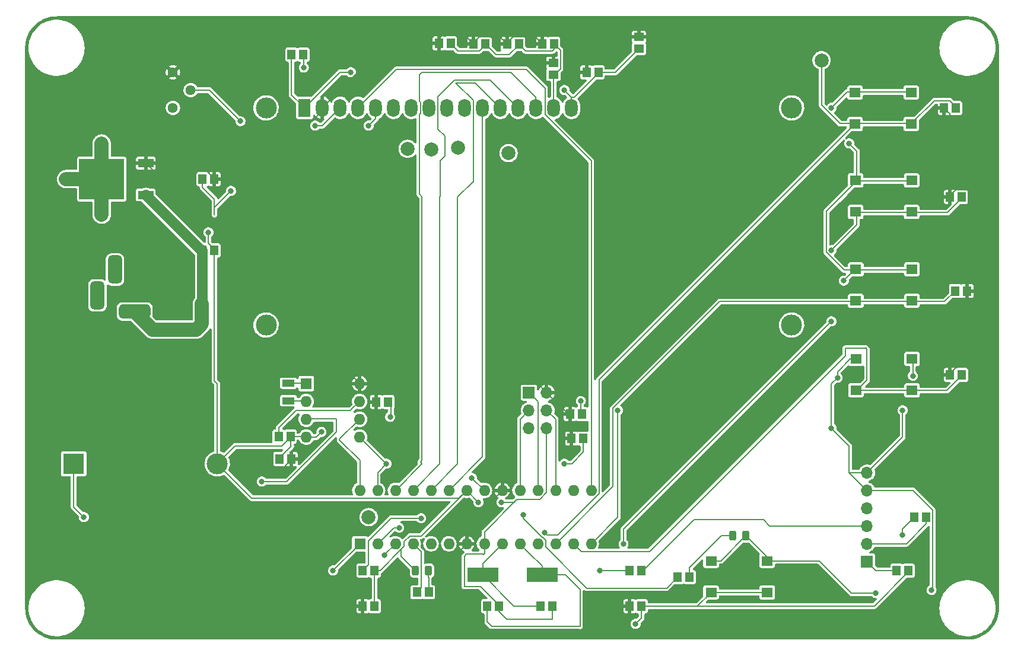
<source format=gbr>
%TF.GenerationSoftware,KiCad,Pcbnew,(6.0.5)*%
%TF.CreationDate,2022-07-22T19:51:40-04:00*%
%TF.ProjectId,Kyamaries-HPS-Clock,4b79616d-6172-4696-9573-2d4850532d43,rev?*%
%TF.SameCoordinates,PX4cdb1d4PY8a63396*%
%TF.FileFunction,Copper,L1,Top*%
%TF.FilePolarity,Positive*%
%FSLAX46Y46*%
G04 Gerber Fmt 4.6, Leading zero omitted, Abs format (unit mm)*
G04 Created by KiCad (PCBNEW (6.0.5)) date 2022-07-22 19:51:40*
%MOMM*%
%LPD*%
G01*
G04 APERTURE LIST*
G04 Aperture macros list*
%AMRoundRect*
0 Rectangle with rounded corners*
0 $1 Rounding radius*
0 $2 $3 $4 $5 $6 $7 $8 $9 X,Y pos of 4 corners*
0 Add a 4 corners polygon primitive as box body*
4,1,4,$2,$3,$4,$5,$6,$7,$8,$9,$2,$3,0*
0 Add four circle primitives for the rounded corners*
1,1,$1+$1,$2,$3*
1,1,$1+$1,$4,$5*
1,1,$1+$1,$6,$7*
1,1,$1+$1,$8,$9*
0 Add four rect primitives between the rounded corners*
20,1,$1+$1,$2,$3,$4,$5,0*
20,1,$1+$1,$4,$5,$6,$7,0*
20,1,$1+$1,$6,$7,$8,$9,0*
20,1,$1+$1,$8,$9,$2,$3,0*%
G04 Aperture macros list end*
%TA.AperFunction,ComponentPad*%
%ADD10C,1.440000*%
%TD*%
%TA.AperFunction,SMDPad,CuDef*%
%ADD11R,1.150000X1.400000*%
%TD*%
%TA.AperFunction,ComponentPad*%
%ADD12C,2.000000*%
%TD*%
%TA.AperFunction,SMDPad,CuDef*%
%ADD13R,1.600000X1.400000*%
%TD*%
%TA.AperFunction,ComponentPad*%
%ADD14C,3.000000*%
%TD*%
%TA.AperFunction,ComponentPad*%
%ADD15R,1.800000X2.600000*%
%TD*%
%TA.AperFunction,ComponentPad*%
%ADD16O,1.800000X2.600000*%
%TD*%
%TA.AperFunction,ComponentPad*%
%ADD17R,1.700000X1.700000*%
%TD*%
%TA.AperFunction,ComponentPad*%
%ADD18O,1.700000X1.700000*%
%TD*%
%TA.AperFunction,SMDPad,CuDef*%
%ADD19R,1.400000X1.150000*%
%TD*%
%TA.AperFunction,ComponentPad*%
%ADD20RoundRect,0.500000X0.500000X-1.500000X0.500000X1.500000X-0.500000X1.500000X-0.500000X-1.500000X0*%
%TD*%
%TA.AperFunction,ComponentPad*%
%ADD21RoundRect,0.500000X-1.750000X-0.500000X1.750000X-0.500000X1.750000X0.500000X-1.750000X0.500000X0*%
%TD*%
%TA.AperFunction,SMDPad,CuDef*%
%ADD22RoundRect,0.243750X0.243750X0.456250X-0.243750X0.456250X-0.243750X-0.456250X0.243750X-0.456250X0*%
%TD*%
%TA.AperFunction,ComponentPad*%
%ADD23R,1.600000X1.600000*%
%TD*%
%TA.AperFunction,ComponentPad*%
%ADD24O,1.600000X1.600000*%
%TD*%
%TA.AperFunction,SMDPad,CuDef*%
%ADD25RoundRect,0.243750X-0.243750X-0.456250X0.243750X-0.456250X0.243750X0.456250X-0.243750X0.456250X0*%
%TD*%
%TA.AperFunction,SMDPad,CuDef*%
%ADD26R,2.200000X1.200000*%
%TD*%
%TA.AperFunction,SMDPad,CuDef*%
%ADD27R,6.400000X5.800000*%
%TD*%
%TA.AperFunction,SMDPad,CuDef*%
%ADD28R,1.800000X1.000000*%
%TD*%
%TA.AperFunction,SMDPad,CuDef*%
%ADD29R,4.500000X2.000000*%
%TD*%
%TA.AperFunction,ComponentPad*%
%ADD30R,3.000000X3.000000*%
%TD*%
%TA.AperFunction,ViaPad*%
%ADD31C,0.812800*%
%TD*%
%TA.AperFunction,Conductor*%
%ADD32C,0.203200*%
%TD*%
%TA.AperFunction,Conductor*%
%ADD33C,2.000000*%
%TD*%
%TA.AperFunction,Conductor*%
%ADD34C,1.500000*%
%TD*%
G04 APERTURE END LIST*
D10*
%TO.P,RV1,1,1*%
%TO.N,GND*%
X21010732Y76529910D03*
%TO.P,RV1,2,2*%
%TO.N,Net-(DS1-Pad3)*%
X23550732Y79069910D03*
%TO.P,RV1,3,3*%
%TO.N,VCC*%
X21010732Y81609910D03*
%TD*%
D11*
%TO.P,R13,1*%
%TO.N,SPI_SCLK*%
X93054905Y9561456D03*
%TO.P,R13,2*%
%TO.N,Net-(D2-Pad2)*%
X94754905Y9561456D03*
%TD*%
%TO.P,R15,1*%
%TO.N,VCC*%
X73718517Y85674410D03*
%TO.P,R15,2*%
%TO.N,Net-(DS1-Pad15)*%
X75418517Y85674410D03*
%TD*%
D12*
%TO.P,TP2,1,1*%
%TO.N,BTN_UP*%
X113578740Y83329643D03*
%TD*%
D11*
%TO.P,C1,1*%
%TO.N,Net-(C1-Pad1)*%
X48100732Y10489910D03*
%TO.P,C1,2*%
%TO.N,GND*%
X49800732Y10489910D03*
%TD*%
%TO.P,R18,1*%
%TO.N,VCC*%
X58966402Y85731722D03*
%TO.P,R18,2*%
%TO.N,Net-(DS1-Pad15)*%
X60666402Y85731722D03*
%TD*%
D13*
%TO.P,SW4,1,A*%
%TO.N,GND*%
X118494319Y40701435D03*
%TO.P,SW4,2,A*%
X126494319Y40701435D03*
%TO.P,SW4,3,B*%
%TO.N,BTN_SELECT*%
X118494319Y36201435D03*
%TO.P,SW4,4,B*%
X126494319Y36201435D03*
%TD*%
D14*
%TO.P,DS1,*%
%TO.N,*%
X34311632Y76529910D03*
X109310212Y45529210D03*
X34311632Y45529210D03*
X109310732Y76529910D03*
D15*
%TO.P,DS1,1,VSS*%
%TO.N,GND*%
X39810732Y76529910D03*
D16*
%TO.P,DS1,2,VDD*%
%TO.N,VCC*%
X42350732Y76529910D03*
%TO.P,DS1,3,VO*%
%TO.N,Net-(DS1-Pad3)*%
X44890732Y76529910D03*
%TO.P,DS1,4,RS*%
%TO.N,DATA_SEL*%
X47430732Y76529910D03*
%TO.P,DS1,5,R/W*%
%TO.N,Net-(DS1-Pad5)*%
X49970732Y76529910D03*
%TO.P,DS1,6,E*%
%TO.N,R{slash}W_SIGNAL*%
X52510732Y76529910D03*
%TO.P,DS1,7,D0*%
%TO.N,Net-(DS1-Pad7)*%
X55050732Y76529910D03*
%TO.P,DS1,8,D1*%
%TO.N,Net-(DS1-Pad8)*%
X57590732Y76529910D03*
%TO.P,DS1,9,D2*%
%TO.N,Net-(DS1-Pad9)*%
X60130732Y76529910D03*
%TO.P,DS1,10,D3*%
%TO.N,Net-(DS1-Pad10)*%
X62670732Y76529910D03*
%TO.P,DS1,11,D4*%
%TO.N,DATA_1*%
X65210732Y76529910D03*
%TO.P,DS1,12,D5*%
%TO.N,DATA_2*%
X67750732Y76529910D03*
%TO.P,DS1,13,D6*%
%TO.N,DATA_3*%
X70290732Y76529910D03*
%TO.P,DS1,14,D7*%
%TO.N,DATA_4*%
X72830732Y76529910D03*
%TO.P,DS1,15,LED(+)*%
%TO.N,Net-(DS1-Pad15)*%
X75370732Y76529910D03*
%TO.P,DS1,16,LED(-)*%
%TO.N,GND*%
X77910732Y76529910D03*
%TD*%
D11*
%TO.P,C3,1*%
%TO.N,Net-(C3-Pad1)*%
X124300732Y10489910D03*
%TO.P,C3,2*%
%TO.N,RESET*%
X126000732Y10489910D03*
%TD*%
D17*
%TO.P,J1,1,Pin_1*%
%TO.N,Net-(C3-Pad1)*%
X120070732Y11759910D03*
D18*
%TO.P,J1,2,Pin_2*%
%TO.N,Net-(J1-Pad2)*%
X120070732Y14299910D03*
%TO.P,J1,3,Pin_3*%
%TO.N,Net-(J1-Pad3)*%
X120070732Y16839910D03*
%TO.P,J1,4,Pin_4*%
%TO.N,unconnected-(J1-Pad4)*%
X120070732Y19379910D03*
%TO.P,J1,5,Pin_5*%
%TO.N,GND*%
X120070732Y21919910D03*
%TO.P,J1,6,Pin_6*%
X120070732Y24459910D03*
%TD*%
D17*
%TO.P,J3,1,Pin_1*%
%TO.N,MISO*%
X71810732Y35889910D03*
D18*
%TO.P,J3,2,Pin_2*%
%TO.N,VCC*%
X74350732Y35889910D03*
%TO.P,J3,3,Pin_3*%
%TO.N,SPI_SCLK*%
X71810732Y33349910D03*
%TO.P,J3,4,Pin_4*%
%TO.N,MOSI*%
X74350732Y33349910D03*
%TO.P,J3,5,Pin_5*%
%TO.N,RESET*%
X71810732Y30809910D03*
%TO.P,J3,6,Pin_6*%
%TO.N,GND*%
X74350732Y30809910D03*
%TD*%
D11*
%TO.P,R6,1*%
%TO.N,DEBUG LED*%
X55819948Y7389407D03*
%TO.P,R6,2*%
%TO.N,Net-(D1-Pad2)*%
X57519948Y7389407D03*
%TD*%
D13*
%TO.P,SW2,1,A*%
%TO.N,GND*%
X118442738Y66182361D03*
%TO.P,SW2,2,A*%
X126442738Y66182361D03*
%TO.P,SW2,3,B*%
%TO.N,BTN_DOWN*%
X118442738Y61682361D03*
%TO.P,SW2,4,B*%
X126442738Y61682361D03*
%TD*%
D11*
%TO.P,R11,1*%
%TO.N,VCC*%
X134372485Y50395442D03*
%TO.P,R11,2*%
%TO.N,BTN_SETNG*%
X132672485Y50395442D03*
%TD*%
D13*
%TO.P,SW3,1,A*%
%TO.N,GND*%
X118468529Y53493479D03*
%TO.P,SW3,2,A*%
X126468529Y53493479D03*
%TO.P,SW3,3,B*%
%TO.N,BTN_SETNG*%
X118468529Y48993479D03*
%TO.P,SW3,4,B*%
X126468529Y48993479D03*
%TD*%
D19*
%TO.P,C12,1*%
%TO.N,VCC*%
X87510705Y86655424D03*
%TO.P,C12,2*%
%TO.N,GND*%
X87510705Y84955424D03*
%TD*%
D20*
%TO.P,J2,3,OUT*%
%TO.N,unconnected-(J2-Pad3)*%
X12745628Y53449010D03*
%TO.P,J2,2,OUT*%
%TO.N,GND*%
X10245628Y49749010D03*
D21*
%TO.P,J2,1,POLE*%
%TO.N,Net-(C2-Pad1)*%
X15545628Y47449010D03*
%TD*%
D11*
%TO.P,R8,1*%
%TO.N,VCC*%
X131070732Y76529910D03*
%TO.P,R8,2*%
%TO.N,BTN_UP*%
X132770732Y76529910D03*
%TD*%
%TO.P,R2,1*%
%TO.N,Net-(J1-Pad3)*%
X87900732Y10489910D03*
%TO.P,R2,2*%
%TO.N,TXD*%
X86200732Y10489910D03*
%TD*%
D22*
%TO.P,D2,1,K*%
%TO.N,GND*%
X102785852Y15476057D03*
%TO.P,D2,2,A*%
%TO.N,Net-(D2-Pad2)*%
X100910852Y15476057D03*
%TD*%
D11*
%TO.P,R17,1*%
%TO.N,VCC*%
X63908480Y85674410D03*
%TO.P,R17,2*%
%TO.N,Net-(DS1-Pad15)*%
X65608480Y85674410D03*
%TD*%
D23*
%TO.P,U3,1,X1*%
%TO.N,Net-(U3-Pad1)*%
X40033426Y37166191D03*
D24*
%TO.P,U3,2,X2*%
%TO.N,Net-(U3-Pad2)*%
X40033426Y34626191D03*
%TO.P,U3,3,VBAT*%
%TO.N,Net-(BT1-Pad1)*%
X40033426Y32086191D03*
%TO.P,U3,4,GND*%
%TO.N,GND*%
X40033426Y29546191D03*
%TO.P,U3,5,SDA*%
%TO.N,I2C_SDA*%
X47653426Y29546191D03*
%TO.P,U3,6,SCL*%
%TO.N,I2C_SCL*%
X47653426Y32086191D03*
%TO.P,U3,7,SQW/OUT*%
%TO.N,Net-(R7-Pad1)*%
X47653426Y34626191D03*
%TO.P,U3,8,VCC*%
%TO.N,VCC*%
X47653426Y37166191D03*
%TD*%
D19*
%TO.P,R14,1*%
%TO.N,VCC*%
X75313574Y82959602D03*
%TO.P,R14,2*%
%TO.N,Net-(DS1-Pad15)*%
X75313574Y81259602D03*
%TD*%
D11*
%TO.P,C6,1*%
%TO.N,Net-(C6-Pad1)*%
X73500732Y5409910D03*
%TO.P,C6,2*%
%TO.N,GND*%
X75200732Y5409910D03*
%TD*%
%TO.P,C4,1*%
%TO.N,VCC*%
X48100732Y5409910D03*
%TO.P,C4,2*%
%TO.N,GND*%
X49800732Y5409910D03*
%TD*%
D25*
%TO.P,D1,1,K*%
%TO.N,GND*%
X55633232Y10489910D03*
%TO.P,D1,2,A*%
%TO.N,Net-(D1-Pad2)*%
X57508232Y10489910D03*
%TD*%
D11*
%TO.P,C7,1*%
%TO.N,Net-(C7-Pad1)*%
X65880732Y5409910D03*
%TO.P,C7,2*%
%TO.N,GND*%
X67580732Y5409910D03*
%TD*%
%TO.P,C13,1*%
%TO.N,VCC*%
X80042188Y81605257D03*
%TO.P,C13,2*%
%TO.N,GND*%
X81742188Y81605257D03*
%TD*%
D23*
%TO.P,U1,1,~{RESET}/PC6*%
%TO.N,RESET*%
X47690732Y14309910D03*
D24*
%TO.P,U1,2,RXD/PD0*%
%TO.N,RXD*%
X50230732Y14309910D03*
%TO.P,U1,3,TXD/PD1*%
%TO.N,TXD*%
X52770732Y14309910D03*
%TO.P,U1,4,INT0/PD2*%
%TO.N,DEBUG LED*%
X55310732Y14309910D03*
%TO.P,U1,5,INT1/PD3*%
%TO.N,unconnected-(U1-Pad5)*%
X57850732Y14309910D03*
%TO.P,U1,6,PD4*%
%TO.N,BTN_UP*%
X60390732Y14309910D03*
%TO.P,U1,7,VCC*%
%TO.N,VCC*%
X62930732Y14309910D03*
%TO.P,U1,8,GND*%
%TO.N,GND*%
X65470732Y14309910D03*
%TO.P,U1,9,XTAL1/PB6*%
%TO.N,Net-(C6-Pad1)*%
X68010732Y14309910D03*
%TO.P,U1,10,XTAL2/PB7*%
%TO.N,Net-(C7-Pad1)*%
X70550732Y14309910D03*
%TO.P,U1,11,OC0B/PD5*%
%TO.N,BTN_DOWN*%
X73090732Y14309910D03*
%TO.P,U1,12,OC0A/PD6*%
%TO.N,BTN_SETNG*%
X75630732Y14309910D03*
%TO.P,U1,13,PD7*%
%TO.N,BTN_SELECT*%
X78170732Y14309910D03*
%TO.P,U1,14,PB0*%
%TO.N,R{slash}W_SIGNAL*%
X80710732Y14309910D03*
%TO.P,U1,15,OC1A/PB1*%
%TO.N,DATA_SEL*%
X80710732Y21929910D03*
%TO.P,U1,16,OC1B/PB2*%
%TO.N,unconnected-(U1-Pad16)*%
X78170732Y21929910D03*
%TO.P,U1,17,MOSI/PB3*%
%TO.N,MOSI*%
X75630732Y21929910D03*
%TO.P,U1,18,MISO/PB4*%
%TO.N,MISO*%
X73090732Y21929910D03*
%TO.P,U1,19,SCK/PB5*%
%TO.N,SPI_SCLK*%
X70550732Y21929910D03*
%TO.P,U1,20,AVCC*%
%TO.N,VCC*%
X68010732Y21929910D03*
%TO.P,U1,21,AREF*%
%TO.N,Net-(C1-Pad1)*%
X65470732Y21929910D03*
%TO.P,U1,22,GND*%
%TO.N,GND*%
X62930732Y21929910D03*
%TO.P,U1,23,ADC0/PC0*%
%TO.N,DATA_1*%
X60390732Y21929910D03*
%TO.P,U1,24,ADC1/PC1*%
%TO.N,DATA_2*%
X57850732Y21929910D03*
%TO.P,U1,25,ADC2/PC2*%
%TO.N,DATA_3*%
X55310732Y21929910D03*
%TO.P,U1,26,ADC3/PC3*%
%TO.N,DATA_4*%
X52770732Y21929910D03*
%TO.P,U1,27,SDA/PC4*%
%TO.N,I2C_SDA*%
X50230732Y21929910D03*
%TO.P,U1,28,SCL/PC5*%
%TO.N,I2C_SCL*%
X47690732Y21929910D03*
%TD*%
D13*
%TO.P,SW5,1,A*%
%TO.N,GND*%
X97813964Y11863037D03*
%TO.P,SW5,2,A*%
X105813964Y11863037D03*
%TO.P,SW5,3,B*%
%TO.N,RESET*%
X97813964Y7363037D03*
%TO.P,SW5,4,B*%
X105813964Y7363037D03*
%TD*%
D26*
%TO.P,U2,1,IN*%
%TO.N,Net-(C2-Pad1)*%
X17150732Y64089910D03*
D27*
%TO.P,U2,2,GND*%
%TO.N,GND*%
X10850732Y66369910D03*
D26*
%TO.P,U2,3,OUT*%
%TO.N,VCC*%
X17150732Y68649910D03*
%TD*%
D11*
%TO.P,C10,1*%
%TO.N,GND*%
X36229590Y26414771D03*
%TO.P,C10,2*%
%TO.N,VCC*%
X37929590Y26414771D03*
%TD*%
%TO.P,C2,1*%
%TO.N,Net-(C2-Pad1)*%
X25240732Y56209910D03*
%TO.P,C2,2*%
%TO.N,GND*%
X26940732Y56209910D03*
%TD*%
%TO.P,C11,1*%
%TO.N,VCC*%
X50045435Y34550493D03*
%TO.P,C11,2*%
%TO.N,GND*%
X51745435Y34550493D03*
%TD*%
%TO.P,R1,1*%
%TO.N,RXD*%
X126840732Y18109910D03*
%TO.P,R1,2*%
%TO.N,Net-(J1-Pad2)*%
X128540732Y18109910D03*
%TD*%
%TO.P,R5,1*%
%TO.N,VCC*%
X86200732Y5409910D03*
%TO.P,R5,2*%
%TO.N,RESET*%
X87900732Y5409910D03*
%TD*%
%TO.P,R3,1*%
%TO.N,VCC*%
X77669413Y32810536D03*
%TO.P,R3,2*%
%TO.N,I2C_SCL*%
X79369413Y32810536D03*
%TD*%
D13*
%TO.P,SW1,1,A*%
%TO.N,GND*%
X118378618Y78728330D03*
%TO.P,SW1,2,A*%
X126378618Y78728330D03*
%TO.P,SW1,3,B*%
%TO.N,BTN_UP*%
X118378618Y74228330D03*
%TO.P,SW1,4,B*%
X126378618Y74228330D03*
%TD*%
D11*
%TO.P,R10,1*%
%TO.N,VCC*%
X131920732Y63829910D03*
%TO.P,R10,2*%
%TO.N,BTN_DOWN*%
X133620732Y63829910D03*
%TD*%
%TO.P,R9,1*%
%TO.N,Net-(DS1-Pad5)*%
X39640732Y84149910D03*
%TO.P,R9,2*%
%TO.N,GND*%
X37940732Y84149910D03*
%TD*%
%TO.P,R16,1*%
%TO.N,VCC*%
X68686521Y85640023D03*
%TO.P,R16,2*%
%TO.N,Net-(DS1-Pad15)*%
X70386521Y85640023D03*
%TD*%
D28*
%TO.P,Y2,1,1*%
%TO.N,Net-(U3-Pad1)*%
X37498661Y37231905D03*
%TO.P,Y2,2,2*%
%TO.N,Net-(U3-Pad2)*%
X37498661Y34731905D03*
%TD*%
D29*
%TO.P,Y1,1,1*%
%TO.N,Net-(C6-Pad1)*%
X65220842Y9862204D03*
%TO.P,Y1,2,2*%
%TO.N,Net-(C7-Pad1)*%
X73720842Y9862204D03*
%TD*%
D11*
%TO.P,R7,1*%
%TO.N,Net-(R7-Pad1)*%
X36105570Y29614491D03*
%TO.P,R7,2*%
%TO.N,GND*%
X37805570Y29614491D03*
%TD*%
%TO.P,R4,1*%
%TO.N,VCC*%
X77899766Y29326948D03*
%TO.P,R4,2*%
%TO.N,I2C_SDA*%
X79599766Y29326948D03*
%TD*%
%TO.P,C5,1*%
%TO.N,GND*%
X25240732Y66369910D03*
%TO.P,C5,2*%
%TO.N,VCC*%
X26940732Y66369910D03*
%TD*%
%TO.P,R12,1*%
%TO.N,VCC*%
X131920732Y38429910D03*
%TO.P,R12,2*%
%TO.N,BTN_SELECT*%
X133620732Y38429910D03*
%TD*%
D12*
%TO.P,TP1,1,1*%
%TO.N,DEBUG LED*%
X48950732Y18109910D03*
%TD*%
%TO.P,TP3,1,1*%
%TO.N,Net-(DS1-Pad7)*%
X54507499Y70693392D03*
%TD*%
%TO.P,TP4,1,1*%
%TO.N,Net-(DS1-Pad8)*%
X57885331Y70624617D03*
%TD*%
%TO.P,TP6,1,1*%
%TO.N,Net-(DS1-Pad10)*%
X68910377Y70082663D03*
%TD*%
%TO.P,TP5,1,1*%
%TO.N,Net-(DS1-Pad9)*%
X61735622Y70830941D03*
%TD*%
D30*
%TO.P,BT1,1,+*%
%TO.N,Net-(BT1-Pad1)*%
X6857046Y25729926D03*
D14*
%TO.P,BT1,2,-*%
%TO.N,GND*%
X27347046Y25729926D03*
%TD*%
D31*
%TO.N,VCC*%
X78170564Y82620171D03*
X73401071Y83449648D03*
%TO.N,Net-(C1-Pad1)*%
X63682989Y23717653D03*
X56427463Y17966641D03*
%TO.N,GND*%
X10850732Y71449910D03*
X114990732Y30809910D03*
X117530732Y71449910D03*
X52010361Y32440560D03*
X5770732Y66369910D03*
X29299870Y64687377D03*
X64616550Y20244092D03*
X114990732Y76529910D03*
X46410732Y81609910D03*
X115859558Y38029242D03*
X42221467Y30270344D03*
X76890732Y79069910D03*
X10850732Y61289910D03*
X26090732Y58749910D03*
X121340861Y7260744D03*
X126610732Y38288532D03*
X125150732Y33349910D03*
X67905824Y20244092D03*
X129267114Y7707778D03*
X116774552Y51864379D03*
%TO.N,Net-(DS1-Pad3)*%
X41330732Y73989910D03*
X30651691Y74616766D03*
%TO.N,VCC*%
X30895468Y72995679D03*
X130230732Y38429910D03*
X49978035Y37199698D03*
X43870732Y5409910D03*
X66730732Y35889910D03*
X62527477Y6134390D03*
X79614130Y39282782D03*
X81970732Y5409910D03*
X37087877Y24361230D03*
X39163478Y72995679D03*
%TO.N,Net-(DS1-Pad5)*%
X39693831Y82276539D03*
X48950732Y73989910D03*
%TO.N,RESET*%
X87050732Y2869910D03*
X43870732Y10489910D03*
%TO.N,RXD*%
X125150732Y15569910D03*
X53285185Y16610255D03*
%TO.N,TXD*%
X81970732Y10489910D03*
X51227491Y12695376D03*
%TO.N,I2C_SCL*%
X79229062Y34691012D03*
%TO.N,BTN_UP*%
X74053961Y15897368D03*
%TO.N,BTN_DOWN*%
X85324102Y14282171D03*
X114990732Y46049910D03*
X114990732Y56209910D03*
%TO.N,R{slash}W_SIGNAL*%
X84510732Y33349910D03*
%TO.N,SPI_SCLK*%
X70988426Y18429977D03*
%TO.N,I2C_SDA*%
X51490732Y25729910D03*
X76890732Y25729910D03*
%TO.N,Net-(BT1-Pad1)*%
X8310732Y18109910D03*
X33710732Y23189910D03*
%TD*%
D32*
%TO.N,GND*%
X84160538Y81605257D02*
X87510705Y84955424D01*
X81742188Y81605257D02*
X84160538Y81605257D01*
%TO.N,VCC*%
X79185478Y81605257D02*
X80042188Y81605257D01*
X78170564Y82620171D02*
X79185478Y81605257D01*
X73891117Y82959602D02*
X73401071Y83449648D01*
X75313574Y82959602D02*
X73891117Y82959602D01*
D33*
%TO.N,Net-(C2-Pad1)*%
X25163021Y45717292D02*
X25163021Y48589910D01*
X24338883Y44893154D02*
X25163021Y45717292D01*
X18101484Y44893154D02*
X24338883Y44893154D01*
X15545628Y47449010D02*
X18101484Y44893154D01*
D32*
%TO.N,Net-(C1-Pad1)*%
X63682989Y23717653D02*
X65470732Y21929910D01*
X48921421Y14717137D02*
X52170925Y17966641D01*
X52170925Y17966641D02*
X56427463Y17966641D01*
X48921421Y11310599D02*
X48921421Y14717137D01*
X48100732Y10489910D02*
X48921421Y11310599D01*
%TO.N,GND*%
X126614354Y21919910D02*
X120070732Y21919910D01*
X115859558Y38856043D02*
X117683425Y40679910D01*
X65470732Y15979014D02*
X69939754Y20448036D01*
X117506421Y24484221D02*
X117506421Y28294221D01*
X126610732Y38288532D02*
X126610732Y40679910D01*
X27347046Y37146224D02*
X26940732Y37552538D01*
X37940732Y78399910D02*
X39523703Y76816939D01*
X117506421Y24484221D02*
X117530732Y24459910D01*
X37805570Y29489491D02*
X36585989Y28269910D01*
X54030732Y14591643D02*
X54030732Y13941710D01*
X26940732Y61289910D02*
X26940732Y63485758D01*
X49800732Y5409910D02*
X49800732Y10489910D01*
X117437912Y7690584D02*
X117867752Y7260744D01*
X129420043Y19114221D02*
X126614354Y21919910D01*
X114280021Y61749199D02*
X118610732Y66079910D01*
X74350732Y21628177D02*
X73372465Y20649910D01*
X105813964Y11863037D02*
X113265459Y11863037D01*
X44890732Y81609910D02*
X46410732Y81609910D01*
X26940732Y63485758D02*
X25240732Y65185758D01*
X117530732Y24459910D02*
X120070732Y24459910D01*
X37940732Y84149910D02*
X37940732Y78399910D01*
X65470732Y14309910D02*
X65470732Y15979014D01*
X129267114Y7707778D02*
X129420043Y7860707D01*
X126610732Y53379910D02*
X118610732Y53379910D01*
X27347046Y25729926D02*
X27347046Y37146224D01*
X62619577Y8221836D02*
X62619577Y12528551D01*
X50578932Y10489910D02*
X49800732Y10489910D01*
X77910732Y78049910D02*
X78311841Y78049910D01*
X118610732Y40679910D02*
X117683425Y40679910D01*
X114990732Y30809910D02*
X114990732Y37160416D01*
X81742188Y81480257D02*
X81742188Y81605257D01*
X129420043Y7860707D02*
X129420043Y19114221D01*
X75200732Y3593705D02*
X75200732Y5409910D01*
X77910732Y78049910D02*
X77910732Y76529910D01*
X26940732Y56209910D02*
X26940732Y48589910D01*
X62619577Y12528551D02*
X62913550Y12822524D01*
X36585989Y28269910D02*
X29887030Y28269910D01*
X65331484Y12771079D02*
X65470732Y12910327D01*
X56415043Y15414221D02*
X54853310Y15414221D01*
X37901107Y28269910D02*
X37805570Y28365447D01*
X117240732Y78779910D02*
X118392741Y78779910D01*
X64893806Y8221836D02*
X62619577Y8221836D01*
X40033426Y29546191D02*
X41497314Y29546191D01*
D33*
X10850732Y61289910D02*
X10850732Y66369910D01*
D32*
X75176730Y3569703D02*
X75200732Y3593705D01*
X26940732Y37552538D02*
X26940732Y48589910D01*
X118610732Y66079910D02*
X126610732Y66079910D01*
X26090732Y57184910D02*
X26090732Y58749910D01*
X37805570Y28365447D02*
X37805570Y29614491D01*
X67905824Y20244092D02*
X69735810Y20244092D01*
X41497314Y29546191D02*
X42221467Y30270344D01*
X114990732Y37160416D02*
X115859558Y38029242D01*
X69735810Y20244092D02*
X69939754Y20448036D01*
X65470732Y12910327D02*
X65470732Y14309910D01*
X118610732Y53379910D02*
X116815634Y53379910D01*
X53574832Y13485810D02*
X50578932Y10489910D01*
X65280039Y12822524D02*
X65331484Y12771079D01*
X26940732Y56334910D02*
X26090732Y57184910D01*
X26940732Y61289910D02*
X26940732Y62328239D01*
X78311841Y78049910D02*
X81742188Y81480257D01*
X25240732Y65185758D02*
X25240732Y66369910D01*
X99172832Y11863037D02*
X102785852Y15476057D01*
X64616550Y20244092D02*
X62930732Y21929910D01*
X52010361Y32440560D02*
X52151355Y32581554D01*
X115859558Y38856043D02*
X115859558Y38029242D01*
X105813964Y12447945D02*
X102785852Y15476057D01*
X117867752Y7260744D02*
X121340861Y7260744D01*
X118610732Y70369910D02*
X117530732Y71449910D01*
X114990732Y30809910D02*
X117506421Y28294221D01*
D33*
X5770732Y66369910D02*
X10850732Y66369910D01*
D32*
X54853310Y15414221D02*
X54030732Y14591643D01*
X53574832Y12548310D02*
X53574832Y13485810D01*
X67580732Y4632135D02*
X68643164Y3569703D01*
X36229590Y26598393D02*
X37901107Y28269910D01*
X118392741Y78779910D02*
X126392741Y78779910D01*
X118610732Y66079910D02*
X118610732Y70369910D01*
X120070732Y21919910D02*
X117506421Y24484221D01*
X113265459Y11863037D02*
X117437912Y7690584D01*
X69939754Y20448036D02*
X70141628Y20649910D01*
X52151355Y34593631D02*
X51913573Y34831413D01*
X73372465Y20649910D02*
X70141628Y20649910D01*
X27347046Y25729926D02*
X32251373Y20825599D01*
X37805570Y29614491D02*
X39986151Y29614491D01*
X114990732Y76529910D02*
X117240732Y78779910D01*
X68643164Y3569703D02*
X75176730Y3569703D01*
X62930732Y21929910D02*
X56415043Y15414221D01*
X67580732Y5409910D02*
X67580732Y4632135D01*
X116815634Y53379910D02*
X114280021Y55915523D01*
X114280021Y55915523D02*
X114280021Y61749199D01*
X76890732Y79069910D02*
X77910732Y78049910D01*
X116774552Y51864379D02*
X118290083Y53379910D01*
X125150732Y33349910D02*
X125150732Y29539910D01*
X55633232Y10489910D02*
X53574832Y12548310D01*
X29887030Y28269910D02*
X27347046Y25729926D01*
X125150732Y29539910D02*
X120070732Y24459910D01*
X51913573Y34831413D02*
X51745435Y34831413D01*
X54030732Y13941710D02*
X53574832Y13485810D01*
X105813964Y11863037D02*
X105813964Y12447945D01*
X74350732Y30809910D02*
X74350732Y21628177D01*
X52151355Y32581554D02*
X52151355Y34593631D01*
D33*
X10850732Y71449910D02*
X10850732Y66369910D01*
D32*
X97813964Y11863037D02*
X99172832Y11863037D01*
X61826421Y20825599D02*
X62930732Y21929910D01*
X32251373Y20825599D02*
X61826421Y20825599D01*
X39810732Y76529910D02*
X44890732Y81609910D01*
X62913550Y12822524D02*
X65280039Y12822524D01*
X67580732Y5534910D02*
X64893806Y8221836D01*
X26940732Y62328239D02*
X29299870Y64687377D01*
D34*
%TO.N,Net-(C2-Pad1)*%
X25030732Y56209910D02*
X17150732Y64089910D01*
X25240732Y56209910D02*
X25240732Y48589910D01*
X25240732Y56209910D02*
X25030732Y56209910D01*
D32*
%TO.N,Net-(C3-Pad1)*%
X124300732Y10489910D02*
X121340732Y10489910D01*
X121340732Y10489910D02*
X120070732Y11759910D01*
%TO.N,Net-(DS1-Pad3)*%
X41330732Y73989910D02*
X42350732Y73989910D01*
X26198547Y79069910D02*
X30651691Y74616766D01*
X23550732Y79069910D02*
X26198547Y79069910D01*
X42350732Y73989910D02*
X44890732Y76529910D01*
%TO.N,VCC*%
X58966402Y86404184D02*
X60108821Y87546603D01*
X63908480Y85858032D02*
X63908480Y85674410D01*
X24720082Y68649910D02*
X23830598Y68649910D01*
X48100732Y4500545D02*
X48656525Y3944752D01*
X42350732Y76529910D02*
X51552544Y85731722D01*
X17150732Y68649910D02*
X23830598Y68649910D01*
X26940732Y66369910D02*
X26940732Y66429260D01*
X48656525Y3944752D02*
X58115129Y3944752D01*
X62930732Y14309910D02*
X62930732Y16849910D01*
X51552544Y85731722D02*
X58966402Y85731722D01*
X61934949Y7764572D02*
X61934949Y13314127D01*
X132741421Y64834221D02*
X131920732Y64013532D01*
X43870732Y5409910D02*
X48100732Y5409910D01*
X58966402Y85731722D02*
X58966402Y86404184D01*
X66730732Y35847548D02*
X68002297Y34575983D01*
X81970732Y5409910D02*
X86200732Y5409910D01*
X61934949Y13314127D02*
X62930732Y14309910D01*
X77899766Y29326948D02*
X77899766Y32580183D01*
X37929590Y26289771D02*
X37087877Y25448058D01*
X41944812Y76698047D02*
X42063704Y76816939D01*
X69565832Y86644334D02*
X68686521Y85765023D01*
X39163478Y72995679D02*
X41944812Y75777013D01*
X131920732Y38554910D02*
X134500043Y41134221D01*
X62036287Y87546603D02*
X63908480Y85674410D01*
X64729169Y86678721D02*
X63908480Y85858032D01*
X61885510Y7715132D02*
X62527477Y7073165D01*
X24510732Y61289910D02*
X25240732Y61289910D01*
X68010732Y21929910D02*
X68010732Y34398532D01*
X72748593Y86644334D02*
X69565832Y86644334D01*
X41944812Y75777013D02*
X41944812Y76698047D01*
X48100732Y5409910D02*
X48100732Y4500545D01*
X75418517Y83064545D02*
X75313574Y82959602D01*
X37929590Y26414771D02*
X37929590Y26289771D01*
X77669413Y37338065D02*
X79614130Y39282782D01*
X45377110Y40969910D02*
X25240732Y61106288D01*
X58115129Y3944752D02*
X61885510Y7715132D01*
X17150732Y68649910D02*
X24510732Y61289910D01*
X26940732Y66429260D02*
X24720082Y68649910D01*
X73196421Y37044221D02*
X74350732Y35889910D01*
X130230732Y38429910D02*
X131920732Y38429910D01*
X45560732Y40969910D02*
X45377110Y40969910D01*
X68686521Y85640023D02*
X67647823Y86678721D01*
X70656421Y37044221D02*
X73196421Y37044221D01*
X134500043Y41134221D02*
X134500043Y64834221D01*
X23830598Y68649910D02*
X28176367Y72995679D01*
X66730732Y35889910D02*
X66730732Y35847548D01*
X47690732Y37149910D02*
X49928247Y37149910D01*
X131920732Y63829910D02*
X131920732Y75679910D01*
X77430106Y32810536D02*
X74350732Y35889910D01*
X131920732Y75679910D02*
X131070732Y76529910D01*
X28176367Y72995679D02*
X30895468Y72995679D01*
X61885510Y7715132D02*
X61934949Y7764572D01*
X45560732Y39279910D02*
X45560732Y40969910D01*
X62930732Y16849910D02*
X68010732Y21929910D01*
X68686521Y85765023D02*
X68686521Y85640023D01*
X73718517Y85674410D02*
X72748593Y86644334D01*
X68010732Y34398532D02*
X70656421Y37044221D01*
X62527477Y7073165D02*
X62527477Y6134390D01*
X49928247Y37149910D02*
X49978035Y37199698D01*
X67647823Y86678721D02*
X64729169Y86678721D01*
X134500043Y64834221D02*
X132741421Y64834221D01*
X60108821Y87546603D02*
X62036287Y87546603D01*
X77669413Y32810536D02*
X77669413Y37338065D01*
X47690732Y37149910D02*
X45560732Y39279910D01*
X37087877Y25448058D02*
X37087877Y24361230D01*
%TO.N,Net-(C6-Pad1)*%
X69673136Y5409910D02*
X65220842Y9862204D01*
X68010732Y14309910D02*
X65220842Y11520020D01*
X73500732Y5409910D02*
X69673136Y5409910D01*
X65220842Y11520020D02*
X65220842Y9862204D01*
%TO.N,Net-(C7-Pad1)*%
X79108628Y2548144D02*
X79108628Y7751479D01*
X71810732Y13049910D02*
X71810732Y13029910D01*
X76997903Y9862204D02*
X73720842Y9862204D01*
X79108628Y7751479D02*
X76997903Y9862204D01*
X65880732Y5409910D02*
X65880732Y3223363D01*
X65880732Y3223363D02*
X66555951Y2548144D01*
X66555951Y2548144D02*
X79108628Y2548144D01*
X71810732Y13029910D02*
X73720842Y11119800D01*
X73720842Y11119800D02*
X73720842Y9862204D01*
X70550732Y14309910D02*
X71810732Y13049910D01*
%TO.N,Net-(D1-Pad2)*%
X57519948Y9540694D02*
X57508232Y9552410D01*
X57519948Y7389407D02*
X57519948Y9540694D01*
X57508232Y9552410D02*
X57508232Y10489910D01*
%TO.N,Net-(DS1-Pad5)*%
X48950732Y73989910D02*
X49970732Y75009910D01*
X39693831Y84096811D02*
X39640732Y84149910D01*
X49970732Y75009910D02*
X49970732Y76529910D01*
X39693831Y82276539D02*
X39693831Y84096811D01*
%TO.N,Net-(J1-Pad3)*%
X95380028Y17727830D02*
X105263315Y17727830D01*
X106151235Y16839910D02*
X120070732Y16839910D01*
X105263315Y17727830D02*
X106151235Y16839910D01*
X88142108Y10489910D02*
X95380028Y17727830D01*
%TO.N,Net-(J1-Pad2)*%
X128540732Y17167473D02*
X128540732Y18109910D01*
X120070732Y14299910D02*
X125673169Y14299910D01*
X125673169Y14299910D02*
X128540732Y17167473D01*
%TO.N,MISO*%
X73090732Y34609910D02*
X71810732Y35889910D01*
X73090732Y21929910D02*
X73090732Y34609910D01*
%TO.N,MOSI*%
X75630732Y32069910D02*
X74350732Y33349910D01*
X75630732Y21929910D02*
X75630732Y32069910D01*
%TO.N,RESET*%
X87900732Y5409910D02*
X95860837Y5409910D01*
X87050732Y2869910D02*
X87900732Y3719910D01*
X87900732Y5409910D02*
X121104354Y5409910D01*
X121104354Y5409910D02*
X126000732Y10306288D01*
X47690732Y14309910D02*
X43870732Y10489910D01*
X105813964Y7363037D02*
X97813964Y7363037D01*
X87900732Y3719910D02*
X87900732Y5409910D01*
X95860837Y5409910D02*
X97813964Y7363037D01*
%TO.N,RXD*%
X125150732Y15569910D02*
X125150732Y16419910D01*
X52531077Y16610255D02*
X53285185Y16610255D01*
X50230732Y14309910D02*
X52531077Y16610255D01*
X125150732Y16419910D02*
X126840732Y18109910D01*
%TO.N,TXD*%
X52770732Y14309910D02*
X51227491Y12766669D01*
X81970732Y10489910D02*
X86200732Y10489910D01*
X51227491Y12766669D02*
X51227491Y12695376D01*
%TO.N,I2C_SCL*%
X79229062Y34691012D02*
X79229062Y32950887D01*
X44808982Y29073945D02*
X44808982Y29241747D01*
X79229062Y32950887D02*
X79312738Y32867211D01*
X47690732Y21929910D02*
X47690732Y26192195D01*
X47690732Y26192195D02*
X44808982Y29073945D01*
X44808982Y29241747D02*
X47653426Y32086191D01*
%TO.N,BTN_UP*%
X81815043Y21472488D02*
X75912465Y15569910D01*
X81815043Y37702212D02*
X81815043Y21472488D01*
X118392741Y74279910D02*
X126392741Y74279910D01*
X74381419Y15569910D02*
X75912465Y15569910D01*
X132770732Y76654910D02*
X131891421Y77534221D01*
X113578740Y76936804D02*
X113578740Y83329643D01*
X74053961Y15897368D02*
X74381419Y15569910D01*
X131891421Y77534221D02*
X129647052Y77534221D01*
X116235634Y74279910D02*
X113578740Y76936804D01*
X129647052Y77534221D02*
X126392741Y74279910D01*
X118392741Y74279910D02*
X116235634Y74279910D01*
X118392741Y74279910D02*
X81815043Y37702212D01*
%TO.N,BTN_DOWN*%
X114990732Y56209910D02*
X118610732Y59829910D01*
X118610732Y61579910D02*
X126610732Y61579910D01*
X126610732Y61579910D02*
X131554354Y61579910D01*
X118610732Y59829910D02*
X118610732Y61579910D01*
X131554354Y61579910D02*
X133620732Y63646288D01*
X85324102Y14282171D02*
X85324102Y16383280D01*
X85324102Y16383280D02*
X114990732Y46049910D01*
%TO.N,BTN_SETNG*%
X126610732Y48879910D02*
X118610732Y48879910D01*
X83800021Y33644297D02*
X99035634Y48879910D01*
X126610732Y48879910D02*
X131156953Y48879910D01*
X75630732Y14309910D02*
X83800021Y22479199D01*
X131156953Y48879910D02*
X132672485Y50395442D01*
X83800021Y22479199D02*
X83800021Y33644297D01*
X99035634Y48879910D02*
X118610732Y48879910D01*
%TO.N,BTN_SELECT*%
X116957171Y42216750D02*
X119762489Y42216750D01*
X89027799Y13205599D02*
X116957171Y41134971D01*
X116957171Y41134971D02*
X116957171Y42216750D01*
X131495732Y36179910D02*
X133620732Y38304910D01*
X120070732Y37639910D02*
X118610732Y36179910D01*
X120070732Y42044357D02*
X120070732Y37639910D01*
X118610732Y36179910D02*
X131495732Y36179910D01*
X79275043Y13205599D02*
X89027799Y13205599D01*
X119762489Y42216750D02*
X119830414Y42284675D01*
X119830414Y42284675D02*
X120070732Y42044357D01*
X78170732Y14309910D02*
X79275043Y13205599D01*
%TO.N,DATA_SEL*%
X71404812Y82015830D02*
X52916652Y82015830D01*
X74118087Y79302555D02*
X71404812Y82015830D01*
X52916652Y82015830D02*
X47430732Y76529910D01*
X80710732Y21929910D02*
X80710732Y68955385D01*
X80710732Y68955385D02*
X74118087Y75548030D01*
X74118087Y75548030D02*
X74118087Y79302555D01*
%TO.N,R{slash}W_SIGNAL*%
X84510732Y18109910D02*
X84510732Y33349910D01*
X80710732Y14309910D02*
X84510732Y18109910D01*
%TO.N,Net-(U3-Pad1)*%
X37623795Y37214547D02*
X39985070Y37214547D01*
%TO.N,Net-(U3-Pad2)*%
X37623795Y34714547D02*
X39945070Y34714547D01*
%TO.N,DATA_1*%
X65210732Y26749910D02*
X65210732Y76529910D01*
X60390732Y21929910D02*
X65210732Y26749910D01*
%TO.N,DATA_2*%
X57850732Y21929910D02*
X61650732Y25729910D01*
X61386705Y80104510D02*
X64176132Y80104510D01*
X63875052Y66054230D02*
X63875052Y77616163D01*
X61650732Y63829910D02*
X63875052Y66054230D01*
X61650732Y25729910D02*
X61650732Y63829910D01*
X63875052Y77616163D02*
X61386705Y80104510D01*
X64176132Y80104510D02*
X67750732Y76529910D01*
%TO.N,DATA_3*%
X61218568Y80510430D02*
X66310212Y80510430D01*
X59110732Y63829910D02*
X59189642Y63908820D01*
X59189642Y69007091D02*
X59821401Y69638850D01*
X59821401Y72530364D02*
X58845823Y73505942D01*
X58845823Y78137685D02*
X61218568Y80510430D01*
X55310732Y21929910D02*
X59110732Y25729910D01*
X59110732Y25729910D02*
X59110732Y63829910D01*
X59821401Y69638850D02*
X59821401Y72530364D01*
X58845823Y73505942D02*
X58845823Y78137685D01*
X66310212Y80510430D02*
X70290732Y76529910D01*
X59189642Y63908820D02*
X59189642Y69007091D01*
%TO.N,DATA_4*%
X56570732Y25729910D02*
X56328779Y25971863D01*
X56339377Y75715390D02*
X56339377Y77344430D01*
X56328779Y25971863D02*
X56570732Y26213816D01*
X56339377Y77344430D02*
X56195852Y77487955D01*
X56570732Y26213816D02*
X56570732Y63829910D01*
X56195852Y77487955D02*
X56195852Y81235030D01*
X69270732Y81609910D02*
X72830732Y78049910D01*
X72830732Y78049910D02*
X72830732Y76529910D01*
X52770732Y21929910D02*
X56570732Y25729910D01*
X56195852Y81235030D02*
X56570732Y81609910D01*
X56570732Y63829910D02*
X56195852Y64204790D01*
X56195852Y64204790D02*
X56195852Y75571865D01*
X56195852Y75571865D02*
X56339377Y75715390D01*
X56570732Y81609910D02*
X69270732Y81609910D01*
%TO.N,SPI_SCLK*%
X73712188Y15234043D02*
X70988426Y17957805D01*
X74195043Y13852488D02*
X74195043Y14815808D01*
X91470121Y7976672D02*
X80070859Y7976672D01*
X70550732Y24113303D02*
X70550732Y32089910D01*
X73776808Y15234043D02*
X73712188Y15234043D01*
X70550732Y32089910D02*
X71810732Y33349910D01*
X93054905Y9561456D02*
X91470121Y7976672D01*
X80070859Y7976672D02*
X74195043Y13852488D01*
X70550732Y21929910D02*
X70550732Y24113303D01*
X70988426Y17957805D02*
X70988426Y18429977D01*
X74195043Y14815808D02*
X73776808Y15234043D01*
%TO.N,DEBUG LED*%
X56438443Y8007902D02*
X56438443Y13182199D01*
X55819948Y7389407D02*
X56438443Y8007902D01*
X56438443Y13182199D02*
X55310732Y14309910D01*
%TO.N,Net-(DS1-Pad15)*%
X75313574Y81259602D02*
X75438574Y81259602D01*
X65608480Y85549410D02*
X65608480Y85674410D01*
X70386521Y85515023D02*
X69021408Y84149910D01*
X75174801Y84670099D02*
X75418517Y84913815D01*
X67132980Y84149910D02*
X65608480Y85674410D01*
X70386521Y85640023D02*
X71356445Y84670099D01*
X75438574Y81259602D02*
X76319622Y82140650D01*
X70386521Y85640023D02*
X70386521Y85515023D01*
X64729169Y84670099D02*
X65608480Y85549410D01*
X71356445Y84670099D02*
X75174801Y84670099D01*
X75418517Y84913815D02*
X75418517Y85674410D01*
X76319622Y84773305D02*
X75418517Y85674410D01*
X76319622Y82140650D02*
X76319622Y84773305D01*
X75370732Y76529910D02*
X75370732Y81202444D01*
X75370732Y81202444D02*
X75313574Y81259602D01*
X61728025Y84670099D02*
X64729169Y84670099D01*
X69021408Y84149910D02*
X67132980Y84149910D01*
X60666402Y85731722D02*
X61728025Y84670099D01*
%TO.N,I2C_SDA*%
X51469707Y25729910D02*
X51490732Y25729910D01*
X77924354Y25729910D02*
X79599766Y27405322D01*
X76890732Y25729910D02*
X77924354Y25729910D01*
X50230732Y24469910D02*
X51490732Y25729910D01*
X50230732Y21929910D02*
X50230732Y24469910D01*
X47653426Y29546191D02*
X51469707Y25729910D01*
X79599766Y27405322D02*
X79599766Y29326948D01*
%TO.N,Net-(BT1-Pad1)*%
X40112793Y32111971D02*
X44353474Y32111971D01*
X6857046Y19563596D02*
X6857046Y25729926D01*
X37271719Y23189910D02*
X33710732Y23189910D01*
X44353474Y30271665D02*
X37271719Y23189910D01*
X8310732Y18109910D02*
X6857046Y19563596D01*
X44353474Y32111971D02*
X44353474Y30271665D01*
X40070732Y32069910D02*
X40112793Y32111971D01*
%TO.N,Net-(D2-Pad2)*%
X94754905Y10912600D02*
X99318362Y15476057D01*
X94754905Y9561456D02*
X94754905Y10912600D01*
X99318362Y15476057D02*
X100910852Y15476057D01*
%TO.N,Net-(R7-Pad1)*%
X36105570Y29614491D02*
X36105570Y30875727D01*
X36105570Y30875727D02*
X38549187Y33319344D01*
X46380166Y33319344D02*
X46410732Y33349910D01*
X47653426Y34626191D02*
X46410732Y33383497D01*
X38549187Y33319344D02*
X46380166Y33319344D01*
X46410732Y33383497D02*
X46410732Y33349910D01*
%TD*%
%TA.AperFunction,Conductor*%
%TO.N,VCC*%
G36*
X134382696Y89599607D02*
G01*
X134393793Y89597879D01*
X134393795Y89597879D01*
X134404456Y89596219D01*
X134415155Y89597618D01*
X134415156Y89597618D01*
X134422721Y89598607D01*
X134448954Y89599741D01*
X134795587Y89584606D01*
X134808744Y89583455D01*
X135184123Y89534036D01*
X135197131Y89531742D01*
X135566759Y89449798D01*
X135579517Y89446380D01*
X135940619Y89332524D01*
X135953030Y89328006D01*
X136302813Y89183121D01*
X136314774Y89177545D01*
X136650638Y89002705D01*
X136662059Y88996110D01*
X136981372Y88792685D01*
X136992191Y88785110D01*
X137292562Y88554628D01*
X137302680Y88546138D01*
X137581828Y88290346D01*
X137591168Y88281006D01*
X137846960Y88001858D01*
X137855450Y87991740D01*
X138085932Y87691369D01*
X138093507Y87680550D01*
X138296932Y87361237D01*
X138303527Y87349816D01*
X138478367Y87013952D01*
X138483943Y87001991D01*
X138628828Y86652208D01*
X138633346Y86639797D01*
X138672398Y86515942D01*
X138735052Y86317231D01*
X138747202Y86278695D01*
X138750620Y86265937D01*
X138832564Y85896309D01*
X138834858Y85883301D01*
X138884277Y85507922D01*
X138885428Y85494765D01*
X138893471Y85310560D01*
X138897855Y85210167D01*
X138900225Y85155881D01*
X138898725Y85128840D01*
X138898701Y85126845D01*
X138897041Y85116186D01*
X138900756Y85087773D01*
X138900954Y85086262D01*
X138902232Y85066631D01*
X138902232Y5161239D01*
X138900429Y5137946D01*
X138900087Y5135746D01*
X138897041Y5116186D01*
X138898440Y5105487D01*
X138898440Y5105486D01*
X138899429Y5097921D01*
X138900563Y5071688D01*
X138885428Y4725055D01*
X138884277Y4711898D01*
X138834858Y4336519D01*
X138832564Y4323511D01*
X138750620Y3953883D01*
X138747202Y3941125D01*
X138633346Y3580023D01*
X138628828Y3567612D01*
X138483943Y3217829D01*
X138478367Y3205868D01*
X138303527Y2870004D01*
X138296932Y2858583D01*
X138093507Y2539270D01*
X138085932Y2528451D01*
X137855450Y2228080D01*
X137846960Y2217962D01*
X137591168Y1938814D01*
X137581828Y1929474D01*
X137302680Y1673682D01*
X137292562Y1665192D01*
X136992191Y1434710D01*
X136981372Y1427135D01*
X136662059Y1223710D01*
X136650638Y1217115D01*
X136314774Y1042275D01*
X136302813Y1036699D01*
X135953030Y891814D01*
X135940619Y887296D01*
X135579517Y773440D01*
X135566759Y770022D01*
X135197131Y688078D01*
X135184123Y685784D01*
X134808744Y636365D01*
X134795587Y635214D01*
X134611382Y627171D01*
X134456700Y620417D01*
X134429662Y621917D01*
X134427667Y621941D01*
X134417008Y623601D01*
X134388595Y619886D01*
X134387084Y619688D01*
X134367453Y618410D01*
X4462061Y618410D01*
X4438768Y620213D01*
X4427671Y621941D01*
X4427669Y621941D01*
X4417008Y623601D01*
X4406309Y622202D01*
X4406308Y622202D01*
X4398743Y621213D01*
X4372510Y620079D01*
X4025877Y635214D01*
X4012720Y636365D01*
X3637341Y685784D01*
X3624333Y688078D01*
X3254705Y770022D01*
X3241947Y773440D01*
X2880845Y887296D01*
X2868434Y891814D01*
X2518651Y1036699D01*
X2506690Y1042275D01*
X2170826Y1217115D01*
X2159405Y1223710D01*
X1840092Y1427135D01*
X1829273Y1434710D01*
X1528902Y1665192D01*
X1518784Y1673682D01*
X1239636Y1929474D01*
X1230296Y1938814D01*
X974504Y2217962D01*
X966014Y2228080D01*
X735532Y2528451D01*
X727957Y2539270D01*
X524532Y2858583D01*
X517937Y2870004D01*
X343097Y3205868D01*
X337521Y3217829D01*
X192636Y3567612D01*
X188118Y3580023D01*
X74262Y3941125D01*
X70844Y3953883D01*
X-11100Y4323511D01*
X-13394Y4336519D01*
X-62813Y4711898D01*
X-63964Y4725055D01*
X-77840Y5042840D01*
X-78590Y5060026D01*
X-77005Y5085745D01*
X-77185Y5085761D01*
X-76662Y5091590D01*
X-75692Y5097358D01*
X-75539Y5109910D01*
X-77541Y5123891D01*
X405615Y5123891D01*
X424706Y4719077D01*
X425270Y4715303D01*
X425271Y4715293D01*
X471624Y4405140D01*
X484608Y4318264D01*
X485553Y4314555D01*
X485555Y4314547D01*
X571696Y3976603D01*
X584707Y3925558D01*
X614513Y3844109D01*
X722665Y3548569D01*
X722669Y3548560D01*
X723980Y3544977D01*
X725649Y3541541D01*
X725651Y3541535D01*
X756619Y3477759D01*
X901000Y3180419D01*
X1012807Y2999388D01*
X1098990Y2859847D01*
X1113955Y2835616D01*
X1116285Y2832580D01*
X1116286Y2832578D01*
X1140350Y2801217D01*
X1360664Y2514098D01*
X1363288Y2511313D01*
X1363291Y2511310D01*
X1437457Y2432607D01*
X1638601Y2219159D01*
X1944921Y1953816D01*
X2276487Y1720787D01*
X2629905Y1522458D01*
X3001557Y1360860D01*
X3387636Y1237646D01*
X3784190Y1154079D01*
X3787988Y1153673D01*
X3787995Y1153672D01*
X4068330Y1123713D01*
X4187159Y1111014D01*
X4410905Y1109842D01*
X4588589Y1108912D01*
X4588590Y1108912D01*
X4592417Y1108892D01*
X4732087Y1122341D01*
X4991994Y1147367D01*
X4991996Y1147367D01*
X4995815Y1147735D01*
X4999571Y1148486D01*
X4999581Y1148487D01*
X5389471Y1226395D01*
X5389476Y1226396D01*
X5393223Y1227145D01*
X5586651Y1286651D01*
X5776902Y1345180D01*
X5776907Y1345182D01*
X5780571Y1346309D01*
X6153894Y1504006D01*
X6157248Y1505842D01*
X6506016Y1696788D01*
X6506020Y1696791D01*
X6509369Y1698624D01*
X6544827Y1722993D01*
X6840199Y1925996D01*
X6843358Y1928167D01*
X6846279Y1930644D01*
X6846284Y1930648D01*
X7039455Y2094470D01*
X7152440Y2190288D01*
X7349736Y2395309D01*
X7430805Y2479552D01*
X7430809Y2479556D01*
X7433450Y2482301D01*
X7510188Y2580168D01*
X7681154Y2798208D01*
X7681157Y2798213D01*
X7683513Y2801217D01*
X7797301Y2981212D01*
X7898016Y3140527D01*
X7898022Y3140538D01*
X7900066Y3143771D01*
X7914551Y3172822D01*
X8079180Y3503018D01*
X8079181Y3503020D01*
X8080894Y3506456D01*
X8224144Y3885557D01*
X8328351Y4277194D01*
X8334334Y4314547D01*
X8391125Y4669103D01*
X47220932Y4669103D01*
X47221462Y4660173D01*
X47222752Y4649330D01*
X47228704Y4627671D01*
X47264513Y4547054D01*
X47280080Y4524403D01*
X47340656Y4463932D01*
X47363327Y4448409D01*
X47443986Y4412750D01*
X47465709Y4406828D01*
X47476076Y4405619D01*
X47484842Y4405110D01*
X47826799Y4405110D01*
X47842520Y4409322D01*
X47846732Y4425043D01*
X47846732Y5135977D01*
X47842520Y5151698D01*
X47826799Y5155910D01*
X47240865Y5155910D01*
X47225144Y5151698D01*
X47220932Y5135977D01*
X47220932Y4669103D01*
X8391125Y4669103D01*
X8391840Y4673565D01*
X8391841Y4673572D01*
X8392447Y4677357D01*
X8394635Y4715293D01*
X8415658Y5079920D01*
X8415775Y5081949D01*
X8415853Y5104064D01*
X8415866Y5107858D01*
X8415866Y5107865D01*
X8415873Y5109910D01*
X8395370Y5514655D01*
X8369480Y5683843D01*
X47220932Y5683843D01*
X47225144Y5668122D01*
X47240865Y5663910D01*
X47826799Y5663910D01*
X47842520Y5668122D01*
X47846732Y5683843D01*
X47846732Y6394777D01*
X47842520Y6410498D01*
X47826799Y6414710D01*
X47484925Y6414710D01*
X47475995Y6414180D01*
X47465152Y6412890D01*
X47443493Y6406938D01*
X47362876Y6371129D01*
X47340225Y6355562D01*
X47279754Y6294986D01*
X47264231Y6272315D01*
X47228572Y6191656D01*
X47222650Y6169933D01*
X47221441Y6159566D01*
X47220932Y6150800D01*
X47220932Y5683843D01*
X8369480Y5683843D01*
X8334069Y5915255D01*
X8232599Y6307611D01*
X8091999Y6687703D01*
X7913707Y7051641D01*
X7770076Y7282393D01*
X7701571Y7392452D01*
X7701566Y7392459D01*
X7699550Y7395698D01*
X7690688Y7407165D01*
X7534227Y7609602D01*
X7451721Y7716352D01*
X7444146Y7724335D01*
X7317409Y7857887D01*
X7172756Y8010320D01*
X6865511Y8274592D01*
X6533133Y8506462D01*
X6179025Y8703556D01*
X6169055Y8707850D01*
X6000733Y8780341D01*
X5806812Y8863857D01*
X5803163Y8865008D01*
X5803159Y8865009D01*
X5423966Y8984568D01*
X5423960Y8984569D01*
X5420305Y8985722D01*
X5416551Y8986499D01*
X5416541Y8986502D01*
X5027216Y9067127D01*
X5027208Y9067128D01*
X5023462Y9067904D01*
X5019657Y9068297D01*
X5019652Y9068298D01*
X4624148Y9109169D01*
X4620345Y9109562D01*
X4616531Y9109569D01*
X4616524Y9109569D01*
X4411841Y9109926D01*
X4215082Y9110269D01*
X4211267Y9109888D01*
X4211263Y9109888D01*
X4056344Y9094425D01*
X3811822Y9070019D01*
X3780965Y9063741D01*
X3418447Y8989986D01*
X3418439Y8989984D01*
X3414694Y8989222D01*
X3027764Y8868707D01*
X2654994Y8709707D01*
X2651630Y8707850D01*
X2303558Y8515704D01*
X2303554Y8515701D01*
X2300200Y8513850D01*
X1967015Y8283142D01*
X1658850Y8019944D01*
X1656197Y8017168D01*
X1656193Y8017164D01*
X1383672Y7731987D01*
X1378860Y7726952D01*
X1376514Y7723939D01*
X1376511Y7723935D01*
X1149056Y7431755D01*
X1129913Y7407165D01*
X914556Y7063857D01*
X912859Y7060423D01*
X912856Y7060418D01*
X830446Y6893674D01*
X734995Y6700543D01*
X733653Y6696953D01*
X733651Y6696949D01*
X595508Y6327468D01*
X593069Y6320944D01*
X490230Y5928946D01*
X489638Y5925167D01*
X489637Y5925161D01*
X452786Y5689829D01*
X427532Y5528561D01*
X427324Y5524730D01*
X427324Y5524725D01*
X419902Y5387680D01*
X405615Y5123891D01*
X-77541Y5123891D01*
X-79239Y5135747D01*
X-80768Y5157209D01*
X-80768Y24184568D01*
X5051746Y24184568D01*
X5054913Y24157948D01*
X5068630Y24127067D01*
X5095407Y24066782D01*
X5095409Y24066780D01*
X5101082Y24054007D01*
X5181574Y23973656D01*
X5285595Y23927668D01*
X5296902Y23926350D01*
X5296905Y23926349D01*
X5303138Y23925623D01*
X5311688Y23924626D01*
X6298746Y23924626D01*
X6374446Y23904342D01*
X6429862Y23848926D01*
X6450146Y23773226D01*
X6450146Y19499150D01*
X6453828Y19487818D01*
X6456483Y19479647D01*
X6462028Y19456551D01*
X6465237Y19436290D01*
X6470645Y19425676D01*
X6470647Y19425670D01*
X6474548Y19418014D01*
X6483637Y19396071D01*
X6486293Y19387898D01*
X6489976Y19376564D01*
X6496980Y19366925D01*
X6496981Y19366922D01*
X6502031Y19359971D01*
X6514445Y19339713D01*
X6518340Y19332068D01*
X6518345Y19332062D01*
X6523754Y19321445D01*
X6546680Y19298519D01*
X7556631Y18288567D01*
X7595816Y18220696D01*
X7599680Y18161750D01*
X7595035Y18126469D01*
X7595035Y18126464D01*
X7593844Y18117418D01*
X7600990Y18052694D01*
X7611734Y17955376D01*
X7612747Y17946199D01*
X7615884Y17937628D01*
X7615884Y17937626D01*
X7634767Y17886027D01*
X7671945Y17784432D01*
X7709099Y17729142D01*
X7762929Y17649033D01*
X7762932Y17649029D01*
X7768022Y17641455D01*
X7895430Y17525523D01*
X7903450Y17521169D01*
X7903452Y17521167D01*
X8025746Y17454767D01*
X8046814Y17443328D01*
X8055640Y17441012D01*
X8055644Y17441011D01*
X8204605Y17401932D01*
X8204607Y17401932D01*
X8213434Y17399616D01*
X8295200Y17398331D01*
X8376541Y17397053D01*
X8376545Y17397053D01*
X8385671Y17396910D01*
X8553582Y17435367D01*
X8561737Y17439469D01*
X8561741Y17439470D01*
X8699319Y17508665D01*
X8707473Y17512766D01*
X8714410Y17518690D01*
X8714412Y17518692D01*
X8822150Y17610709D01*
X8838460Y17624639D01*
X8850544Y17641455D01*
X8888720Y17694584D01*
X8938980Y17764528D01*
X8950427Y17793002D01*
X8999828Y17915893D01*
X8999828Y17915894D01*
X9003230Y17924356D01*
X9021496Y18052694D01*
X9026805Y18089996D01*
X9026805Y18090002D01*
X9027502Y18094896D01*
X9027659Y18109910D01*
X47640446Y18109910D01*
X47641022Y18103326D01*
X47659726Y17889537D01*
X47660352Y17882381D01*
X47662063Y17875995D01*
X47662064Y17875990D01*
X47689761Y17772624D01*
X47719466Y17661766D01*
X47722259Y17655776D01*
X47722261Y17655771D01*
X47743274Y17610709D01*
X47815991Y17454767D01*
X47819779Y17449357D01*
X47819782Y17449352D01*
X47878569Y17365396D01*
X47946995Y17267674D01*
X48108496Y17106173D01*
X48113909Y17102383D01*
X48290174Y16978960D01*
X48290179Y16978957D01*
X48295589Y16975169D01*
X48363403Y16943547D01*
X48496593Y16881439D01*
X48496598Y16881437D01*
X48502588Y16878644D01*
X48551601Y16865511D01*
X48716812Y16821242D01*
X48716817Y16821241D01*
X48723203Y16819530D01*
X48729788Y16818954D01*
X48729793Y16818953D01*
X48944148Y16800200D01*
X48950732Y16799624D01*
X48957316Y16800200D01*
X49171671Y16818953D01*
X49171676Y16818954D01*
X49178261Y16819530D01*
X49184647Y16821241D01*
X49184652Y16821242D01*
X49349863Y16865511D01*
X49398876Y16878644D01*
X49404866Y16881437D01*
X49404871Y16881439D01*
X49538061Y16943547D01*
X49605875Y16975169D01*
X49611285Y16978957D01*
X49611290Y16978960D01*
X49787555Y17102383D01*
X49792968Y17106173D01*
X49954469Y17267674D01*
X50022895Y17365396D01*
X50081682Y17449352D01*
X50081685Y17449357D01*
X50085473Y17454767D01*
X50158190Y17610709D01*
X50179203Y17655771D01*
X50179205Y17655776D01*
X50181998Y17661766D01*
X50211703Y17772624D01*
X50239400Y17875990D01*
X50239401Y17875995D01*
X50241112Y17882381D01*
X50241739Y17889537D01*
X50260442Y18103326D01*
X50261018Y18109910D01*
X50249250Y18244423D01*
X50241689Y18330849D01*
X50241688Y18330854D01*
X50241112Y18337439D01*
X50235483Y18358450D01*
X50200601Y18488625D01*
X50181998Y18558054D01*
X50179205Y18564044D01*
X50179203Y18564049D01*
X50107695Y18717398D01*
X50085473Y18765053D01*
X50081685Y18770463D01*
X50081682Y18770468D01*
X49985385Y18907994D01*
X49954469Y18952146D01*
X49792968Y19113647D01*
X49717126Y19166752D01*
X49611290Y19240860D01*
X49611285Y19240863D01*
X49605875Y19244651D01*
X49492362Y19297583D01*
X49404871Y19338381D01*
X49404866Y19338383D01*
X49398876Y19341176D01*
X49310711Y19364800D01*
X49184652Y19398578D01*
X49184647Y19398579D01*
X49178261Y19400290D01*
X49171676Y19400866D01*
X49171671Y19400867D01*
X48957316Y19419620D01*
X48950732Y19420196D01*
X48944148Y19419620D01*
X48729793Y19400867D01*
X48729788Y19400866D01*
X48723203Y19400290D01*
X48716817Y19398579D01*
X48716812Y19398578D01*
X48590753Y19364800D01*
X48502588Y19341176D01*
X48496598Y19338383D01*
X48496593Y19338381D01*
X48409102Y19297583D01*
X48295589Y19244651D01*
X48290179Y19240863D01*
X48290174Y19240860D01*
X48184338Y19166752D01*
X48108496Y19113647D01*
X47946995Y18952146D01*
X47916079Y18907994D01*
X47819782Y18770468D01*
X47819779Y18770463D01*
X47815991Y18765053D01*
X47793769Y18717398D01*
X47722261Y18564049D01*
X47722259Y18564044D01*
X47719466Y18558054D01*
X47700863Y18488625D01*
X47665982Y18358450D01*
X47660352Y18337439D01*
X47659776Y18330854D01*
X47659775Y18330849D01*
X47652214Y18244423D01*
X47640446Y18109910D01*
X9027659Y18109910D01*
X9006964Y18280921D01*
X8997735Y18305347D01*
X8949301Y18433522D01*
X8949301Y18433523D01*
X8946075Y18442059D01*
X8848507Y18584022D01*
X8743070Y18677963D01*
X8726706Y18692543D01*
X8719892Y18698614D01*
X8684416Y18717398D01*
X8635183Y18743465D01*
X8567656Y18779219D01*
X8400587Y18821184D01*
X8391465Y18821232D01*
X8391463Y18821232D01*
X8260231Y18821919D01*
X8235961Y18822046D01*
X8160369Y18842726D01*
X8129698Y18866388D01*
X7308290Y19687795D01*
X7269105Y19755666D01*
X7263946Y19794851D01*
X7263946Y23773226D01*
X7284230Y23848926D01*
X7339646Y23904342D01*
X7415346Y23924626D01*
X8402404Y23924626D01*
X8416887Y23926349D01*
X8417745Y23926451D01*
X8417746Y23926451D01*
X8429024Y23927793D01*
X8481964Y23951308D01*
X8520190Y23968287D01*
X8520192Y23968289D01*
X8532965Y23973962D01*
X8546973Y23987994D01*
X8575693Y24016765D01*
X8613316Y24054454D01*
X8649082Y24135353D01*
X8654701Y24148063D01*
X8654701Y24148064D01*
X8659304Y24158475D01*
X8662346Y24184568D01*
X8662346Y27275284D01*
X8659179Y27301904D01*
X8637793Y27350050D01*
X8618685Y27393070D01*
X8618683Y27393072D01*
X8613010Y27405845D01*
X8600588Y27418246D01*
X8542409Y27476322D01*
X8532518Y27486196D01*
X8428497Y27532184D01*
X8417190Y27533502D01*
X8417187Y27533503D01*
X8410954Y27534229D01*
X8402404Y27535226D01*
X5311688Y27535226D01*
X5299335Y27533756D01*
X5296347Y27533401D01*
X5296346Y27533401D01*
X5285068Y27532059D01*
X5242822Y27513294D01*
X5193902Y27491565D01*
X5193900Y27491563D01*
X5181127Y27485890D01*
X5171253Y27475999D01*
X5171252Y27475998D01*
X5155339Y27460057D01*
X5100776Y27405398D01*
X5054788Y27301377D01*
X5053470Y27290070D01*
X5053469Y27290067D01*
X5052743Y27283834D01*
X5051746Y27275284D01*
X5051746Y24184568D01*
X-80768Y24184568D01*
X-80768Y46860634D01*
X12990328Y46860634D01*
X12990603Y46855865D01*
X13031244Y46679828D01*
X13109876Y46517169D01*
X13222591Y46375973D01*
X13229209Y46370690D01*
X13357171Y46268539D01*
X13357174Y46268537D01*
X13363787Y46263258D01*
X13526446Y46184626D01*
X13702483Y46143985D01*
X13707252Y46143710D01*
X14942243Y46143710D01*
X15017943Y46123426D01*
X15049299Y46099366D01*
X17259248Y43889417D01*
X17300702Y43860391D01*
X17311166Y43852361D01*
X17349935Y43819830D01*
X17355652Y43816529D01*
X17355661Y43816523D01*
X17393758Y43794529D01*
X17404883Y43787443D01*
X17446341Y43758413D01*
X17492205Y43737026D01*
X17503911Y43730932D01*
X17547733Y43705632D01*
X17595293Y43688321D01*
X17607465Y43683280D01*
X17653340Y43661888D01*
X17659723Y43660178D01*
X17659722Y43660178D01*
X17702221Y43648790D01*
X17714813Y43644820D01*
X17762357Y43627515D01*
X17812193Y43618727D01*
X17825080Y43615870D01*
X17837235Y43612613D01*
X17867564Y43604486D01*
X17867569Y43604485D01*
X17873955Y43602774D01*
X17911921Y43599453D01*
X17924362Y43598364D01*
X17937456Y43596640D01*
X17973985Y43590199D01*
X17987285Y43587854D01*
X24453081Y43587854D01*
X24466381Y43590199D01*
X24502910Y43596640D01*
X24516005Y43598364D01*
X24559822Y43602197D01*
X24559827Y43602198D01*
X24566412Y43602774D01*
X24572798Y43604485D01*
X24572803Y43604486D01*
X24603132Y43612613D01*
X24615287Y43615870D01*
X24628174Y43618727D01*
X24678010Y43627515D01*
X24725554Y43644820D01*
X24738146Y43648790D01*
X24780645Y43660178D01*
X24780644Y43660178D01*
X24787027Y43661888D01*
X24832902Y43683280D01*
X24845074Y43688321D01*
X24892634Y43705632D01*
X24936456Y43730932D01*
X24948162Y43737026D01*
X24994026Y43758413D01*
X25035484Y43787443D01*
X25046609Y43794529D01*
X25084706Y43816523D01*
X25084715Y43816529D01*
X25090432Y43819830D01*
X25129201Y43852361D01*
X25139665Y43860391D01*
X25181119Y43889417D01*
X26166758Y44875056D01*
X26195784Y44916510D01*
X26203818Y44926979D01*
X26232097Y44960680D01*
X26232099Y44960682D01*
X26236345Y44965743D01*
X26239651Y44971469D01*
X26251316Y44991673D01*
X26306732Y45047089D01*
X26382431Y45067373D01*
X26458132Y45047089D01*
X26513548Y44991673D01*
X26533832Y44915973D01*
X26533832Y37488092D01*
X26537514Y37476760D01*
X26540169Y37468589D01*
X26545714Y37445493D01*
X26548923Y37425232D01*
X26554331Y37414618D01*
X26554333Y37414612D01*
X26558234Y37406956D01*
X26567323Y37385013D01*
X26568866Y37380266D01*
X26573662Y37365506D01*
X26580666Y37355867D01*
X26580667Y37355864D01*
X26585717Y37348913D01*
X26598131Y37328655D01*
X26602026Y37321010D01*
X26602031Y37321004D01*
X26607440Y37310387D01*
X26895802Y37022025D01*
X26934987Y36954154D01*
X26940146Y36914969D01*
X26940146Y27605408D01*
X26919862Y27529708D01*
X26864446Y27474292D01*
X26831112Y27460057D01*
X26718439Y27427215D01*
X26718433Y27427213D01*
X26713044Y27425642D01*
X26469365Y27313304D01*
X26392519Y27262922D01*
X26258951Y27175351D01*
X26244967Y27166183D01*
X26240784Y27162450D01*
X26240782Y27162448D01*
X26215909Y27140248D01*
X26044781Y26987509D01*
X26041189Y26983190D01*
X26041187Y26983188D01*
X25987348Y26918454D01*
X25873202Y26781209D01*
X25734002Y26551813D01*
X25672842Y26405962D01*
X25633668Y26312543D01*
X25630237Y26304362D01*
X25628852Y26298910D01*
X25628851Y26298906D01*
X25593899Y26161281D01*
X25564187Y26044292D01*
X25563624Y26038700D01*
X25563623Y26038695D01*
X25548649Y25889988D01*
X25537304Y25777316D01*
X25537573Y25771713D01*
X25537573Y25771708D01*
X25543740Y25643320D01*
X25550178Y25509298D01*
X25551271Y25503802D01*
X25551272Y25503796D01*
X25601348Y25252050D01*
X25602526Y25246128D01*
X25693198Y24993585D01*
X25820202Y24757219D01*
X25980748Y24542222D01*
X26171310Y24353316D01*
X26175835Y24349998D01*
X26175841Y24349993D01*
X26334524Y24233642D01*
X26387700Y24194652D01*
X26625166Y24069715D01*
X26630470Y24067863D01*
X26630474Y24067861D01*
X26698425Y24044132D01*
X26878490Y23981251D01*
X27142107Y23931201D01*
X27147718Y23930981D01*
X27147723Y23930980D01*
X27295969Y23925156D01*
X27410227Y23920667D01*
X27415815Y23921279D01*
X27415816Y23921279D01*
X27534999Y23934332D01*
X27676958Y23949879D01*
X27936442Y24018195D01*
X27996813Y24044132D01*
X28177818Y24121898D01*
X28177819Y24121899D01*
X28182978Y24124115D01*
X28201140Y24135354D01*
X28276182Y24157939D01*
X28352466Y24139978D01*
X28387863Y24113666D01*
X32009222Y20492307D01*
X32019839Y20486898D01*
X32019845Y20486893D01*
X32027490Y20482998D01*
X32047748Y20470584D01*
X32054699Y20465534D01*
X32054702Y20465533D01*
X32064341Y20458529D01*
X32075673Y20454847D01*
X32075675Y20454846D01*
X32083848Y20452190D01*
X32105791Y20443101D01*
X32113447Y20439200D01*
X32113453Y20439198D01*
X32124067Y20433790D01*
X32144328Y20430581D01*
X32167424Y20425036D01*
X32186927Y20418699D01*
X60478566Y20418699D01*
X60554266Y20398415D01*
X60609682Y20342999D01*
X60629966Y20267299D01*
X60609682Y20191599D01*
X60585622Y20160243D01*
X56290844Y15865465D01*
X56222973Y15826280D01*
X56183788Y15821121D01*
X54788864Y15821121D01*
X54777532Y15817439D01*
X54769361Y15814784D01*
X54746265Y15809239D01*
X54726004Y15806030D01*
X54715390Y15800622D01*
X54715384Y15800620D01*
X54707728Y15796719D01*
X54685785Y15787630D01*
X54677612Y15784974D01*
X54677610Y15784973D01*
X54666278Y15781291D01*
X54656639Y15774287D01*
X54656636Y15774286D01*
X54649685Y15769236D01*
X54629427Y15756822D01*
X54621782Y15752927D01*
X54621776Y15752922D01*
X54611159Y15747513D01*
X53856432Y14992786D01*
X53788561Y14953601D01*
X53710191Y14953601D01*
X53642320Y14992786D01*
X53628066Y15009256D01*
X53626762Y15011003D01*
X53613268Y15029073D01*
X53599805Y15047103D01*
X53599803Y15047106D01*
X53595649Y15052668D01*
X53446478Y15190560D01*
X53274677Y15298958D01*
X53162819Y15343585D01*
X53092442Y15371663D01*
X53092437Y15371664D01*
X53085999Y15374233D01*
X52886762Y15413864D01*
X52879819Y15413955D01*
X52879818Y15413955D01*
X52808797Y15414885D01*
X52683640Y15416523D01*
X52676803Y15415348D01*
X52676801Y15415348D01*
X52490277Y15383297D01*
X52490275Y15383297D01*
X52483434Y15382121D01*
X52476921Y15379718D01*
X52476920Y15379718D01*
X52299363Y15314214D01*
X52299361Y15314213D01*
X52292850Y15311811D01*
X52166865Y15236858D01*
X52136978Y15219077D01*
X52061550Y15197804D01*
X51985591Y15217095D01*
X51929454Y15271781D01*
X51908181Y15347209D01*
X51927472Y15423168D01*
X51952512Y15456247D01*
X52585682Y16089417D01*
X52653553Y16128602D01*
X52731923Y16128602D01*
X52794632Y16094341D01*
X52869883Y16025868D01*
X52877903Y16021514D01*
X52877905Y16021512D01*
X52955302Y15979489D01*
X53021267Y15943673D01*
X53030093Y15941357D01*
X53030097Y15941356D01*
X53179058Y15902277D01*
X53179060Y15902277D01*
X53187887Y15899961D01*
X53269653Y15898676D01*
X53350994Y15897398D01*
X53350998Y15897398D01*
X53360124Y15897255D01*
X53528035Y15935712D01*
X53536190Y15939814D01*
X53536194Y15939815D01*
X53673772Y16009010D01*
X53681926Y16013111D01*
X53688863Y16019035D01*
X53688865Y16019037D01*
X53762051Y16081544D01*
X53812913Y16124984D01*
X53824997Y16141800D01*
X53908109Y16257464D01*
X53913433Y16264873D01*
X53956289Y16371480D01*
X53974281Y16416238D01*
X53974281Y16416239D01*
X53977683Y16424701D01*
X53992508Y16528862D01*
X54001258Y16590341D01*
X54001258Y16590347D01*
X54001955Y16595241D01*
X54002112Y16610255D01*
X53981417Y16781266D01*
X53974263Y16800200D01*
X53923754Y16933867D01*
X53923754Y16933868D01*
X53920528Y16942404D01*
X53822960Y17084367D01*
X53694345Y17198959D01*
X53628182Y17233991D01*
X53551600Y17274539D01*
X53494191Y17327888D01*
X53471147Y17402793D01*
X53488643Y17479186D01*
X53541992Y17536595D01*
X53622445Y17559741D01*
X55763753Y17559741D01*
X55839453Y17539457D01*
X55878363Y17507268D01*
X55879660Y17505766D01*
X55884753Y17498186D01*
X55891505Y17492042D01*
X55891506Y17492041D01*
X55938421Y17449352D01*
X56012161Y17382254D01*
X56020181Y17377900D01*
X56020183Y17377898D01*
X56112290Y17327888D01*
X56163545Y17300059D01*
X56172371Y17297743D01*
X56172375Y17297742D01*
X56321336Y17258663D01*
X56321338Y17258663D01*
X56330165Y17256347D01*
X56411931Y17255062D01*
X56493272Y17253784D01*
X56493276Y17253784D01*
X56502402Y17253641D01*
X56670313Y17292098D01*
X56678468Y17296200D01*
X56678472Y17296201D01*
X56816050Y17365396D01*
X56824204Y17369497D01*
X56831141Y17375421D01*
X56831143Y17375423D01*
X56915748Y17447683D01*
X56955191Y17481370D01*
X56967275Y17498186D01*
X57050387Y17613850D01*
X57055711Y17621259D01*
X57119961Y17781087D01*
X57133508Y17876269D01*
X57143536Y17946727D01*
X57143536Y17946733D01*
X57144233Y17951627D01*
X57144290Y17957013D01*
X57144338Y17961685D01*
X57144390Y17966641D01*
X57123695Y18137652D01*
X57116588Y18156462D01*
X57066032Y18290253D01*
X57066032Y18290254D01*
X57062806Y18298790D01*
X56965238Y18440753D01*
X56836623Y18555345D01*
X56818719Y18564825D01*
X56711595Y18621544D01*
X56684387Y18635950D01*
X56517318Y18677915D01*
X56508196Y18677963D01*
X56508194Y18677963D01*
X56426400Y18678391D01*
X56345061Y18678817D01*
X56177562Y18638604D01*
X56024490Y18559597D01*
X56004865Y18542477D01*
X55901559Y18452359D01*
X55901555Y18452355D01*
X55894682Y18446359D01*
X55889435Y18438893D01*
X55888726Y18437884D01*
X55887920Y18437210D01*
X55883327Y18432109D01*
X55882601Y18432763D01*
X55828603Y18387614D01*
X55764859Y18373541D01*
X52106479Y18373541D01*
X52095147Y18369859D01*
X52086976Y18367204D01*
X52063880Y18361659D01*
X52043619Y18358450D01*
X52033005Y18353042D01*
X52032999Y18353040D01*
X52025343Y18349139D01*
X52003400Y18340050D01*
X51995227Y18337394D01*
X51995225Y18337393D01*
X51983893Y18333711D01*
X51974254Y18326707D01*
X51974251Y18326706D01*
X51967300Y18321656D01*
X51947042Y18309242D01*
X51939397Y18305347D01*
X51939391Y18305342D01*
X51928774Y18299933D01*
X48937719Y15308878D01*
X48869848Y15269693D01*
X48791478Y15269693D01*
X48723701Y15308784D01*
X48676096Y15356306D01*
X48676094Y15356307D01*
X48666204Y15366180D01*
X48595076Y15397626D01*
X48572595Y15407565D01*
X48572594Y15407565D01*
X48562183Y15412168D01*
X48550876Y15413486D01*
X48550873Y15413487D01*
X48544640Y15414213D01*
X48536090Y15415210D01*
X46845374Y15415210D01*
X46833021Y15413740D01*
X46830033Y15413385D01*
X46830032Y15413385D01*
X46818754Y15412043D01*
X46786297Y15397626D01*
X46727588Y15371549D01*
X46727586Y15371547D01*
X46714813Y15365874D01*
X46704939Y15355983D01*
X46704938Y15355982D01*
X46696106Y15347134D01*
X46634462Y15285382D01*
X46607558Y15224528D01*
X46594178Y15194262D01*
X46588474Y15181361D01*
X46585432Y15155268D01*
X46585432Y13842765D01*
X46565148Y13767065D01*
X46541088Y13735709D01*
X44050996Y11245617D01*
X43983125Y11206432D01*
X43943149Y11201275D01*
X43788330Y11202086D01*
X43620831Y11161873D01*
X43467759Y11082866D01*
X43451628Y11068794D01*
X43344828Y10975628D01*
X43344824Y10975624D01*
X43337951Y10969628D01*
X43238902Y10828694D01*
X43208848Y10751610D01*
X43182387Y10683739D01*
X43176329Y10668202D01*
X43175138Y10659155D01*
X43155218Y10507852D01*
X43153844Y10497418D01*
X43163296Y10411808D01*
X43166662Y10381319D01*
X43172747Y10326199D01*
X43175884Y10317628D01*
X43175884Y10317626D01*
X43178241Y10311186D01*
X43231945Y10164432D01*
X43259894Y10122840D01*
X43322929Y10029033D01*
X43322932Y10029029D01*
X43328022Y10021455D01*
X43455430Y9905523D01*
X43463450Y9901169D01*
X43463452Y9901167D01*
X43598793Y9827683D01*
X43606814Y9823328D01*
X43615640Y9821012D01*
X43615644Y9821011D01*
X43764605Y9781932D01*
X43764607Y9781932D01*
X43773434Y9779616D01*
X43855200Y9778331D01*
X43936541Y9777053D01*
X43936545Y9777053D01*
X43945671Y9776910D01*
X44113582Y9815367D01*
X44121737Y9819469D01*
X44121741Y9819470D01*
X44259319Y9888665D01*
X44267473Y9892766D01*
X44274410Y9898690D01*
X44274412Y9898692D01*
X44382495Y9991004D01*
X44398460Y10004639D01*
X44409469Y10019959D01*
X44484070Y10123778D01*
X44498980Y10144528D01*
X44510427Y10173002D01*
X44559828Y10295893D01*
X44559828Y10295894D01*
X44563230Y10304356D01*
X44583506Y10446819D01*
X44586805Y10469996D01*
X44586805Y10470002D01*
X44587502Y10474896D01*
X44587659Y10489910D01*
X44581237Y10542976D01*
X44592279Y10620562D01*
X44624484Y10668219D01*
X47116531Y13160266D01*
X47184402Y13199451D01*
X47223587Y13204610D01*
X48363121Y13204610D01*
X48438821Y13184326D01*
X48494237Y13128910D01*
X48514521Y13053210D01*
X48514521Y11646610D01*
X48494237Y11570910D01*
X48438821Y11515494D01*
X48363121Y11495210D01*
X47480374Y11495210D01*
X47468021Y11493740D01*
X47465033Y11493385D01*
X47465032Y11493385D01*
X47453754Y11492043D01*
X47416556Y11475520D01*
X47362588Y11451549D01*
X47362586Y11451547D01*
X47349813Y11445874D01*
X47339939Y11435983D01*
X47339938Y11435982D01*
X47329934Y11425960D01*
X47269462Y11365382D01*
X47257377Y11338047D01*
X47229946Y11275999D01*
X47223474Y11261361D01*
X47222156Y11250054D01*
X47222155Y11250051D01*
X47221429Y11243818D01*
X47220432Y11235268D01*
X47220432Y9744552D01*
X47223599Y9717932D01*
X47228211Y9707550D01*
X47264093Y9626766D01*
X47264095Y9626764D01*
X47269768Y9613991D01*
X47350260Y9533640D01*
X47398441Y9512339D01*
X47439296Y9494277D01*
X47454281Y9487652D01*
X47465588Y9486334D01*
X47465591Y9486333D01*
X47471824Y9485607D01*
X47480374Y9484610D01*
X48721090Y9484610D01*
X48735573Y9486333D01*
X48736431Y9486435D01*
X48736432Y9486435D01*
X48747710Y9487777D01*
X48851651Y9533946D01*
X48861527Y9543839D01*
X48864952Y9546193D01*
X48938827Y9572352D01*
X49015885Y9558070D01*
X49036240Y9546341D01*
X49040368Y9543514D01*
X49050260Y9533640D01*
X49098441Y9512339D01*
X49139296Y9494277D01*
X49154281Y9487652D01*
X49165588Y9486334D01*
X49165591Y9486333D01*
X49171824Y9485607D01*
X49180374Y9484610D01*
X49242432Y9484610D01*
X49318132Y9464326D01*
X49373548Y9408910D01*
X49393832Y9333210D01*
X49393832Y6566610D01*
X49373548Y6490910D01*
X49318132Y6435494D01*
X49242432Y6415210D01*
X49180374Y6415210D01*
X49168021Y6413740D01*
X49165033Y6413385D01*
X49165032Y6413385D01*
X49153754Y6412043D01*
X49049813Y6365874D01*
X49039937Y6355981D01*
X49036064Y6353319D01*
X48962189Y6327159D01*
X48885131Y6341441D01*
X48864772Y6353172D01*
X48838134Y6371412D01*
X48757478Y6407070D01*
X48735755Y6412992D01*
X48725388Y6414201D01*
X48716622Y6414710D01*
X48374665Y6414710D01*
X48358944Y6410498D01*
X48354732Y6394777D01*
X48354732Y4425043D01*
X48358944Y4409322D01*
X48374665Y4405110D01*
X48716539Y4405110D01*
X48725469Y4405640D01*
X48736312Y4406930D01*
X48757971Y4412882D01*
X48838588Y4448691D01*
X48864501Y4466500D01*
X48938376Y4492660D01*
X49015434Y4478378D01*
X49035792Y4466648D01*
X49040368Y4463515D01*
X49050260Y4453640D01*
X49063042Y4447989D01*
X49142750Y4412750D01*
X49154281Y4407652D01*
X49165588Y4406334D01*
X49165591Y4406333D01*
X49171539Y4405640D01*
X49180374Y4404610D01*
X50421090Y4404610D01*
X50435573Y4406333D01*
X50436431Y4406435D01*
X50436432Y4406435D01*
X50447710Y4407777D01*
X50495856Y4429163D01*
X50538876Y4448271D01*
X50538878Y4448273D01*
X50551651Y4453946D01*
X50564025Y4466341D01*
X50621698Y4524116D01*
X50632002Y4534438D01*
X50677990Y4638459D01*
X50681032Y4664552D01*
X50681032Y6155268D01*
X50677865Y6181888D01*
X50637573Y6272599D01*
X50637371Y6273054D01*
X50637369Y6273056D01*
X50631696Y6285829D01*
X50613591Y6303903D01*
X50564235Y6353172D01*
X50551204Y6366180D01*
X50459013Y6406938D01*
X50457595Y6407565D01*
X50457594Y6407565D01*
X50447183Y6412168D01*
X50435876Y6413486D01*
X50435873Y6413487D01*
X50429640Y6414213D01*
X50421090Y6415210D01*
X50359032Y6415210D01*
X50283332Y6435494D01*
X50227916Y6490910D01*
X50207632Y6566610D01*
X50207632Y9333210D01*
X50227916Y9408910D01*
X50283332Y9464326D01*
X50359032Y9484610D01*
X50421090Y9484610D01*
X50435573Y9486333D01*
X50436431Y9486435D01*
X50436432Y9486435D01*
X50447710Y9487777D01*
X50503007Y9512339D01*
X50538876Y9528271D01*
X50538878Y9528273D01*
X50551651Y9533946D01*
X50564025Y9546341D01*
X50622128Y9604547D01*
X50632002Y9614438D01*
X50677990Y9718459D01*
X50681032Y9744552D01*
X50681032Y9988879D01*
X50701316Y10064579D01*
X50756503Y10119766D01*
X50765964Y10122840D01*
X50775606Y10129845D01*
X50775609Y10129847D01*
X50782557Y10134895D01*
X50802815Y10147309D01*
X50810460Y10151204D01*
X50810466Y10151209D01*
X50821083Y10156618D01*
X51951799Y11287334D01*
X53003525Y12339059D01*
X53071396Y12378244D01*
X53149766Y12378244D01*
X53217637Y12339059D01*
X53233067Y12320993D01*
X53236130Y12316778D01*
X53241540Y12306159D01*
X53264466Y12283233D01*
X54796088Y10751610D01*
X54835273Y10683739D01*
X54840432Y10644554D01*
X54840432Y9991004D01*
X54851268Y9901462D01*
X54906645Y9761595D01*
X54912883Y9753377D01*
X54912884Y9753375D01*
X54930802Y9729769D01*
X54997595Y9641773D01*
X55005816Y9635533D01*
X55089054Y9572352D01*
X55117417Y9550823D01*
X55257284Y9495446D01*
X55266942Y9494277D01*
X55266943Y9494277D01*
X55282545Y9492389D01*
X55346826Y9484610D01*
X55880143Y9484610D01*
X55955843Y9464326D01*
X56011259Y9408910D01*
X56031543Y9333210D01*
X56031543Y8546107D01*
X56011259Y8470407D01*
X55955843Y8414991D01*
X55880143Y8394707D01*
X55199590Y8394707D01*
X55187237Y8393237D01*
X55184249Y8392882D01*
X55184248Y8392882D01*
X55172970Y8391540D01*
X55141677Y8377640D01*
X55081804Y8351046D01*
X55081802Y8351044D01*
X55069029Y8345371D01*
X55059155Y8335480D01*
X55059154Y8335479D01*
X55028772Y8305043D01*
X54988678Y8264879D01*
X54942690Y8160858D01*
X54941372Y8149551D01*
X54941371Y8149548D01*
X54940645Y8143315D01*
X54939648Y8134765D01*
X54939648Y6644049D01*
X54942815Y6617429D01*
X54953150Y6594162D01*
X54983309Y6526263D01*
X54983311Y6526261D01*
X54988984Y6513488D01*
X54998875Y6503614D01*
X54998876Y6503613D01*
X55014952Y6487565D01*
X55069476Y6433137D01*
X55173497Y6387149D01*
X55184804Y6385831D01*
X55184807Y6385830D01*
X55191040Y6385104D01*
X55199590Y6384107D01*
X56440306Y6384107D01*
X56454789Y6385830D01*
X56455647Y6385932D01*
X56455648Y6385932D01*
X56466926Y6387274D01*
X56570867Y6433443D01*
X56580743Y6443336D01*
X56584168Y6445690D01*
X56658043Y6471849D01*
X56735101Y6457567D01*
X56755456Y6445838D01*
X56759584Y6443011D01*
X56769476Y6433137D01*
X56873497Y6387149D01*
X56884804Y6385831D01*
X56884807Y6385830D01*
X56891040Y6385104D01*
X56899590Y6384107D01*
X58140306Y6384107D01*
X58154789Y6385830D01*
X58155647Y6385932D01*
X58155648Y6385932D01*
X58166926Y6387274D01*
X58224596Y6412890D01*
X58258092Y6427768D01*
X58258094Y6427770D01*
X58270867Y6433443D01*
X58283241Y6445838D01*
X58314590Y6477243D01*
X58351218Y6513935D01*
X58397206Y6617956D01*
X58400248Y6644049D01*
X58400248Y8134765D01*
X58397081Y8161385D01*
X58362824Y8238509D01*
X58356587Y8252551D01*
X58356585Y8252553D01*
X58350912Y8265326D01*
X58321453Y8294734D01*
X58280311Y8335803D01*
X58270420Y8345677D01*
X58166399Y8391665D01*
X58155092Y8392983D01*
X58155089Y8392984D01*
X58148856Y8393710D01*
X58140306Y8394707D01*
X58078248Y8394707D01*
X58002548Y8414991D01*
X57947132Y8470407D01*
X57926848Y8546107D01*
X57926848Y9409448D01*
X57947132Y9485148D01*
X58002548Y9540564D01*
X58005638Y9542058D01*
X58014451Y9547024D01*
X58024047Y9550823D01*
X58052411Y9572352D01*
X58135648Y9635533D01*
X58143869Y9641773D01*
X58210662Y9729769D01*
X58228580Y9753375D01*
X58228581Y9753377D01*
X58234819Y9761595D01*
X58290196Y9901462D01*
X58301032Y9991004D01*
X58301032Y10988816D01*
X58290196Y11078358D01*
X58286261Y11088298D01*
X58259872Y11154947D01*
X58234819Y11218225D01*
X58218504Y11239720D01*
X58150109Y11329826D01*
X58143869Y11338047D01*
X58069358Y11394604D01*
X58032267Y11422758D01*
X58032265Y11422759D01*
X58024047Y11428997D01*
X57915037Y11472157D01*
X57893225Y11480793D01*
X57893224Y11480793D01*
X57884180Y11484374D01*
X57874522Y11485543D01*
X57874521Y11485543D01*
X57840764Y11489628D01*
X57794638Y11495210D01*
X57221826Y11495210D01*
X57175700Y11489628D01*
X57141943Y11485543D01*
X57141942Y11485543D01*
X57132284Y11484374D01*
X57123240Y11480793D01*
X57123239Y11480793D01*
X57101427Y11472157D01*
X57052476Y11452776D01*
X56974626Y11443768D01*
X56902701Y11474893D01*
X56855975Y11537810D01*
X56845343Y11593544D01*
X56845343Y13246646D01*
X56839004Y13266157D01*
X56833460Y13289251D01*
X56832116Y13297735D01*
X56830252Y13309505D01*
X56820940Y13327780D01*
X56811850Y13349726D01*
X56805513Y13369231D01*
X56798511Y13378867D01*
X56797107Y13381624D01*
X56783221Y13446958D01*
X56758033Y13451286D01*
X56714362Y13481723D01*
X56394632Y13801453D01*
X56355447Y13869324D01*
X56355447Y13947694D01*
X56358323Y13957176D01*
X56359691Y13961204D01*
X56390097Y14050777D01*
X56419246Y14251815D01*
X56419520Y14262257D01*
X56420650Y14305450D01*
X56420767Y14309910D01*
X56402179Y14512198D01*
X56347039Y14707711D01*
X56343097Y14715706D01*
X56306972Y14788958D01*
X56291682Y14865822D01*
X56316873Y14940034D01*
X56375795Y14991707D01*
X56442758Y15007321D01*
X56479489Y15007321D01*
X56498992Y15013658D01*
X56522088Y15019203D01*
X56542349Y15022412D01*
X56552963Y15027820D01*
X56552969Y15027822D01*
X56560625Y15031723D01*
X56582568Y15040812D01*
X56590741Y15043468D01*
X56590743Y15043469D01*
X56602075Y15047151D01*
X56611714Y15054155D01*
X56611717Y15054156D01*
X56618668Y15059206D01*
X56638926Y15071620D01*
X56646571Y15075515D01*
X56646577Y15075520D01*
X56657194Y15080929D01*
X56702373Y15126108D01*
X56770244Y15165293D01*
X56848614Y15165293D01*
X56916485Y15126108D01*
X56955670Y15058237D01*
X56955670Y14979867D01*
X56928326Y14925321D01*
X56919778Y14914478D01*
X56916549Y14908340D01*
X56916548Y14908339D01*
X56830042Y14743918D01*
X56825193Y14734702D01*
X56764954Y14540699D01*
X56741077Y14338967D01*
X56754363Y14136262D01*
X56756069Y14129546D01*
X56756071Y14129535D01*
X56801892Y13949119D01*
X56804367Y13939373D01*
X56807274Y13933068D01*
X56807274Y13933067D01*
X56886393Y13761445D01*
X56889413Y13754893D01*
X56944803Y13676519D01*
X56945057Y13676159D01*
X56972183Y13602633D01*
X56970301Y13591680D01*
X57014466Y13577330D01*
X57037652Y13558804D01*
X57152164Y13447251D01*
X57157939Y13443392D01*
X57157943Y13443389D01*
X57231306Y13394370D01*
X57321069Y13334392D01*
X57327450Y13331650D01*
X57327451Y13331650D01*
X57498935Y13257975D01*
X57507712Y13254204D01*
X57514481Y13252672D01*
X57514482Y13252672D01*
X57693919Y13212070D01*
X57705843Y13209372D01*
X57712777Y13209100D01*
X57712781Y13209099D01*
X57840291Y13204089D01*
X57908827Y13201396D01*
X57915703Y13202393D01*
X57915704Y13202393D01*
X57998052Y13214333D01*
X58109865Y13230545D01*
X58116435Y13232775D01*
X58116438Y13232776D01*
X58295655Y13293613D01*
X58295656Y13293613D01*
X58302224Y13295843D01*
X58479463Y13395101D01*
X58635645Y13524997D01*
X58765541Y13681179D01*
X58864799Y13858418D01*
X58876542Y13893010D01*
X58927866Y14044204D01*
X58927867Y14044207D01*
X58930097Y14050777D01*
X58959246Y14251815D01*
X58959520Y14262257D01*
X58960650Y14305450D01*
X58960767Y14309910D01*
X58958097Y14338967D01*
X59281077Y14338967D01*
X59294363Y14136262D01*
X59296069Y14129546D01*
X59296071Y14129535D01*
X59341892Y13949119D01*
X59344367Y13939373D01*
X59347274Y13933068D01*
X59347274Y13933067D01*
X59426393Y13761445D01*
X59429413Y13754893D01*
X59433419Y13749224D01*
X59433420Y13749223D01*
X59474021Y13691774D01*
X59546655Y13589000D01*
X59551625Y13584158D01*
X59551628Y13584155D01*
X59570924Y13565358D01*
X59692164Y13447251D01*
X59697939Y13443392D01*
X59697943Y13443389D01*
X59771306Y13394370D01*
X59861069Y13334392D01*
X59867450Y13331650D01*
X59867451Y13331650D01*
X60038935Y13257975D01*
X60047712Y13254204D01*
X60054481Y13252672D01*
X60054482Y13252672D01*
X60233919Y13212070D01*
X60245843Y13209372D01*
X60252777Y13209100D01*
X60252781Y13209099D01*
X60380291Y13204089D01*
X60448827Y13201396D01*
X60455703Y13202393D01*
X60455704Y13202393D01*
X60538052Y13214333D01*
X60649865Y13230545D01*
X60656435Y13232775D01*
X60656438Y13232776D01*
X60835655Y13293613D01*
X60835656Y13293613D01*
X60842224Y13295843D01*
X61019463Y13395101D01*
X61175645Y13524997D01*
X61305541Y13681179D01*
X61404799Y13858418D01*
X61416542Y13893010D01*
X61467866Y14044204D01*
X61467867Y14044207D01*
X61470097Y14050777D01*
X61499246Y14251815D01*
X61499520Y14262257D01*
X61500650Y14305450D01*
X61500767Y14309910D01*
X61482179Y14512198D01*
X61466812Y14566684D01*
X61857955Y14566684D01*
X61861798Y14564259D01*
X61864102Y14563910D01*
X62656799Y14563910D01*
X62672520Y14568122D01*
X62676732Y14583843D01*
X63184732Y14583843D01*
X63188944Y14568122D01*
X63204665Y14563910D01*
X63987143Y14563910D01*
X64002864Y14568122D01*
X64004307Y14573510D01*
X64004249Y14573934D01*
X63968453Y14700855D01*
X63963500Y14713756D01*
X63879835Y14883411D01*
X63872610Y14895202D01*
X63759427Y15046772D01*
X63750182Y15057041D01*
X63611272Y15185449D01*
X63600300Y15193868D01*
X63440326Y15294803D01*
X63427996Y15301085D01*
X63252307Y15371179D01*
X63239044Y15375107D01*
X63204282Y15382021D01*
X63188042Y15380957D01*
X63184732Y15374245D01*
X63184732Y14583843D01*
X62676732Y14583843D01*
X62676732Y15367403D01*
X62672520Y15383124D01*
X62664587Y15385249D01*
X62650408Y15382813D01*
X62637051Y15379234D01*
X62459580Y15313761D01*
X62447098Y15307807D01*
X62284526Y15211088D01*
X62273351Y15202969D01*
X62131118Y15078234D01*
X62121611Y15068216D01*
X62004492Y14919651D01*
X61996969Y14908066D01*
X61908891Y14740657D01*
X61903598Y14727879D01*
X61858594Y14582944D01*
X61857955Y14566684D01*
X61466812Y14566684D01*
X61427039Y14707711D01*
X61423097Y14715706D01*
X61382115Y14798807D01*
X61337192Y14889902D01*
X61323425Y14908339D01*
X61275885Y14972002D01*
X61215649Y15052668D01*
X61066478Y15190560D01*
X60894677Y15298958D01*
X60782819Y15343585D01*
X60712442Y15371663D01*
X60712437Y15371664D01*
X60705999Y15374233D01*
X60506762Y15413864D01*
X60499819Y15413955D01*
X60499818Y15413955D01*
X60428797Y15414885D01*
X60303640Y15416523D01*
X60296803Y15415348D01*
X60296801Y15415348D01*
X60110277Y15383297D01*
X60110275Y15383297D01*
X60103434Y15382121D01*
X60096921Y15379718D01*
X60096920Y15379718D01*
X59919363Y15314214D01*
X59919361Y15314213D01*
X59912850Y15311811D01*
X59884262Y15294803D01*
X59744231Y15211494D01*
X59744227Y15211491D01*
X59738270Y15207947D01*
X59733060Y15203378D01*
X59733056Y15203375D01*
X59616838Y15101455D01*
X59585541Y15074008D01*
X59459778Y14914478D01*
X59456549Y14908340D01*
X59456548Y14908339D01*
X59370042Y14743918D01*
X59365193Y14734702D01*
X59304954Y14540699D01*
X59281077Y14338967D01*
X58958097Y14338967D01*
X58942179Y14512198D01*
X58887039Y14707711D01*
X58883097Y14715706D01*
X58842115Y14798807D01*
X58797192Y14889902D01*
X58783425Y14908339D01*
X58735885Y14972002D01*
X58675649Y15052668D01*
X58526478Y15190560D01*
X58354677Y15298958D01*
X58242819Y15343585D01*
X58172442Y15371663D01*
X58172437Y15371664D01*
X58165999Y15374233D01*
X57966762Y15413864D01*
X57959819Y15413955D01*
X57959818Y15413955D01*
X57888797Y15414885D01*
X57763640Y15416523D01*
X57756803Y15415348D01*
X57756801Y15415348D01*
X57570277Y15383297D01*
X57570275Y15383297D01*
X57563434Y15382121D01*
X57556921Y15379718D01*
X57556920Y15379718D01*
X57379363Y15314214D01*
X57379361Y15314213D01*
X57372850Y15311811D01*
X57246865Y15236858D01*
X57216978Y15219077D01*
X57141550Y15197804D01*
X57065591Y15217095D01*
X57009454Y15271781D01*
X56988181Y15347209D01*
X57007472Y15423168D01*
X57032512Y15456247D01*
X62419163Y20842898D01*
X62487034Y20882083D01*
X62565404Y20882083D01*
X62574662Y20878872D01*
X62574733Y20879089D01*
X62581334Y20876944D01*
X62587712Y20874204D01*
X62594481Y20872672D01*
X62594482Y20872672D01*
X62779072Y20830904D01*
X62785843Y20829372D01*
X62792777Y20829100D01*
X62792781Y20829099D01*
X62920291Y20824089D01*
X62988827Y20821396D01*
X62995703Y20822393D01*
X62995704Y20822393D01*
X63096777Y20837048D01*
X63189865Y20850545D01*
X63196435Y20852775D01*
X63196438Y20852776D01*
X63259561Y20874204D01*
X63283467Y20882319D01*
X63361669Y20887445D01*
X63431957Y20852783D01*
X63439189Y20846010D01*
X63862449Y20422750D01*
X63901634Y20354879D01*
X63905498Y20295934D01*
X63900853Y20260653D01*
X63900853Y20260649D01*
X63899662Y20251600D01*
X63918565Y20080381D01*
X63977763Y19918614D01*
X63982853Y19911040D01*
X64068747Y19783215D01*
X64068750Y19783211D01*
X64073840Y19775637D01*
X64201248Y19659705D01*
X64209268Y19655351D01*
X64209270Y19655349D01*
X64284960Y19614253D01*
X64352632Y19577510D01*
X64361458Y19575194D01*
X64361462Y19575193D01*
X64510423Y19536114D01*
X64510425Y19536114D01*
X64519252Y19533798D01*
X64601018Y19532513D01*
X64682359Y19531235D01*
X64682363Y19531235D01*
X64691489Y19531092D01*
X64859400Y19569549D01*
X64867555Y19573651D01*
X64867559Y19573652D01*
X65005137Y19642847D01*
X65013291Y19646948D01*
X65020228Y19652872D01*
X65020230Y19652874D01*
X65113037Y19732139D01*
X65144278Y19758821D01*
X65156362Y19775637D01*
X65239474Y19891301D01*
X65244798Y19898710D01*
X65256245Y19927184D01*
X65305646Y20050075D01*
X65305646Y20050076D01*
X65309048Y20058538D01*
X65322166Y20150709D01*
X65332623Y20224178D01*
X65332623Y20224184D01*
X65333320Y20229078D01*
X65333477Y20244092D01*
X65312782Y20415103D01*
X65307638Y20428718D01*
X65255119Y20567704D01*
X65255119Y20567705D01*
X65251893Y20576241D01*
X65246723Y20583764D01*
X65242100Y20590491D01*
X65215941Y20664367D01*
X65230224Y20741425D01*
X65281122Y20801017D01*
X65354998Y20827176D01*
X65372818Y20827526D01*
X65445924Y20824654D01*
X65528827Y20821396D01*
X65535703Y20822393D01*
X65535704Y20822393D01*
X65636777Y20837048D01*
X65729865Y20850545D01*
X65736435Y20852775D01*
X65736438Y20852776D01*
X65915655Y20913613D01*
X65915656Y20913613D01*
X65922224Y20915843D01*
X66099463Y21015101D01*
X66255645Y21144997D01*
X66385541Y21301179D01*
X66484799Y21478418D01*
X66512280Y21559373D01*
X66547866Y21664204D01*
X66547867Y21664207D01*
X66550097Y21670777D01*
X66579246Y21871815D01*
X66580767Y21929910D01*
X66562179Y22132198D01*
X66546812Y22186684D01*
X66937955Y22186684D01*
X66941798Y22184259D01*
X66944102Y22183910D01*
X67736799Y22183910D01*
X67752520Y22188122D01*
X67756732Y22203843D01*
X68264732Y22203843D01*
X68268944Y22188122D01*
X68284665Y22183910D01*
X69067143Y22183910D01*
X69082864Y22188122D01*
X69084307Y22193510D01*
X69084249Y22193934D01*
X69048453Y22320855D01*
X69043500Y22333756D01*
X68959835Y22503411D01*
X68952610Y22515202D01*
X68839427Y22666772D01*
X68830182Y22677041D01*
X68691272Y22805449D01*
X68680300Y22813868D01*
X68520326Y22914803D01*
X68507996Y22921085D01*
X68332307Y22991179D01*
X68319044Y22995107D01*
X68284282Y23002021D01*
X68268042Y23000957D01*
X68264732Y22994245D01*
X68264732Y22203843D01*
X67756732Y22203843D01*
X67756732Y22987403D01*
X67752520Y23003124D01*
X67744587Y23005249D01*
X67730408Y23002813D01*
X67717051Y22999234D01*
X67539580Y22933761D01*
X67527098Y22927807D01*
X67364526Y22831088D01*
X67353351Y22822969D01*
X67211118Y22698234D01*
X67201611Y22688216D01*
X67084492Y22539651D01*
X67076969Y22528066D01*
X66988891Y22360657D01*
X66983598Y22347879D01*
X66938594Y22202944D01*
X66937955Y22186684D01*
X66546812Y22186684D01*
X66507039Y22327711D01*
X66503097Y22335706D01*
X66452328Y22438654D01*
X66417192Y22509902D01*
X66403425Y22528339D01*
X66358377Y22588665D01*
X66295649Y22672668D01*
X66146478Y22810560D01*
X65974677Y22918958D01*
X65864478Y22962923D01*
X65792442Y22991663D01*
X65792437Y22991664D01*
X65785999Y22994233D01*
X65586762Y23033864D01*
X65579819Y23033955D01*
X65579818Y23033955D01*
X65508797Y23034885D01*
X65383640Y23036523D01*
X65376803Y23035348D01*
X65376801Y23035348D01*
X65190277Y23003297D01*
X65190275Y23003297D01*
X65183434Y23002121D01*
X65121342Y22979214D01*
X65043300Y22972044D01*
X64972129Y23004855D01*
X64961885Y23014201D01*
X64437514Y23538571D01*
X64398329Y23606442D01*
X64394681Y23666961D01*
X64399059Y23697721D01*
X64399759Y23702639D01*
X64399916Y23717653D01*
X64379221Y23888664D01*
X64374955Y23899955D01*
X64321558Y24041265D01*
X64321558Y24041266D01*
X64318332Y24049802D01*
X64220764Y24191765D01*
X64092149Y24306357D01*
X64077044Y24314355D01*
X63996662Y24356915D01*
X63939913Y24386962D01*
X63931062Y24389185D01*
X63931060Y24389186D01*
X63873499Y24403644D01*
X63785962Y24425632D01*
X63717486Y24463745D01*
X63677239Y24530992D01*
X63676008Y24609353D01*
X63715791Y24679526D01*
X64474868Y25438602D01*
X65521098Y26484832D01*
X65521101Y26484836D01*
X65544024Y26507759D01*
X65549434Y26518377D01*
X65549437Y26518381D01*
X65553337Y26526035D01*
X65565747Y26546286D01*
X65570795Y26553235D01*
X65577801Y26562878D01*
X65584137Y26582377D01*
X65593227Y26604325D01*
X65602541Y26622604D01*
X65604405Y26634373D01*
X65604407Y26634379D01*
X65605752Y26642871D01*
X65611296Y26665964D01*
X65613948Y26674127D01*
X65613948Y26674128D01*
X65617631Y26685463D01*
X65617631Y26717880D01*
X65617632Y26717886D01*
X65617632Y70082663D01*
X67600091Y70082663D01*
X67600667Y70076079D01*
X67609994Y69969474D01*
X67619997Y69855134D01*
X67621708Y69848748D01*
X67621709Y69848743D01*
X67643453Y69767595D01*
X67679111Y69634519D01*
X67681904Y69628529D01*
X67681906Y69628524D01*
X67722126Y69542273D01*
X67775636Y69427520D01*
X67779424Y69422110D01*
X67779427Y69422105D01*
X67854892Y69314331D01*
X67906640Y69240427D01*
X68068141Y69078926D01*
X68120234Y69042450D01*
X68249819Y68951713D01*
X68249824Y68951710D01*
X68255234Y68947922D01*
X68306872Y68923843D01*
X68456238Y68854192D01*
X68456243Y68854190D01*
X68462233Y68851397D01*
X68510186Y68838548D01*
X68676457Y68793995D01*
X68676462Y68793994D01*
X68682848Y68792283D01*
X68689433Y68791707D01*
X68689438Y68791706D01*
X68903793Y68772953D01*
X68910377Y68772377D01*
X68916961Y68772953D01*
X69131316Y68791706D01*
X69131321Y68791707D01*
X69137906Y68792283D01*
X69144292Y68793994D01*
X69144297Y68793995D01*
X69310568Y68838548D01*
X69358521Y68851397D01*
X69364511Y68854190D01*
X69364516Y68854192D01*
X69513882Y68923843D01*
X69565520Y68947922D01*
X69570930Y68951710D01*
X69570935Y68951713D01*
X69700520Y69042450D01*
X69752613Y69078926D01*
X69914114Y69240427D01*
X69965862Y69314331D01*
X70041327Y69422105D01*
X70041330Y69422110D01*
X70045118Y69427520D01*
X70098628Y69542273D01*
X70138848Y69628524D01*
X70138850Y69628529D01*
X70141643Y69634519D01*
X70177301Y69767595D01*
X70199045Y69848743D01*
X70199046Y69848748D01*
X70200757Y69855134D01*
X70210761Y69969474D01*
X70220087Y70076079D01*
X70220663Y70082663D01*
X70215798Y70138270D01*
X70201334Y70303602D01*
X70201333Y70303607D01*
X70200757Y70310192D01*
X70185381Y70367578D01*
X70147798Y70507836D01*
X70141643Y70530807D01*
X70138850Y70536797D01*
X70138848Y70536802D01*
X70093381Y70634306D01*
X70045118Y70737806D01*
X70041330Y70743216D01*
X70041327Y70743221D01*
X69917904Y70919486D01*
X69914114Y70924899D01*
X69752613Y71086400D01*
X69698298Y71124432D01*
X69570935Y71213613D01*
X69570930Y71213616D01*
X69565520Y71217404D01*
X69436373Y71277626D01*
X69364516Y71311134D01*
X69364511Y71311136D01*
X69358521Y71313929D01*
X69251744Y71342540D01*
X69144297Y71371331D01*
X69144292Y71371332D01*
X69137906Y71373043D01*
X69131321Y71373619D01*
X69131316Y71373620D01*
X68916961Y71392373D01*
X68910377Y71392949D01*
X68903793Y71392373D01*
X68689438Y71373620D01*
X68689433Y71373619D01*
X68682848Y71373043D01*
X68676462Y71371332D01*
X68676457Y71371331D01*
X68569010Y71342540D01*
X68462233Y71313929D01*
X68456243Y71311136D01*
X68456238Y71311134D01*
X68384381Y71277626D01*
X68255234Y71217404D01*
X68249824Y71213616D01*
X68249819Y71213613D01*
X68122456Y71124432D01*
X68068141Y71086400D01*
X67906640Y70924899D01*
X67902850Y70919486D01*
X67779427Y70743221D01*
X67779424Y70743216D01*
X67775636Y70737806D01*
X67727374Y70634307D01*
X67681906Y70536802D01*
X67681904Y70536797D01*
X67679111Y70530807D01*
X67672956Y70507836D01*
X67635374Y70367578D01*
X67619997Y70310192D01*
X67619421Y70303607D01*
X67619420Y70303602D01*
X67604956Y70138270D01*
X67600091Y70082663D01*
X65617632Y70082663D01*
X65617632Y74889706D01*
X65637916Y74965406D01*
X65693332Y75020822D01*
X65716630Y75031748D01*
X65725337Y75034960D01*
X65725339Y75034961D01*
X65731850Y75037363D01*
X65843524Y75103802D01*
X65916255Y75147072D01*
X65916257Y75147073D01*
X65922225Y75150624D01*
X65929788Y75157256D01*
X66008152Y75225980D01*
X66088772Y75296682D01*
X66093071Y75302135D01*
X66221620Y75465198D01*
X66221621Y75465200D01*
X66225913Y75470644D01*
X66255022Y75525971D01*
X66325825Y75660545D01*
X66325826Y75660549D01*
X66329055Y75666685D01*
X66333282Y75680297D01*
X66335345Y75686940D01*
X66377165Y75753220D01*
X66446522Y75789709D01*
X66524832Y75786631D01*
X66591112Y75744811D01*
X66620067Y75698244D01*
X66620667Y75696118D01*
X66718642Y75497444D01*
X66851182Y75319951D01*
X66856277Y75315241D01*
X66856279Y75315239D01*
X66991796Y75189969D01*
X67013848Y75169584D01*
X67033387Y75157256D01*
X67195325Y75055081D01*
X67195327Y75055080D01*
X67201193Y75051379D01*
X67263705Y75026439D01*
X67400494Y74971865D01*
X67400499Y74971864D01*
X67406942Y74969293D01*
X67624204Y74926077D01*
X67631147Y74925986D01*
X67631148Y74925986D01*
X67697299Y74925120D01*
X67845704Y74923177D01*
X67852541Y74924352D01*
X67852543Y74924352D01*
X68057180Y74959516D01*
X68057181Y74959516D01*
X68064023Y74960692D01*
X68070537Y74963095D01*
X68265337Y75034960D01*
X68265339Y75034961D01*
X68271850Y75037363D01*
X68383524Y75103802D01*
X68456255Y75147072D01*
X68456257Y75147073D01*
X68462225Y75150624D01*
X68469788Y75157256D01*
X68548152Y75225980D01*
X68628772Y75296682D01*
X68633071Y75302135D01*
X68761620Y75465198D01*
X68761621Y75465200D01*
X68765913Y75470644D01*
X68795022Y75525971D01*
X68865825Y75660545D01*
X68865826Y75660549D01*
X68869055Y75666685D01*
X68873282Y75680297D01*
X68875345Y75686940D01*
X68917165Y75753220D01*
X68986522Y75789709D01*
X69064832Y75786631D01*
X69131112Y75744811D01*
X69160067Y75698244D01*
X69160667Y75696118D01*
X69258642Y75497444D01*
X69391182Y75319951D01*
X69396277Y75315241D01*
X69396279Y75315239D01*
X69531796Y75189969D01*
X69553848Y75169584D01*
X69573387Y75157256D01*
X69735325Y75055081D01*
X69735327Y75055080D01*
X69741193Y75051379D01*
X69803705Y75026439D01*
X69940494Y74971865D01*
X69940499Y74971864D01*
X69946942Y74969293D01*
X70164204Y74926077D01*
X70171147Y74925986D01*
X70171148Y74925986D01*
X70237299Y74925120D01*
X70385704Y74923177D01*
X70392541Y74924352D01*
X70392543Y74924352D01*
X70597180Y74959516D01*
X70597181Y74959516D01*
X70604023Y74960692D01*
X70610537Y74963095D01*
X70805337Y75034960D01*
X70805339Y75034961D01*
X70811850Y75037363D01*
X70923524Y75103802D01*
X70996255Y75147072D01*
X70996257Y75147073D01*
X71002225Y75150624D01*
X71009788Y75157256D01*
X71088152Y75225980D01*
X71168772Y75296682D01*
X71173071Y75302135D01*
X71301620Y75465198D01*
X71301621Y75465200D01*
X71305913Y75470644D01*
X71335022Y75525971D01*
X71405825Y75660545D01*
X71405826Y75660549D01*
X71409055Y75666685D01*
X71413282Y75680297D01*
X71415345Y75686940D01*
X71457165Y75753220D01*
X71526522Y75789709D01*
X71604832Y75786631D01*
X71671112Y75744811D01*
X71700067Y75698244D01*
X71700667Y75696118D01*
X71798642Y75497444D01*
X71931182Y75319951D01*
X71936277Y75315241D01*
X71936279Y75315239D01*
X72071796Y75189969D01*
X72093848Y75169584D01*
X72113387Y75157256D01*
X72275325Y75055081D01*
X72275327Y75055080D01*
X72281193Y75051379D01*
X72343705Y75026439D01*
X72480494Y74971865D01*
X72480499Y74971864D01*
X72486942Y74969293D01*
X72704204Y74926077D01*
X72711147Y74925986D01*
X72711148Y74925986D01*
X72777299Y74925120D01*
X72925704Y74923177D01*
X72932541Y74924352D01*
X72932543Y74924352D01*
X73137180Y74959516D01*
X73137181Y74959516D01*
X73144023Y74960692D01*
X73150537Y74963095D01*
X73345337Y75034960D01*
X73345339Y75034961D01*
X73351850Y75037363D01*
X73463524Y75103802D01*
X73536255Y75147072D01*
X73536257Y75147073D01*
X73542225Y75150624D01*
X73647565Y75243005D01*
X73717850Y75277666D01*
X73796052Y75272540D01*
X73854443Y75236231D01*
X80259488Y68831186D01*
X80298673Y68763315D01*
X80303832Y68724130D01*
X80303832Y33917953D01*
X80283548Y33842253D01*
X80228132Y33786837D01*
X80152432Y33766553D01*
X80091214Y33779482D01*
X80026279Y33808190D01*
X80026276Y33808191D01*
X80015864Y33812794D01*
X80004557Y33814112D01*
X80004554Y33814113D01*
X79998321Y33814839D01*
X79989771Y33815836D01*
X79787362Y33815836D01*
X79711662Y33836120D01*
X79656246Y33891536D01*
X79635962Y33967236D01*
X79635962Y34032748D01*
X79656246Y34108448D01*
X79689036Y34147874D01*
X79720444Y34174699D01*
X79756790Y34205741D01*
X79768874Y34222557D01*
X79851986Y34338221D01*
X79857310Y34345630D01*
X79868757Y34374104D01*
X79918158Y34496995D01*
X79918158Y34496996D01*
X79921560Y34505458D01*
X79933361Y34588373D01*
X79945135Y34671098D01*
X79945135Y34671104D01*
X79945832Y34675998D01*
X79945989Y34691012D01*
X79925294Y34862023D01*
X79920397Y34874984D01*
X79867631Y35014624D01*
X79867631Y35014625D01*
X79864405Y35023161D01*
X79766837Y35165124D01*
X79638222Y35279716D01*
X79607749Y35295851D01*
X79550877Y35325963D01*
X79485986Y35360321D01*
X79318917Y35402286D01*
X79309795Y35402334D01*
X79309793Y35402334D01*
X79227999Y35402762D01*
X79146660Y35403188D01*
X78979161Y35362975D01*
X78826089Y35283968D01*
X78813361Y35272865D01*
X78703158Y35176730D01*
X78703154Y35176726D01*
X78696281Y35170730D01*
X78597232Y35029796D01*
X78534659Y34869304D01*
X78530163Y34835158D01*
X78516709Y34732963D01*
X78512174Y34698520D01*
X78517715Y34648333D01*
X78526349Y34570130D01*
X78531077Y34527301D01*
X78534214Y34518730D01*
X78534214Y34518728D01*
X78555775Y34459810D01*
X78590275Y34365534D01*
X78595365Y34357960D01*
X78681259Y34230135D01*
X78681262Y34230131D01*
X78686352Y34222557D01*
X78772658Y34144025D01*
X78814995Y34078078D01*
X78822162Y34032047D01*
X78822162Y33953723D01*
X78801878Y33878023D01*
X78746462Y33822607D01*
X78722786Y33812711D01*
X78722435Y33812669D01*
X78718423Y33810887D01*
X78718404Y33810879D01*
X78631270Y33772175D01*
X78618494Y33766500D01*
X78608618Y33756607D01*
X78604745Y33753945D01*
X78530870Y33727785D01*
X78453812Y33742067D01*
X78433453Y33753798D01*
X78406815Y33772038D01*
X78326159Y33807696D01*
X78304436Y33813618D01*
X78294069Y33814827D01*
X78285303Y33815336D01*
X77943346Y33815336D01*
X77927625Y33811124D01*
X77923413Y33795403D01*
X77923413Y31825669D01*
X77927625Y31809948D01*
X77943346Y31805736D01*
X78285220Y31805736D01*
X78294150Y31806266D01*
X78304993Y31807556D01*
X78326652Y31813508D01*
X78407269Y31849317D01*
X78433182Y31867126D01*
X78507057Y31893286D01*
X78584115Y31879004D01*
X78604473Y31867274D01*
X78609049Y31864141D01*
X78618941Y31854266D01*
X78631723Y31848615D01*
X78712252Y31813013D01*
X78722962Y31808278D01*
X78734269Y31806960D01*
X78734272Y31806959D01*
X78740220Y31806266D01*
X78749055Y31805236D01*
X79989771Y31805236D01*
X80004254Y31806959D01*
X80005112Y31807061D01*
X80005113Y31807061D01*
X80016391Y31808403D01*
X80090976Y31841532D01*
X80168389Y31853724D01*
X80241530Y31825574D01*
X80290797Y31764626D01*
X80303832Y31703167D01*
X80303832Y30483648D01*
X80283548Y30407948D01*
X80228132Y30352532D01*
X80152432Y30332248D01*
X78979408Y30332248D01*
X78967055Y30330778D01*
X78964067Y30330423D01*
X78964066Y30330423D01*
X78952788Y30329081D01*
X78848847Y30282912D01*
X78838971Y30273019D01*
X78835098Y30270357D01*
X78761223Y30244197D01*
X78684165Y30258479D01*
X78663806Y30270210D01*
X78637168Y30288450D01*
X78556512Y30324108D01*
X78534789Y30330030D01*
X78524422Y30331239D01*
X78515656Y30331748D01*
X78173699Y30331748D01*
X78157978Y30327536D01*
X78153766Y30311815D01*
X78153766Y28342081D01*
X78157978Y28326360D01*
X78173699Y28322148D01*
X78515573Y28322148D01*
X78524503Y28322678D01*
X78535346Y28323968D01*
X78557005Y28329920D01*
X78637622Y28365729D01*
X78663535Y28383538D01*
X78737410Y28409698D01*
X78814468Y28395416D01*
X78834826Y28383686D01*
X78839402Y28380553D01*
X78849294Y28370678D01*
X78862076Y28365027D01*
X78941784Y28329788D01*
X78953315Y28324690D01*
X78964622Y28323372D01*
X78964625Y28323371D01*
X78970573Y28322678D01*
X78979408Y28321648D01*
X79041466Y28321648D01*
X79117166Y28301364D01*
X79172582Y28245948D01*
X79192866Y28170248D01*
X79192866Y27636578D01*
X79172582Y27560878D01*
X79148522Y27529522D01*
X77800155Y26181154D01*
X77732284Y26141969D01*
X77693099Y26136810D01*
X77554356Y26136810D01*
X77478656Y26157094D01*
X77441613Y26191330D01*
X77439712Y26189654D01*
X77433677Y26196500D01*
X77428507Y26204022D01*
X77299892Y26318614D01*
X77278160Y26330121D01*
X77179497Y26382360D01*
X77147656Y26399219D01*
X76980587Y26441184D01*
X76971465Y26441232D01*
X76971463Y26441232D01*
X76889669Y26441660D01*
X76808330Y26442086D01*
X76640831Y26401873D01*
X76487759Y26322866D01*
X76472497Y26309552D01*
X76364828Y26215628D01*
X76364824Y26215624D01*
X76357951Y26209628D01*
X76329282Y26168835D01*
X76312900Y26145526D01*
X76252778Y26095255D01*
X76175574Y26081780D01*
X76101977Y26108713D01*
X76051706Y26168835D01*
X76037632Y26232581D01*
X76037632Y28586141D01*
X77019966Y28586141D01*
X77020496Y28577211D01*
X77021786Y28566368D01*
X77027738Y28544709D01*
X77063547Y28464092D01*
X77079114Y28441441D01*
X77139690Y28380970D01*
X77162361Y28365447D01*
X77243020Y28329788D01*
X77264743Y28323866D01*
X77275110Y28322657D01*
X77283876Y28322148D01*
X77625833Y28322148D01*
X77641554Y28326360D01*
X77645766Y28342081D01*
X77645766Y29053015D01*
X77641554Y29068736D01*
X77625833Y29072948D01*
X77039899Y29072948D01*
X77024178Y29068736D01*
X77019966Y29053015D01*
X77019966Y28586141D01*
X76037632Y28586141D01*
X76037632Y29600881D01*
X77019966Y29600881D01*
X77024178Y29585160D01*
X77039899Y29580948D01*
X77625833Y29580948D01*
X77641554Y29585160D01*
X77645766Y29600881D01*
X77645766Y30311815D01*
X77641554Y30327536D01*
X77625833Y30331748D01*
X77283959Y30331748D01*
X77275029Y30331218D01*
X77264186Y30329928D01*
X77242527Y30323976D01*
X77161910Y30288167D01*
X77139259Y30272600D01*
X77078788Y30212024D01*
X77063265Y30189353D01*
X77027606Y30108694D01*
X77021684Y30086971D01*
X77020475Y30076604D01*
X77019966Y30067838D01*
X77019966Y29600881D01*
X76037632Y29600881D01*
X76037632Y32069729D01*
X76789613Y32069729D01*
X76790143Y32060799D01*
X76791433Y32049956D01*
X76797385Y32028297D01*
X76833194Y31947680D01*
X76848761Y31925029D01*
X76909337Y31864558D01*
X76932008Y31849035D01*
X77012667Y31813376D01*
X77034390Y31807454D01*
X77044757Y31806245D01*
X77053523Y31805736D01*
X77395480Y31805736D01*
X77411201Y31809948D01*
X77415413Y31825669D01*
X77415413Y32536603D01*
X77411201Y32552324D01*
X77395480Y32556536D01*
X76809546Y32556536D01*
X76793825Y32552324D01*
X76789613Y32536603D01*
X76789613Y32069729D01*
X76037632Y32069729D01*
X76037632Y32101934D01*
X76037631Y32101940D01*
X76037631Y32134357D01*
X76031296Y32153856D01*
X76025752Y32176949D01*
X76024407Y32185441D01*
X76024405Y32185447D01*
X76022541Y32197216D01*
X76013226Y32215497D01*
X76004136Y32237444D01*
X75997801Y32256942D01*
X75989751Y32268022D01*
X75985747Y32273534D01*
X75973337Y32293785D01*
X75969437Y32301439D01*
X75969434Y32301443D01*
X75964024Y32312061D01*
X75941101Y32334984D01*
X75941098Y32334988D01*
X75474055Y32802031D01*
X75434870Y32869902D01*
X75434870Y32948272D01*
X75437742Y32957738D01*
X75478923Y33079055D01*
X75479708Y33084469D01*
X76789613Y33084469D01*
X76793825Y33068748D01*
X76809546Y33064536D01*
X77395480Y33064536D01*
X77411201Y33068748D01*
X77415413Y33084469D01*
X77415413Y33795403D01*
X77411201Y33811124D01*
X77395480Y33815336D01*
X77053606Y33815336D01*
X77044676Y33814806D01*
X77033833Y33813516D01*
X77012174Y33807564D01*
X76931557Y33771755D01*
X76908906Y33756188D01*
X76848435Y33695612D01*
X76832912Y33672941D01*
X76797253Y33592282D01*
X76791331Y33570559D01*
X76790122Y33560192D01*
X76789613Y33551426D01*
X76789613Y33084469D01*
X75479708Y33084469D01*
X75480234Y33088092D01*
X75508751Y33284774D01*
X75509391Y33289187D01*
X75510981Y33349910D01*
X75510573Y33354351D01*
X75492188Y33554439D01*
X75492188Y33554440D01*
X75491553Y33561349D01*
X75489409Y33568953D01*
X75445048Y33726243D01*
X75433918Y33765706D01*
X75430796Y33772038D01*
X75354571Y33926605D01*
X75340007Y33956138D01*
X75313137Y33992122D01*
X75217116Y34120709D01*
X75212965Y34126268D01*
X75204597Y34134004D01*
X75062151Y34265679D01*
X75062150Y34265679D01*
X75057047Y34270397D01*
X74973849Y34322891D01*
X74883342Y34379997D01*
X74883338Y34379999D01*
X74877474Y34383699D01*
X74871035Y34386268D01*
X74871033Y34386269D01*
X74686703Y34459810D01*
X74686702Y34459810D01*
X74680261Y34462380D01*
X74673460Y34463733D01*
X74673456Y34463734D01*
X74649739Y34468451D01*
X74640412Y34470306D01*
X74570125Y34504968D01*
X74526584Y34570130D01*
X74521458Y34648333D01*
X74556120Y34718621D01*
X74621282Y34762162D01*
X74621658Y34762271D01*
X74815872Y34828197D01*
X74828497Y34833818D01*
X75001568Y34930742D01*
X75012954Y34938569D01*
X75165462Y35065408D01*
X75175234Y35075180D01*
X75302073Y35227688D01*
X75309900Y35239074D01*
X75406824Y35412145D01*
X75412445Y35424770D01*
X75476205Y35612602D01*
X75477692Y35618797D01*
X75476089Y35632347D01*
X75467795Y35635910D01*
X74248132Y35635910D01*
X74172432Y35656194D01*
X74117016Y35711610D01*
X74096732Y35787310D01*
X74096732Y36163843D01*
X74604732Y36163843D01*
X74608944Y36148122D01*
X74624665Y36143910D01*
X75459097Y36143910D01*
X75474818Y36148122D01*
X75476261Y36153510D01*
X75476203Y36153934D01*
X75435331Y36298853D01*
X75430382Y36311746D01*
X75342647Y36489654D01*
X75335428Y36501435D01*
X75216743Y36660373D01*
X75207495Y36670644D01*
X75061845Y36805281D01*
X75050864Y36813707D01*
X74883123Y36919544D01*
X74870793Y36925826D01*
X74686569Y36999324D01*
X74673306Y37003253D01*
X74624282Y37013004D01*
X74608041Y37011940D01*
X74604732Y37005230D01*
X74604732Y36163843D01*
X74096732Y36163843D01*
X74096732Y36998140D01*
X74092520Y37013861D01*
X74084588Y37015986D01*
X74057411Y37011316D01*
X74044051Y37007736D01*
X73857961Y36939084D01*
X73845483Y36933132D01*
X73675011Y36831712D01*
X73663836Y36823593D01*
X73514694Y36692799D01*
X73505188Y36682781D01*
X73382380Y36526999D01*
X73374856Y36515414D01*
X73282495Y36339866D01*
X73277208Y36327100D01*
X73262022Y36278194D01*
X73220203Y36211914D01*
X73150846Y36175423D01*
X73072536Y36178500D01*
X73006256Y36220319D01*
X72969765Y36289676D01*
X72966032Y36323090D01*
X72966032Y36785268D01*
X72962865Y36811888D01*
X72927166Y36892258D01*
X72922371Y36903054D01*
X72922369Y36903056D01*
X72916696Y36915829D01*
X72906682Y36925826D01*
X72854735Y36977681D01*
X72836204Y36996180D01*
X72732183Y37042168D01*
X72720876Y37043486D01*
X72720873Y37043487D01*
X72714640Y37044213D01*
X72706090Y37045210D01*
X70915374Y37045210D01*
X70903021Y37043740D01*
X70900033Y37043385D01*
X70900032Y37043385D01*
X70888754Y37042043D01*
X70843687Y37022025D01*
X70797588Y37001549D01*
X70797586Y37001547D01*
X70784813Y36995874D01*
X70704462Y36915382D01*
X70697093Y36898714D01*
X70673464Y36845266D01*
X70658474Y36811361D01*
X70655432Y36785268D01*
X70655432Y34994552D01*
X70658599Y34967932D01*
X70663211Y34957550D01*
X70699093Y34876766D01*
X70699095Y34876764D01*
X70704768Y34863991D01*
X70714659Y34854117D01*
X70714660Y34854116D01*
X70734994Y34833818D01*
X70785260Y34783640D01*
X70889281Y34737652D01*
X70900588Y34736334D01*
X70900591Y34736333D01*
X70906824Y34735607D01*
X70915374Y34734610D01*
X71378190Y34734610D01*
X71453890Y34714326D01*
X71509306Y34658910D01*
X71529590Y34583210D01*
X71509306Y34507510D01*
X71453890Y34452094D01*
X71430592Y34441168D01*
X71317745Y34399537D01*
X71317743Y34399536D01*
X71311232Y34397134D01*
X71275028Y34375595D01*
X71134716Y34292118D01*
X71134712Y34292115D01*
X71128755Y34288571D01*
X71123545Y34284002D01*
X71123541Y34283999D01*
X70974330Y34153145D01*
X70969117Y34148573D01*
X70837665Y33981827D01*
X70834436Y33975689D01*
X70834435Y33975688D01*
X70743025Y33801944D01*
X70738802Y33793918D01*
X70675837Y33591139D01*
X70675022Y33584253D01*
X70661440Y33469493D01*
X70650881Y33380282D01*
X70652380Y33357418D01*
X70664164Y33177626D01*
X70664768Y33168407D01*
X70666474Y33161688D01*
X70666475Y33161684D01*
X70715325Y32969336D01*
X70717033Y32962611D01*
X70719893Y32956407D01*
X70726039Y32878317D01*
X70692299Y32807581D01*
X70684230Y32798851D01*
X70217440Y32332061D01*
X70212031Y32321444D01*
X70212026Y32321438D01*
X70208131Y32313793D01*
X70195717Y32293535D01*
X70190667Y32286584D01*
X70190666Y32286581D01*
X70183662Y32276942D01*
X70179980Y32265610D01*
X70179979Y32265608D01*
X70177323Y32257435D01*
X70168234Y32235492D01*
X70164333Y32227836D01*
X70164331Y32227830D01*
X70158923Y32217216D01*
X70155714Y32196955D01*
X70150169Y32173859D01*
X70143832Y32154356D01*
X70143832Y23060135D01*
X70123548Y22984435D01*
X70069841Y22930021D01*
X69904236Y22831497D01*
X69904231Y22831494D01*
X69898270Y22827947D01*
X69893060Y22823378D01*
X69893056Y22823375D01*
X69769830Y22715309D01*
X69745541Y22694008D01*
X69619778Y22534478D01*
X69616549Y22528340D01*
X69616548Y22528339D01*
X69530042Y22363918D01*
X69525193Y22354702D01*
X69464954Y22160699D01*
X69441077Y21958967D01*
X69454363Y21756262D01*
X69456069Y21749546D01*
X69456071Y21749535D01*
X69477369Y21665677D01*
X69504367Y21559373D01*
X69507274Y21553068D01*
X69507274Y21553067D01*
X69586393Y21381445D01*
X69589413Y21374893D01*
X69706655Y21209000D01*
X69711625Y21204158D01*
X69711628Y21204155D01*
X69808828Y21109467D01*
X69848898Y21042115D01*
X69849923Y20963751D01*
X69810238Y20893963D01*
X69674680Y20758405D01*
X69674676Y20758402D01*
X69611610Y20695336D01*
X69543739Y20656151D01*
X69504554Y20650992D01*
X68569448Y20650992D01*
X68493748Y20671276D01*
X68444707Y20716593D01*
X68444436Y20716987D01*
X68418248Y20790852D01*
X68432502Y20867916D01*
X68483378Y20927527D01*
X68495199Y20934882D01*
X68633125Y21012125D01*
X68644512Y21019952D01*
X68789955Y21140915D01*
X68799727Y21150687D01*
X68920690Y21296130D01*
X68928517Y21307517D01*
X69020951Y21472569D01*
X69026572Y21485194D01*
X69086737Y21662433D01*
X69085563Y21672346D01*
X69077267Y21675910D01*
X66955219Y21675910D01*
X66939498Y21671698D01*
X66937885Y21665677D01*
X66963131Y21566269D01*
X66967747Y21553235D01*
X67046943Y21381445D01*
X67053853Y21369477D01*
X67163029Y21214995D01*
X67172010Y21204480D01*
X67307503Y21072489D01*
X67318253Y21063784D01*
X67405464Y21005511D01*
X67457137Y20946589D01*
X67472426Y20869724D01*
X67447234Y20795513D01*
X67420876Y20765537D01*
X67373043Y20723810D01*
X67273994Y20582876D01*
X67211421Y20422384D01*
X67210230Y20413337D01*
X67191018Y20267412D01*
X67188936Y20251600D01*
X67207839Y20080381D01*
X67267037Y19918614D01*
X67272127Y19911040D01*
X67358021Y19783215D01*
X67358024Y19783211D01*
X67363114Y19775637D01*
X67490522Y19659705D01*
X67498542Y19655351D01*
X67498544Y19655349D01*
X67574234Y19614253D01*
X67641906Y19577510D01*
X67650732Y19575194D01*
X67650736Y19575193D01*
X67799697Y19536114D01*
X67799699Y19536114D01*
X67808526Y19533798D01*
X67890292Y19532513D01*
X67971633Y19531235D01*
X67971637Y19531235D01*
X67980763Y19531092D01*
X68073003Y19552218D01*
X68151319Y19549346D01*
X68217709Y19507701D01*
X68254381Y19438440D01*
X68251509Y19360122D01*
X68213858Y19297583D01*
X65137440Y16221165D01*
X65132031Y16210548D01*
X65132026Y16210542D01*
X65128131Y16202897D01*
X65115717Y16182639D01*
X65110667Y16175688D01*
X65110666Y16175685D01*
X65103662Y16166046D01*
X65099980Y16154714D01*
X65099979Y16154712D01*
X65097323Y16146539D01*
X65088234Y16124596D01*
X65084333Y16116940D01*
X65084331Y16116934D01*
X65078923Y16106320D01*
X65075714Y16086059D01*
X65070169Y16062963D01*
X65063832Y16043460D01*
X65063832Y15440135D01*
X65043548Y15364435D01*
X64989841Y15310021D01*
X64824236Y15211497D01*
X64824231Y15211494D01*
X64818270Y15207947D01*
X64813060Y15203378D01*
X64813056Y15203375D01*
X64696838Y15101455D01*
X64665541Y15074008D01*
X64539778Y14914478D01*
X64536549Y14908340D01*
X64536548Y14908339D01*
X64450042Y14743918D01*
X64445193Y14734702D01*
X64384954Y14540699D01*
X64361077Y14338967D01*
X64374363Y14136262D01*
X64376069Y14129546D01*
X64376071Y14129535D01*
X64421892Y13949119D01*
X64424367Y13939373D01*
X64427274Y13933068D01*
X64427274Y13933067D01*
X64506393Y13761445D01*
X64509413Y13754893D01*
X64513419Y13749224D01*
X64513420Y13749223D01*
X64554021Y13691774D01*
X64626655Y13589000D01*
X64631629Y13584155D01*
X64729028Y13489272D01*
X64769098Y13421920D01*
X64770123Y13343556D01*
X64731830Y13275178D01*
X64664478Y13235108D01*
X64623382Y13229424D01*
X63778284Y13229424D01*
X63702584Y13249708D01*
X63647168Y13305124D01*
X63626884Y13380824D01*
X63647168Y13456524D01*
X63681474Y13497227D01*
X63709950Y13520910D01*
X63719727Y13530687D01*
X63840690Y13676130D01*
X63848517Y13687517D01*
X63940951Y13852569D01*
X63946572Y13865194D01*
X64006737Y14042433D01*
X64005563Y14052346D01*
X63997267Y14055910D01*
X61875219Y14055910D01*
X61859498Y14051698D01*
X61857885Y14045677D01*
X61883131Y13946269D01*
X61887747Y13933235D01*
X61966943Y13761445D01*
X61973853Y13749477D01*
X62083029Y13594995D01*
X62092010Y13584480D01*
X62227503Y13452489D01*
X62238258Y13443780D01*
X62395531Y13338694D01*
X62407691Y13332091D01*
X62510186Y13288056D01*
X62571732Y13239538D01*
X62600773Y13166746D01*
X62589527Y13089187D01*
X62557478Y13041895D01*
X62286285Y12770702D01*
X62280876Y12760085D01*
X62280871Y12760079D01*
X62276976Y12752434D01*
X62264562Y12732176D01*
X62259512Y12725225D01*
X62259511Y12725222D01*
X62252507Y12715583D01*
X62248825Y12704251D01*
X62248824Y12704249D01*
X62246168Y12696076D01*
X62237079Y12674133D01*
X62233178Y12666477D01*
X62233176Y12666471D01*
X62227768Y12655857D01*
X62224559Y12635596D01*
X62219014Y12612500D01*
X62212677Y12592997D01*
X62212677Y8265775D01*
X62210813Y8242091D01*
X62207605Y8221836D01*
X62212677Y8189812D01*
X62227768Y8094530D01*
X62286285Y7979685D01*
X62377426Y7888544D01*
X62492271Y7830027D01*
X62619577Y7809864D01*
X62631346Y7811728D01*
X62639832Y7813072D01*
X62663516Y7814936D01*
X64662551Y7814936D01*
X64738251Y7794652D01*
X64769607Y7770592D01*
X65866533Y6673666D01*
X65905718Y6605795D01*
X65905718Y6527425D01*
X65866533Y6459554D01*
X65798662Y6420369D01*
X65759477Y6415210D01*
X65260374Y6415210D01*
X65248021Y6413740D01*
X65245033Y6413385D01*
X65245032Y6413385D01*
X65233754Y6412043D01*
X65197006Y6395720D01*
X65142588Y6371549D01*
X65142586Y6371547D01*
X65129813Y6365874D01*
X65119939Y6355983D01*
X65119938Y6355982D01*
X65117280Y6353319D01*
X65049462Y6285382D01*
X65003474Y6181361D01*
X65002156Y6170054D01*
X65002155Y6170051D01*
X65001429Y6163818D01*
X65000432Y6155268D01*
X65000432Y4664552D01*
X65003599Y4637932D01*
X65008211Y4627550D01*
X65044093Y4546766D01*
X65044095Y4546764D01*
X65049768Y4533991D01*
X65130260Y4453640D01*
X65194944Y4425043D01*
X65222750Y4412750D01*
X65234281Y4407652D01*
X65245588Y4406334D01*
X65245591Y4406333D01*
X65251539Y4405640D01*
X65260374Y4404610D01*
X65322432Y4404610D01*
X65398132Y4384326D01*
X65453548Y4328910D01*
X65473832Y4253210D01*
X65473832Y3158917D01*
X65477514Y3147585D01*
X65480169Y3139414D01*
X65485714Y3116318D01*
X65488923Y3096057D01*
X65494331Y3085443D01*
X65494333Y3085437D01*
X65498234Y3077781D01*
X65507323Y3055838D01*
X65509979Y3047665D01*
X65513662Y3036331D01*
X65520666Y3026692D01*
X65520667Y3026689D01*
X65525717Y3019738D01*
X65538131Y2999480D01*
X65542026Y2991835D01*
X65542031Y2991829D01*
X65547440Y2981212D01*
X66313800Y2214852D01*
X66324417Y2209443D01*
X66324423Y2209438D01*
X66332068Y2205543D01*
X66352326Y2193129D01*
X66359277Y2188079D01*
X66359280Y2188078D01*
X66368919Y2181074D01*
X66380251Y2177392D01*
X66380253Y2177391D01*
X66388426Y2174735D01*
X66410369Y2165646D01*
X66418025Y2161745D01*
X66418031Y2161743D01*
X66428645Y2156335D01*
X66448906Y2153126D01*
X66472002Y2147581D01*
X66491505Y2141244D01*
X79064689Y2141244D01*
X79088373Y2139380D01*
X79108628Y2136172D01*
X79120397Y2138036D01*
X79224165Y2154471D01*
X79235934Y2156335D01*
X79350779Y2214852D01*
X79441920Y2305993D01*
X79500437Y2420838D01*
X79515528Y2516120D01*
X79520600Y2548144D01*
X79517392Y2568399D01*
X79515528Y2592083D01*
X79515528Y4669103D01*
X85320932Y4669103D01*
X85321462Y4660173D01*
X85322752Y4649330D01*
X85328704Y4627671D01*
X85364513Y4547054D01*
X85380080Y4524403D01*
X85440656Y4463932D01*
X85463327Y4448409D01*
X85543986Y4412750D01*
X85565709Y4406828D01*
X85576076Y4405619D01*
X85584842Y4405110D01*
X85926799Y4405110D01*
X85942520Y4409322D01*
X85946732Y4425043D01*
X85946732Y5135977D01*
X85942520Y5151698D01*
X85926799Y5155910D01*
X85340865Y5155910D01*
X85325144Y5151698D01*
X85320932Y5135977D01*
X85320932Y4669103D01*
X79515528Y4669103D01*
X79515528Y5683843D01*
X85320932Y5683843D01*
X85325144Y5668122D01*
X85340865Y5663910D01*
X85926799Y5663910D01*
X85942520Y5668122D01*
X85946732Y5683843D01*
X85946732Y6394777D01*
X85942520Y6410498D01*
X85926799Y6414710D01*
X85584925Y6414710D01*
X85575995Y6414180D01*
X85565152Y6412890D01*
X85543493Y6406938D01*
X85462876Y6371129D01*
X85440225Y6355562D01*
X85379754Y6294986D01*
X85364231Y6272315D01*
X85328572Y6191656D01*
X85322650Y6169933D01*
X85321441Y6159566D01*
X85320932Y6150800D01*
X85320932Y5683843D01*
X79515528Y5683843D01*
X79515528Y7591048D01*
X79535812Y7666748D01*
X79591228Y7722164D01*
X79666928Y7742448D01*
X79742628Y7722164D01*
X79773984Y7698104D01*
X79828708Y7643380D01*
X79839325Y7637971D01*
X79839331Y7637966D01*
X79846976Y7634071D01*
X79867234Y7621657D01*
X79874185Y7616607D01*
X79874188Y7616606D01*
X79883827Y7609602D01*
X79895159Y7605920D01*
X79895161Y7605919D01*
X79903334Y7603263D01*
X79925277Y7594174D01*
X79932933Y7590273D01*
X79932939Y7590271D01*
X79943553Y7584863D01*
X79963814Y7581654D01*
X79986910Y7576109D01*
X80006413Y7569772D01*
X91534567Y7569772D01*
X91554070Y7576109D01*
X91577166Y7581654D01*
X91597427Y7584863D01*
X91608041Y7590271D01*
X91608047Y7590273D01*
X91615703Y7594174D01*
X91637646Y7603263D01*
X91645819Y7605919D01*
X91645821Y7605920D01*
X91657153Y7609602D01*
X91666792Y7616606D01*
X91666795Y7616607D01*
X91673746Y7621657D01*
X91694004Y7634071D01*
X91701649Y7637966D01*
X91701655Y7637971D01*
X91712272Y7643380D01*
X92580704Y8511812D01*
X92648575Y8550997D01*
X92687760Y8556156D01*
X93675263Y8556156D01*
X93689746Y8557879D01*
X93690604Y8557981D01*
X93690605Y8557981D01*
X93701883Y8559323D01*
X93805824Y8605492D01*
X93815700Y8615385D01*
X93819125Y8617739D01*
X93893000Y8643898D01*
X93970058Y8629616D01*
X93990413Y8617887D01*
X93994541Y8615060D01*
X94004433Y8605186D01*
X94108454Y8559198D01*
X94119761Y8557880D01*
X94119764Y8557879D01*
X94125997Y8557153D01*
X94134547Y8556156D01*
X95375263Y8556156D01*
X95389746Y8557879D01*
X95390604Y8557981D01*
X95390605Y8557981D01*
X95401883Y8559323D01*
X95450029Y8580709D01*
X95493049Y8599817D01*
X95493051Y8599819D01*
X95505824Y8605492D01*
X95516446Y8616132D01*
X95576301Y8676093D01*
X95586175Y8685984D01*
X95632163Y8790005D01*
X95635205Y8816098D01*
X95635205Y10306814D01*
X95632038Y10333434D01*
X95591746Y10424145D01*
X95591544Y10424600D01*
X95591542Y10424602D01*
X95585869Y10437375D01*
X95505377Y10517726D01*
X95401356Y10563714D01*
X95390049Y10565032D01*
X95390046Y10565033D01*
X95383813Y10565759D01*
X95375263Y10566756D01*
X95350016Y10566756D01*
X95274316Y10587040D01*
X95218900Y10642456D01*
X95198616Y10718156D01*
X95218900Y10793856D01*
X95242960Y10825212D01*
X96450208Y12032460D01*
X96518079Y12071645D01*
X96596449Y12071645D01*
X96664320Y12032460D01*
X96703505Y11964589D01*
X96708664Y11925404D01*
X96708664Y11117679D01*
X96711831Y11091059D01*
X96733217Y11042913D01*
X96752325Y10999893D01*
X96752327Y10999891D01*
X96758000Y10987118D01*
X96767891Y10977244D01*
X96767892Y10977243D01*
X96783002Y10962160D01*
X96838492Y10906767D01*
X96942513Y10860779D01*
X96953820Y10859461D01*
X96953823Y10859460D01*
X96960056Y10858734D01*
X96968606Y10857737D01*
X98659322Y10857737D01*
X98673805Y10859460D01*
X98674663Y10859562D01*
X98674664Y10859562D01*
X98685942Y10860904D01*
X98734088Y10882290D01*
X98777108Y10901398D01*
X98777110Y10901400D01*
X98789883Y10907073D01*
X98799887Y10917094D01*
X98834062Y10951330D01*
X98870234Y10987565D01*
X98916222Y11091586D01*
X98919264Y11117679D01*
X98919264Y11304737D01*
X98939548Y11380437D01*
X98994964Y11435853D01*
X99070664Y11456137D01*
X99237278Y11456137D01*
X99256781Y11462474D01*
X99279877Y11468019D01*
X99300138Y11471228D01*
X99310752Y11476636D01*
X99310758Y11476638D01*
X99318414Y11480539D01*
X99340357Y11489628D01*
X99348530Y11492284D01*
X99348532Y11492285D01*
X99359864Y11495967D01*
X99369503Y11502971D01*
X99369506Y11502972D01*
X99376457Y11508022D01*
X99396715Y11520436D01*
X99404360Y11524331D01*
X99404366Y11524336D01*
X99414983Y11529745D01*
X102319382Y14434144D01*
X102387253Y14473329D01*
X102444627Y14477391D01*
X102499446Y14470757D01*
X103072258Y14470757D01*
X103127077Y14477391D01*
X103204665Y14466349D01*
X103252322Y14434144D01*
X104747983Y12938483D01*
X104787168Y12870612D01*
X104787168Y12792242D01*
X104766522Y12747353D01*
X104757694Y12738509D01*
X104752042Y12725726D01*
X104752042Y12725725D01*
X104718910Y12650782D01*
X104711706Y12634488D01*
X104708664Y12608395D01*
X104708664Y11117679D01*
X104711831Y11091059D01*
X104733217Y11042913D01*
X104752325Y10999893D01*
X104752327Y10999891D01*
X104758000Y10987118D01*
X104767891Y10977244D01*
X104767892Y10977243D01*
X104783002Y10962160D01*
X104838492Y10906767D01*
X104942513Y10860779D01*
X104953820Y10859461D01*
X104953823Y10859460D01*
X104960056Y10858734D01*
X104968606Y10857737D01*
X106659322Y10857737D01*
X106673805Y10859460D01*
X106674663Y10859562D01*
X106674664Y10859562D01*
X106685942Y10860904D01*
X106734088Y10882290D01*
X106777108Y10901398D01*
X106777110Y10901400D01*
X106789883Y10907073D01*
X106799887Y10917094D01*
X106834062Y10951330D01*
X106870234Y10987565D01*
X106916222Y11091586D01*
X106919264Y11117679D01*
X106919264Y11304737D01*
X106939548Y11380437D01*
X106994964Y11435853D01*
X107070664Y11456137D01*
X113034204Y11456137D01*
X113109904Y11435853D01*
X113141260Y11411793D01*
X117625601Y6927452D01*
X117636218Y6922043D01*
X117636224Y6922038D01*
X117643869Y6918143D01*
X117664127Y6905729D01*
X117671078Y6900679D01*
X117671081Y6900678D01*
X117680720Y6893674D01*
X117692052Y6889992D01*
X117692054Y6889991D01*
X117700227Y6887335D01*
X117722170Y6878246D01*
X117729826Y6874345D01*
X117729832Y6874343D01*
X117740446Y6868935D01*
X117760707Y6865726D01*
X117783803Y6860181D01*
X117803306Y6853844D01*
X120677151Y6853844D01*
X120752851Y6833560D01*
X120791761Y6801371D01*
X120793058Y6799869D01*
X120798151Y6792289D01*
X120804903Y6786145D01*
X120804904Y6786144D01*
X120861855Y6734323D01*
X120925559Y6676357D01*
X120933579Y6672003D01*
X120933581Y6672001D01*
X121052296Y6607544D01*
X121076943Y6594162D01*
X121085769Y6591846D01*
X121085773Y6591845D01*
X121234734Y6552766D01*
X121234736Y6552766D01*
X121243563Y6550450D01*
X121301137Y6549545D01*
X121305365Y6549479D01*
X121380737Y6528009D01*
X121435276Y6471729D01*
X121454368Y6395720D01*
X121432898Y6320348D01*
X121410043Y6291042D01*
X120980155Y5861154D01*
X120912284Y5821969D01*
X120873099Y5816810D01*
X97208692Y5816810D01*
X97132992Y5837094D01*
X97077576Y5892510D01*
X97057292Y5968210D01*
X97077576Y6043910D01*
X97101636Y6075266D01*
X97339763Y6313393D01*
X97407634Y6352578D01*
X97446819Y6357737D01*
X98659322Y6357737D01*
X98673805Y6359460D01*
X98674663Y6359562D01*
X98674664Y6359562D01*
X98685942Y6360904D01*
X98738179Y6384107D01*
X98777108Y6401398D01*
X98777110Y6401400D01*
X98789883Y6407073D01*
X98826082Y6443335D01*
X98830140Y6447401D01*
X98870234Y6487565D01*
X98916222Y6591586D01*
X98918025Y6607047D01*
X98918754Y6613307D01*
X98919264Y6617679D01*
X98919264Y6804737D01*
X98939548Y6880437D01*
X98994964Y6935853D01*
X99070664Y6956137D01*
X104557264Y6956137D01*
X104632964Y6935853D01*
X104688380Y6880437D01*
X104708664Y6804737D01*
X104708664Y6617679D01*
X104711831Y6591059D01*
X104730300Y6549479D01*
X104752325Y6499893D01*
X104752327Y6499891D01*
X104758000Y6487118D01*
X104838492Y6406767D01*
X104889747Y6384107D01*
X104930989Y6365874D01*
X104942513Y6360779D01*
X104953820Y6359461D01*
X104953823Y6359460D01*
X104960056Y6358734D01*
X104968606Y6357737D01*
X106659322Y6357737D01*
X106673805Y6359460D01*
X106674663Y6359562D01*
X106674664Y6359562D01*
X106685942Y6360904D01*
X106738179Y6384107D01*
X106777108Y6401398D01*
X106777110Y6401400D01*
X106789883Y6407073D01*
X106826082Y6443335D01*
X106830140Y6447401D01*
X106870234Y6487565D01*
X106916222Y6591586D01*
X106918025Y6607047D01*
X106918754Y6613307D01*
X106919264Y6617679D01*
X106919264Y8108395D01*
X106916097Y8135015D01*
X106882760Y8210067D01*
X106875603Y8226181D01*
X106875601Y8226183D01*
X106869928Y8238956D01*
X106834230Y8274592D01*
X106814052Y8294734D01*
X106789436Y8319307D01*
X106685415Y8365295D01*
X106674108Y8366613D01*
X106674105Y8366614D01*
X106667872Y8367340D01*
X106659322Y8368337D01*
X104968606Y8368337D01*
X104956253Y8366867D01*
X104953265Y8366512D01*
X104953264Y8366512D01*
X104941986Y8365170D01*
X104898101Y8345677D01*
X104850820Y8324676D01*
X104850818Y8324674D01*
X104838045Y8319001D01*
X104828171Y8309110D01*
X104828170Y8309109D01*
X104804430Y8285327D01*
X104757694Y8238509D01*
X104711706Y8134488D01*
X104708664Y8108395D01*
X104708664Y7921337D01*
X104688380Y7845637D01*
X104632964Y7790221D01*
X104557264Y7769937D01*
X99070664Y7769937D01*
X98994964Y7790221D01*
X98939548Y7845637D01*
X98919264Y7921337D01*
X98919264Y8108395D01*
X98916097Y8135015D01*
X98882760Y8210067D01*
X98875603Y8226181D01*
X98875601Y8226183D01*
X98869928Y8238956D01*
X98834230Y8274592D01*
X98814052Y8294734D01*
X98789436Y8319307D01*
X98685415Y8365295D01*
X98674108Y8366613D01*
X98674105Y8366614D01*
X98667872Y8367340D01*
X98659322Y8368337D01*
X96968606Y8368337D01*
X96956253Y8366867D01*
X96953265Y8366512D01*
X96953264Y8366512D01*
X96941986Y8365170D01*
X96898101Y8345677D01*
X96850820Y8324676D01*
X96850818Y8324674D01*
X96838045Y8319001D01*
X96828171Y8309110D01*
X96828170Y8309109D01*
X96804430Y8285327D01*
X96757694Y8238509D01*
X96711706Y8134488D01*
X96708664Y8108395D01*
X96708664Y6895892D01*
X96688380Y6820192D01*
X96664320Y6788836D01*
X95736638Y5861154D01*
X95668767Y5821969D01*
X95629582Y5816810D01*
X88932432Y5816810D01*
X88856732Y5837094D01*
X88801316Y5892510D01*
X88781032Y5968210D01*
X88781032Y6155268D01*
X88777865Y6181888D01*
X88737573Y6272599D01*
X88737371Y6273054D01*
X88737369Y6273056D01*
X88731696Y6285829D01*
X88713591Y6303903D01*
X88664235Y6353172D01*
X88651204Y6366180D01*
X88559013Y6406938D01*
X88557595Y6407565D01*
X88557594Y6407565D01*
X88547183Y6412168D01*
X88535876Y6413486D01*
X88535873Y6413487D01*
X88529640Y6414213D01*
X88521090Y6415210D01*
X87280374Y6415210D01*
X87268021Y6413740D01*
X87265033Y6413385D01*
X87265032Y6413385D01*
X87253754Y6412043D01*
X87149813Y6365874D01*
X87139937Y6355981D01*
X87136064Y6353319D01*
X87062189Y6327159D01*
X86985131Y6341441D01*
X86964772Y6353172D01*
X86938134Y6371412D01*
X86857478Y6407070D01*
X86835755Y6412992D01*
X86825388Y6414201D01*
X86816622Y6414710D01*
X86474665Y6414710D01*
X86458944Y6410498D01*
X86454732Y6394777D01*
X86454732Y4425043D01*
X86458944Y4409322D01*
X86474665Y4405110D01*
X86816539Y4405110D01*
X86825469Y4405640D01*
X86836312Y4406930D01*
X86857971Y4412882D01*
X86938588Y4448691D01*
X86964501Y4466500D01*
X87038376Y4492660D01*
X87115434Y4478378D01*
X87135792Y4466648D01*
X87140368Y4463515D01*
X87150260Y4453640D01*
X87163042Y4447989D01*
X87242750Y4412750D01*
X87254281Y4407652D01*
X87265588Y4406334D01*
X87265591Y4406333D01*
X87271539Y4405640D01*
X87280374Y4404610D01*
X87342432Y4404610D01*
X87418132Y4384326D01*
X87473548Y4328910D01*
X87493832Y4253210D01*
X87493832Y3951165D01*
X87473548Y3875465D01*
X87449488Y3844109D01*
X87230996Y3625617D01*
X87163125Y3586432D01*
X87123149Y3581275D01*
X86968330Y3582086D01*
X86800831Y3541873D01*
X86647759Y3462866D01*
X86640879Y3456865D01*
X86640880Y3456865D01*
X86524828Y3355628D01*
X86524824Y3355624D01*
X86517951Y3349628D01*
X86418902Y3208694D01*
X86356329Y3048202D01*
X86355138Y3039155D01*
X86336196Y2895279D01*
X86333844Y2877418D01*
X86352747Y2706199D01*
X86411945Y2544432D01*
X86419163Y2533691D01*
X86502929Y2409033D01*
X86502932Y2409029D01*
X86508022Y2401455D01*
X86635430Y2285523D01*
X86643450Y2281169D01*
X86643452Y2281167D01*
X86775561Y2209438D01*
X86786814Y2203328D01*
X86795640Y2201012D01*
X86795644Y2201011D01*
X86944605Y2161932D01*
X86944607Y2161932D01*
X86953434Y2159616D01*
X87035200Y2158331D01*
X87116541Y2157053D01*
X87116545Y2157053D01*
X87125671Y2156910D01*
X87293582Y2195367D01*
X87301737Y2199469D01*
X87301741Y2199470D01*
X87439319Y2268665D01*
X87447473Y2272766D01*
X87454410Y2278690D01*
X87454412Y2278692D01*
X87512967Y2328703D01*
X87578460Y2384639D01*
X87590544Y2401455D01*
X87673656Y2517119D01*
X87678980Y2524528D01*
X87682664Y2533691D01*
X87739828Y2675893D01*
X87739828Y2675894D01*
X87743230Y2684356D01*
X87767502Y2854896D01*
X87767659Y2869910D01*
X87761237Y2922976D01*
X87772279Y3000562D01*
X87804484Y3048219D01*
X88234024Y3477759D01*
X88239433Y3488376D01*
X88239438Y3488382D01*
X88243333Y3496027D01*
X88255747Y3516285D01*
X88260797Y3523236D01*
X88260798Y3523239D01*
X88267802Y3532878D01*
X88271485Y3544212D01*
X88274141Y3552385D01*
X88283230Y3574328D01*
X88287131Y3581984D01*
X88287133Y3581990D01*
X88292541Y3592604D01*
X88295750Y3612865D01*
X88301295Y3635961D01*
X88303950Y3644132D01*
X88307632Y3655464D01*
X88307632Y4253210D01*
X88327916Y4328910D01*
X88383332Y4384326D01*
X88459032Y4404610D01*
X88521090Y4404610D01*
X88535573Y4406333D01*
X88536431Y4406435D01*
X88536432Y4406435D01*
X88547710Y4407777D01*
X88595856Y4429163D01*
X88638876Y4448271D01*
X88638878Y4448273D01*
X88651651Y4453946D01*
X88664025Y4466341D01*
X88721698Y4524116D01*
X88732002Y4534438D01*
X88777990Y4638459D01*
X88781032Y4664552D01*
X88781032Y4851610D01*
X88801316Y4927310D01*
X88856732Y4982726D01*
X88932432Y5003010D01*
X121168800Y5003010D01*
X121188303Y5009347D01*
X121211399Y5014892D01*
X121231660Y5018101D01*
X121242274Y5023509D01*
X121242280Y5023511D01*
X121249936Y5027412D01*
X121271879Y5036501D01*
X121280052Y5039157D01*
X121280054Y5039158D01*
X121291386Y5042840D01*
X121301025Y5049844D01*
X121301028Y5049845D01*
X121307979Y5054895D01*
X121328237Y5067309D01*
X121335882Y5071204D01*
X121335888Y5071209D01*
X121346505Y5076618D01*
X121393778Y5123891D01*
X130405615Y5123891D01*
X130424706Y4719077D01*
X130425270Y4715303D01*
X130425271Y4715293D01*
X130471624Y4405140D01*
X130484608Y4318264D01*
X130485553Y4314555D01*
X130485555Y4314547D01*
X130571696Y3976603D01*
X130584707Y3925558D01*
X130614513Y3844109D01*
X130722665Y3548569D01*
X130722669Y3548560D01*
X130723980Y3544977D01*
X130725649Y3541541D01*
X130725651Y3541535D01*
X130756619Y3477759D01*
X130901000Y3180419D01*
X131012807Y2999388D01*
X131098990Y2859847D01*
X131113955Y2835616D01*
X131116285Y2832580D01*
X131116286Y2832578D01*
X131140350Y2801217D01*
X131360664Y2514098D01*
X131363288Y2511313D01*
X131363291Y2511310D01*
X131437457Y2432607D01*
X131638601Y2219159D01*
X131944921Y1953816D01*
X132276487Y1720787D01*
X132629905Y1522458D01*
X133001557Y1360860D01*
X133387636Y1237646D01*
X133784190Y1154079D01*
X133787988Y1153673D01*
X133787995Y1153672D01*
X134068330Y1123713D01*
X134187159Y1111014D01*
X134410905Y1109842D01*
X134588589Y1108912D01*
X134588590Y1108912D01*
X134592417Y1108892D01*
X134732087Y1122341D01*
X134991994Y1147367D01*
X134991996Y1147367D01*
X134995815Y1147735D01*
X134999571Y1148486D01*
X134999581Y1148487D01*
X135389471Y1226395D01*
X135389476Y1226396D01*
X135393223Y1227145D01*
X135586651Y1286651D01*
X135776902Y1345180D01*
X135776907Y1345182D01*
X135780571Y1346309D01*
X136153894Y1504006D01*
X136157248Y1505842D01*
X136506016Y1696788D01*
X136506020Y1696791D01*
X136509369Y1698624D01*
X136544827Y1722993D01*
X136840199Y1925996D01*
X136843358Y1928167D01*
X136846279Y1930644D01*
X136846284Y1930648D01*
X137039455Y2094470D01*
X137152440Y2190288D01*
X137349736Y2395309D01*
X137430805Y2479552D01*
X137430809Y2479556D01*
X137433450Y2482301D01*
X137510188Y2580168D01*
X137681154Y2798208D01*
X137681157Y2798213D01*
X137683513Y2801217D01*
X137797301Y2981212D01*
X137898016Y3140527D01*
X137898022Y3140538D01*
X137900066Y3143771D01*
X137914551Y3172822D01*
X138079180Y3503018D01*
X138079181Y3503020D01*
X138080894Y3506456D01*
X138224144Y3885557D01*
X138328351Y4277194D01*
X138334334Y4314547D01*
X138391840Y4673565D01*
X138391841Y4673572D01*
X138392447Y4677357D01*
X138394635Y4715293D01*
X138415658Y5079920D01*
X138415775Y5081949D01*
X138415853Y5104064D01*
X138415866Y5107858D01*
X138415866Y5107865D01*
X138415873Y5109910D01*
X138395370Y5514655D01*
X138334069Y5915255D01*
X138232599Y6307611D01*
X138091999Y6687703D01*
X137913707Y7051641D01*
X137770076Y7282393D01*
X137701571Y7392452D01*
X137701566Y7392459D01*
X137699550Y7395698D01*
X137690688Y7407165D01*
X137534227Y7609602D01*
X137451721Y7716352D01*
X137444146Y7724335D01*
X137317409Y7857887D01*
X137172756Y8010320D01*
X136865511Y8274592D01*
X136533133Y8506462D01*
X136179025Y8703556D01*
X136169055Y8707850D01*
X136000733Y8780341D01*
X135806812Y8863857D01*
X135803163Y8865008D01*
X135803159Y8865009D01*
X135423966Y8984568D01*
X135423960Y8984569D01*
X135420305Y8985722D01*
X135416551Y8986499D01*
X135416541Y8986502D01*
X135027216Y9067127D01*
X135027208Y9067128D01*
X135023462Y9067904D01*
X135019657Y9068297D01*
X135019652Y9068298D01*
X134624148Y9109169D01*
X134620345Y9109562D01*
X134616531Y9109569D01*
X134616524Y9109569D01*
X134411841Y9109926D01*
X134215082Y9110269D01*
X134211267Y9109888D01*
X134211263Y9109888D01*
X134056344Y9094425D01*
X133811822Y9070019D01*
X133780965Y9063741D01*
X133418447Y8989986D01*
X133418439Y8989984D01*
X133414694Y8989222D01*
X133027764Y8868707D01*
X132654994Y8709707D01*
X132651630Y8707850D01*
X132303558Y8515704D01*
X132303554Y8515701D01*
X132300200Y8513850D01*
X131967015Y8283142D01*
X131658850Y8019944D01*
X131656197Y8017168D01*
X131656193Y8017164D01*
X131383672Y7731987D01*
X131378860Y7726952D01*
X131376514Y7723939D01*
X131376511Y7723935D01*
X131149056Y7431755D01*
X131129913Y7407165D01*
X130914556Y7063857D01*
X130912859Y7060423D01*
X130912856Y7060418D01*
X130830446Y6893674D01*
X130734995Y6700543D01*
X130733653Y6696953D01*
X130733651Y6696949D01*
X130595508Y6327468D01*
X130593069Y6320944D01*
X130490230Y5928946D01*
X130489638Y5925167D01*
X130489637Y5925161D01*
X130452786Y5689829D01*
X130427532Y5528561D01*
X130427324Y5524730D01*
X130427324Y5524725D01*
X130419902Y5387680D01*
X130405615Y5123891D01*
X121393778Y5123891D01*
X125710153Y9440266D01*
X125778024Y9479451D01*
X125817209Y9484610D01*
X126621090Y9484610D01*
X126635573Y9486333D01*
X126636431Y9486435D01*
X126636432Y9486435D01*
X126647710Y9487777D01*
X126703007Y9512339D01*
X126738876Y9528271D01*
X126738878Y9528273D01*
X126751651Y9533946D01*
X126764025Y9546341D01*
X126822128Y9604547D01*
X126832002Y9614438D01*
X126877990Y9718459D01*
X126881032Y9744552D01*
X126881032Y11235268D01*
X126877865Y11261888D01*
X126846250Y11333063D01*
X126837371Y11353054D01*
X126837369Y11353056D01*
X126831696Y11365829D01*
X126817063Y11380437D01*
X126761095Y11436306D01*
X126751204Y11446180D01*
X126672912Y11480793D01*
X126657595Y11487565D01*
X126657594Y11487565D01*
X126647183Y11492168D01*
X126635876Y11493486D01*
X126635873Y11493487D01*
X126629640Y11494213D01*
X126621090Y11495210D01*
X125380374Y11495210D01*
X125368021Y11493740D01*
X125365033Y11493385D01*
X125365032Y11493385D01*
X125353754Y11492043D01*
X125249813Y11445874D01*
X125239937Y11435981D01*
X125236512Y11433627D01*
X125162637Y11407468D01*
X125085579Y11421750D01*
X125065224Y11433479D01*
X125061096Y11436306D01*
X125051204Y11446180D01*
X124972912Y11480793D01*
X124957595Y11487565D01*
X124957594Y11487565D01*
X124947183Y11492168D01*
X124935876Y11493486D01*
X124935873Y11493487D01*
X124929640Y11494213D01*
X124921090Y11495210D01*
X123680374Y11495210D01*
X123668021Y11493740D01*
X123665033Y11493385D01*
X123665032Y11493385D01*
X123653754Y11492043D01*
X123616556Y11475520D01*
X123562588Y11451549D01*
X123562586Y11451547D01*
X123549813Y11445874D01*
X123539939Y11435983D01*
X123539938Y11435982D01*
X123529934Y11425960D01*
X123469462Y11365382D01*
X123457377Y11338047D01*
X123429946Y11275999D01*
X123423474Y11261361D01*
X123422156Y11250054D01*
X123422155Y11250051D01*
X123421429Y11243818D01*
X123420432Y11235268D01*
X123420432Y11048210D01*
X123400148Y10972510D01*
X123344732Y10917094D01*
X123269032Y10896810D01*
X121571988Y10896810D01*
X121496288Y10917094D01*
X121464932Y10941154D01*
X121270376Y11135710D01*
X121231191Y11203581D01*
X121226032Y11242766D01*
X121226032Y12655268D01*
X121222865Y12681888D01*
X121188134Y12760079D01*
X121182371Y12773054D01*
X121182369Y12773056D01*
X121176696Y12785829D01*
X121163804Y12798699D01*
X121124459Y12837974D01*
X121096204Y12866180D01*
X120992183Y12912168D01*
X120980876Y12913486D01*
X120980873Y12913487D01*
X120974640Y12914213D01*
X120966090Y12915210D01*
X120502952Y12915210D01*
X120427252Y12935494D01*
X120371836Y12990910D01*
X120351552Y13066610D01*
X120371836Y13142310D01*
X120427252Y13197726D01*
X120454286Y13209975D01*
X120487592Y13221281D01*
X120542648Y13239970D01*
X120727904Y13343718D01*
X120788807Y13394370D01*
X120885817Y13475053D01*
X120891152Y13479490D01*
X120982100Y13588843D01*
X121022483Y13637398D01*
X121022484Y13637400D01*
X121026924Y13642738D01*
X121089734Y13754893D01*
X121123724Y13815587D01*
X121178410Y13871724D01*
X121255820Y13893010D01*
X125737615Y13893010D01*
X125757118Y13899347D01*
X125780214Y13904892D01*
X125800475Y13908101D01*
X125811089Y13913509D01*
X125811095Y13913511D01*
X125818751Y13917412D01*
X125840694Y13926501D01*
X125848867Y13929157D01*
X125848869Y13929158D01*
X125860201Y13932840D01*
X125869840Y13939844D01*
X125869843Y13939845D01*
X125876794Y13944895D01*
X125897052Y13957309D01*
X125904697Y13961204D01*
X125904703Y13961209D01*
X125915320Y13966618D01*
X127375678Y15426976D01*
X128754687Y16805984D01*
X128822558Y16845169D01*
X128900928Y16845169D01*
X128968799Y16805984D01*
X129007984Y16738113D01*
X129013143Y16698928D01*
X129013143Y8469874D01*
X128992859Y8394174D01*
X128931183Y8335337D01*
X128899533Y8319001D01*
X128864141Y8300734D01*
X128808386Y8252096D01*
X128741210Y8193496D01*
X128741206Y8193492D01*
X128734333Y8187496D01*
X128635284Y8046562D01*
X128572711Y7886070D01*
X128568452Y7853719D01*
X128551751Y7726866D01*
X128550226Y7715286D01*
X128553932Y7681717D01*
X128565885Y7573454D01*
X128569129Y7544067D01*
X128628327Y7382300D01*
X128633417Y7374726D01*
X128719311Y7246901D01*
X128719314Y7246897D01*
X128724404Y7239323D01*
X128851812Y7123391D01*
X128859832Y7119037D01*
X128859834Y7119035D01*
X128983959Y7051641D01*
X129003196Y7041196D01*
X129012022Y7038880D01*
X129012026Y7038879D01*
X129160987Y6999800D01*
X129160989Y6999800D01*
X129169816Y6997484D01*
X129251582Y6996199D01*
X129332923Y6994921D01*
X129332927Y6994921D01*
X129342053Y6994778D01*
X129509964Y7033235D01*
X129518119Y7037337D01*
X129518123Y7037338D01*
X129655701Y7106533D01*
X129663855Y7110634D01*
X129670792Y7116558D01*
X129670794Y7116560D01*
X129760909Y7193526D01*
X129794842Y7222507D01*
X129806926Y7239323D01*
X129890038Y7354987D01*
X129895362Y7362396D01*
X129906809Y7390870D01*
X129956210Y7513761D01*
X129956210Y7513762D01*
X129959612Y7522224D01*
X129976085Y7637966D01*
X129983187Y7687864D01*
X129983187Y7687870D01*
X129983884Y7692764D01*
X129984041Y7707778D01*
X129963346Y7878789D01*
X129956477Y7896969D01*
X129905683Y8031390D01*
X129905683Y8031391D01*
X129902457Y8039927D01*
X129853570Y8111059D01*
X129827410Y8184933D01*
X129826943Y8196812D01*
X129826943Y19146245D01*
X129826942Y19146251D01*
X129826942Y19178668D01*
X129820607Y19198167D01*
X129815063Y19221260D01*
X129813718Y19229752D01*
X129813716Y19229758D01*
X129811852Y19241527D01*
X129802537Y19259808D01*
X129793447Y19281755D01*
X129790794Y19289920D01*
X129787112Y19301253D01*
X129778565Y19313017D01*
X129775058Y19317845D01*
X129762648Y19338096D01*
X129758748Y19345750D01*
X129758745Y19345754D01*
X129753335Y19356372D01*
X129730412Y19379295D01*
X129730409Y19379299D01*
X126879431Y22230276D01*
X126856505Y22253202D01*
X126845888Y22258611D01*
X126845882Y22258616D01*
X126838237Y22262511D01*
X126817979Y22274925D01*
X126811028Y22279975D01*
X126811025Y22279976D01*
X126801386Y22286980D01*
X126790054Y22290662D01*
X126790052Y22290663D01*
X126781879Y22293319D01*
X126759936Y22302408D01*
X126752280Y22306309D01*
X126752274Y22306311D01*
X126741660Y22311719D01*
X126721399Y22314928D01*
X126698303Y22320473D01*
X126690132Y22323128D01*
X126678800Y22326810D01*
X121252451Y22326810D01*
X121176751Y22347094D01*
X121121335Y22402510D01*
X121116679Y22411219D01*
X121060007Y22526138D01*
X120932965Y22696268D01*
X120923910Y22704639D01*
X120782151Y22835679D01*
X120782150Y22835679D01*
X120777047Y22840397D01*
X120686543Y22897501D01*
X120603342Y22949997D01*
X120603338Y22949999D01*
X120597474Y22953699D01*
X120591035Y22956268D01*
X120591033Y22956269D01*
X120406703Y23029810D01*
X120406702Y23029810D01*
X120400261Y23032380D01*
X120361429Y23040104D01*
X120291140Y23074766D01*
X120247599Y23139928D01*
X120242473Y23218130D01*
X120277135Y23288419D01*
X120342298Y23331960D01*
X120459001Y23371576D01*
X120542648Y23399970D01*
X120727904Y23503718D01*
X120757935Y23528694D01*
X120885817Y23635053D01*
X120891152Y23639490D01*
X120939582Y23697721D01*
X121022483Y23797398D01*
X121022484Y23797400D01*
X121026924Y23802738D01*
X121130672Y23987994D01*
X121140439Y24016765D01*
X121185008Y24148063D01*
X121198923Y24189055D01*
X121200216Y24197969D01*
X121223262Y24356915D01*
X121229391Y24399187D01*
X121229634Y24408443D01*
X121230864Y24455450D01*
X121230981Y24459910D01*
X121217389Y24607836D01*
X121212188Y24664439D01*
X121212188Y24664440D01*
X121211553Y24671349D01*
X121208218Y24683175D01*
X121157778Y24862021D01*
X121156752Y24940385D01*
X121196438Y25010173D01*
X125484024Y29297759D01*
X125489433Y29308376D01*
X125489438Y29308382D01*
X125493333Y29316027D01*
X125505747Y29336285D01*
X125510797Y29343236D01*
X125510798Y29343239D01*
X125517802Y29352878D01*
X125523059Y29369056D01*
X125524141Y29372385D01*
X125533230Y29394328D01*
X125537131Y29401984D01*
X125537133Y29401990D01*
X125542541Y29412604D01*
X125545750Y29432865D01*
X125551295Y29455961D01*
X125553950Y29464132D01*
X125557632Y29475464D01*
X125557632Y32691646D01*
X125577916Y32767346D01*
X125610706Y32806772D01*
X125671521Y32858713D01*
X125678460Y32864639D01*
X125688057Y32877994D01*
X125740008Y32950292D01*
X125778980Y33004528D01*
X125790427Y33033002D01*
X125839828Y33155893D01*
X125839828Y33155894D01*
X125843230Y33164356D01*
X125852933Y33232528D01*
X125866805Y33329996D01*
X125866805Y33330002D01*
X125867502Y33334896D01*
X125867659Y33349910D01*
X125846964Y33520921D01*
X125837793Y33545193D01*
X125789301Y33673522D01*
X125789301Y33673523D01*
X125786075Y33682059D01*
X125699818Y33807564D01*
X125693674Y33816504D01*
X125688507Y33824022D01*
X125559892Y33938614D01*
X125516289Y33961701D01*
X125449815Y33996897D01*
X125407656Y34019219D01*
X125240587Y34061184D01*
X125231465Y34061232D01*
X125231463Y34061232D01*
X125149669Y34061660D01*
X125068330Y34062086D01*
X124900831Y34021873D01*
X124747759Y33942866D01*
X124732749Y33929772D01*
X124624828Y33835628D01*
X124624824Y33835624D01*
X124617951Y33829628D01*
X124518902Y33688694D01*
X124489049Y33612124D01*
X124464140Y33548235D01*
X124456329Y33528202D01*
X124455138Y33519155D01*
X124448600Y33469493D01*
X124433844Y33357418D01*
X124452747Y33186199D01*
X124455884Y33177628D01*
X124455884Y33177626D01*
X124488605Y33088213D01*
X124511945Y33024432D01*
X124538961Y32984228D01*
X124602929Y32889033D01*
X124602932Y32889029D01*
X124608022Y32881455D01*
X124694328Y32802923D01*
X124736665Y32736976D01*
X124743832Y32690945D01*
X124743832Y29771165D01*
X124723548Y29695465D01*
X124699488Y29664109D01*
X120619107Y25583728D01*
X120551236Y25544543D01*
X120472866Y25544543D01*
X120455954Y25550161D01*
X120400261Y25572380D01*
X120192011Y25613803D01*
X120185068Y25613894D01*
X120185067Y25613894D01*
X120108927Y25614891D01*
X119979700Y25616582D01*
X119972863Y25615407D01*
X119972861Y25615407D01*
X119777279Y25581800D01*
X119777276Y25581799D01*
X119770437Y25580624D01*
X119763924Y25578221D01*
X119763923Y25578221D01*
X119577745Y25509537D01*
X119577743Y25509536D01*
X119571232Y25507134D01*
X119555076Y25497522D01*
X119394716Y25402118D01*
X119394712Y25402115D01*
X119388755Y25398571D01*
X119383545Y25394002D01*
X119383541Y25393999D01*
X119234330Y25263145D01*
X119229117Y25258573D01*
X119097665Y25091827D01*
X119094436Y25085689D01*
X119094435Y25085688D01*
X119021845Y24947716D01*
X118968648Y24890167D01*
X118887858Y24866810D01*
X118064721Y24866810D01*
X117989021Y24887094D01*
X117933605Y24942510D01*
X117913321Y25018210D01*
X117913321Y28358667D01*
X117906984Y28378170D01*
X117901439Y28401266D01*
X117898230Y28421527D01*
X117892822Y28432141D01*
X117892820Y28432147D01*
X117888919Y28439803D01*
X117879830Y28461746D01*
X117877174Y28469919D01*
X117877173Y28469921D01*
X117873491Y28481253D01*
X117866487Y28490892D01*
X117866486Y28490895D01*
X117861436Y28497846D01*
X117849022Y28518104D01*
X117845127Y28525749D01*
X117845122Y28525755D01*
X117839713Y28536372D01*
X115745257Y30630828D01*
X115706072Y30698699D01*
X115702424Y30759218D01*
X115706802Y30789978D01*
X115707502Y30794896D01*
X115707659Y30809910D01*
X115686964Y30980921D01*
X115683055Y30991268D01*
X115629301Y31133522D01*
X115629301Y31133523D01*
X115626075Y31142059D01*
X115528507Y31284022D01*
X115448316Y31355470D01*
X115405289Y31420973D01*
X115397632Y31468511D01*
X115397632Y36929161D01*
X115417916Y37004861D01*
X115441976Y37036217D01*
X115679956Y37274197D01*
X115747827Y37313382D01*
X115789389Y37318522D01*
X115840101Y37317725D01*
X115925368Y37316385D01*
X115925372Y37316385D01*
X115934497Y37316242D01*
X116102408Y37354699D01*
X116110563Y37358801D01*
X116110567Y37358802D01*
X116248145Y37427997D01*
X116256299Y37432098D01*
X116263236Y37438022D01*
X116263238Y37438024D01*
X116329161Y37494328D01*
X116387286Y37543971D01*
X116411807Y37578095D01*
X116482482Y37676451D01*
X116487806Y37683860D01*
X116493215Y37697314D01*
X116548654Y37835225D01*
X116548654Y37835226D01*
X116552056Y37843688D01*
X116561094Y37907194D01*
X116575631Y38009328D01*
X116575631Y38009334D01*
X116576328Y38014228D01*
X116576485Y38029242D01*
X116555790Y38200253D01*
X116551130Y38212587D01*
X116498127Y38352854D01*
X116498127Y38352855D01*
X116494901Y38361391D01*
X116397333Y38503354D01*
X116350486Y38545093D01*
X116307460Y38610594D01*
X116302949Y38688835D01*
X116338162Y38758849D01*
X116344147Y38765189D01*
X117316226Y39737267D01*
X117384097Y39776452D01*
X117462467Y39776452D01*
X117508818Y39755134D01*
X117508953Y39755041D01*
X117518847Y39745165D01*
X117531632Y39739513D01*
X117531633Y39739512D01*
X117612456Y39703780D01*
X117622868Y39699177D01*
X117634175Y39697859D01*
X117634178Y39697858D01*
X117640411Y39697132D01*
X117648961Y39696135D01*
X119339677Y39696135D01*
X119354160Y39697858D01*
X119355018Y39697960D01*
X119355019Y39697960D01*
X119366297Y39699302D01*
X119450974Y39736914D01*
X119528389Y39749107D01*
X119601529Y39720958D01*
X119650796Y39660010D01*
X119663832Y39598550D01*
X119663832Y37871165D01*
X119643548Y37795465D01*
X119619488Y37764109D01*
X119106458Y37251079D01*
X119038587Y37211894D01*
X118999402Y37206735D01*
X117648961Y37206735D01*
X117636608Y37205265D01*
X117633620Y37204910D01*
X117633619Y37204910D01*
X117622341Y37203568D01*
X117574195Y37182182D01*
X117531175Y37163074D01*
X117531173Y37163072D01*
X117518400Y37157399D01*
X117438049Y37076907D01*
X117392061Y36972886D01*
X117389019Y36946793D01*
X117389019Y35456077D01*
X117392186Y35429457D01*
X117407470Y35395049D01*
X117432680Y35338291D01*
X117432682Y35338289D01*
X117438355Y35325516D01*
X117448246Y35315642D01*
X117448247Y35315641D01*
X117468072Y35295851D01*
X117518847Y35245165D01*
X117622868Y35199177D01*
X117634175Y35197859D01*
X117634178Y35197858D01*
X117640280Y35197147D01*
X117648961Y35196135D01*
X119339677Y35196135D01*
X119354160Y35197858D01*
X119355018Y35197960D01*
X119355019Y35197960D01*
X119366297Y35199302D01*
X119437117Y35230759D01*
X119457463Y35239796D01*
X119457465Y35239798D01*
X119470238Y35245471D01*
X119550589Y35325963D01*
X119596577Y35429984D01*
X119599619Y35456077D01*
X119599619Y35621610D01*
X119619903Y35697310D01*
X119675319Y35752726D01*
X119751019Y35773010D01*
X125237619Y35773010D01*
X125313319Y35752726D01*
X125368735Y35697310D01*
X125389019Y35621610D01*
X125389019Y35456077D01*
X125392186Y35429457D01*
X125407470Y35395049D01*
X125432680Y35338291D01*
X125432682Y35338289D01*
X125438355Y35325516D01*
X125448246Y35315642D01*
X125448247Y35315641D01*
X125468072Y35295851D01*
X125518847Y35245165D01*
X125622868Y35199177D01*
X125634175Y35197859D01*
X125634178Y35197858D01*
X125640280Y35197147D01*
X125648961Y35196135D01*
X127339677Y35196135D01*
X127354160Y35197858D01*
X127355018Y35197960D01*
X127355019Y35197960D01*
X127366297Y35199302D01*
X127437117Y35230759D01*
X127457463Y35239796D01*
X127457465Y35239798D01*
X127470238Y35245471D01*
X127550589Y35325963D01*
X127596577Y35429984D01*
X127599619Y35456077D01*
X127599619Y35621610D01*
X127619903Y35697310D01*
X127675319Y35752726D01*
X127751019Y35773010D01*
X131560178Y35773010D01*
X131579681Y35779347D01*
X131602777Y35784892D01*
X131623038Y35788101D01*
X131633652Y35793509D01*
X131633658Y35793511D01*
X131641314Y35797412D01*
X131663257Y35806501D01*
X131671430Y35809157D01*
X131671432Y35809158D01*
X131682764Y35812840D01*
X131692403Y35819844D01*
X131692406Y35819845D01*
X131699357Y35824895D01*
X131719615Y35837309D01*
X131727260Y35841204D01*
X131727266Y35841209D01*
X131737883Y35846618D01*
X133271531Y37380266D01*
X133339402Y37419451D01*
X133378587Y37424610D01*
X134241090Y37424610D01*
X134253443Y37426080D01*
X134256431Y37426435D01*
X134256432Y37426435D01*
X134267710Y37427777D01*
X134315856Y37449163D01*
X134358876Y37468271D01*
X134358878Y37468273D01*
X134371651Y37473946D01*
X134385773Y37488092D01*
X134431269Y37533669D01*
X134452002Y37554438D01*
X134497990Y37658459D01*
X134501032Y37684552D01*
X134501032Y39175268D01*
X134499562Y39187621D01*
X134499207Y39190609D01*
X134499207Y39190610D01*
X134497865Y39201888D01*
X134457699Y39292315D01*
X134457371Y39293054D01*
X134457369Y39293056D01*
X134451696Y39305829D01*
X134371204Y39386180D01*
X134279013Y39426938D01*
X134277595Y39427565D01*
X134277594Y39427565D01*
X134267183Y39432168D01*
X134255876Y39433486D01*
X134255873Y39433487D01*
X134249640Y39434213D01*
X134241090Y39435210D01*
X133000374Y39435210D01*
X132988021Y39433740D01*
X132985033Y39433385D01*
X132985032Y39433385D01*
X132973754Y39432043D01*
X132869813Y39385874D01*
X132859937Y39375981D01*
X132856064Y39373319D01*
X132782189Y39347159D01*
X132705131Y39361441D01*
X132684772Y39373172D01*
X132658134Y39391412D01*
X132577478Y39427070D01*
X132555755Y39432992D01*
X132545388Y39434201D01*
X132536622Y39434710D01*
X132194665Y39434710D01*
X132178944Y39430498D01*
X132174732Y39414777D01*
X132174732Y38327310D01*
X132154448Y38251610D01*
X132099032Y38196194D01*
X132023332Y38175910D01*
X131060865Y38175910D01*
X131045144Y38171698D01*
X131040932Y38155977D01*
X131040932Y37689103D01*
X131041462Y37680173D01*
X131042752Y37669330D01*
X131048704Y37647671D01*
X131084513Y37567054D01*
X131100080Y37544403D01*
X131160656Y37483932D01*
X131183327Y37468409D01*
X131263986Y37432750D01*
X131285709Y37426828D01*
X131296076Y37425619D01*
X131304842Y37425110D01*
X131799977Y37425110D01*
X131875677Y37404826D01*
X131931093Y37349410D01*
X131951377Y37273710D01*
X131931093Y37198010D01*
X131907033Y37166654D01*
X131371533Y36631154D01*
X131303662Y36591969D01*
X131264477Y36586810D01*
X127751019Y36586810D01*
X127675319Y36607094D01*
X127619903Y36662510D01*
X127599619Y36738210D01*
X127599619Y36946793D01*
X127596452Y36973413D01*
X127574859Y37022025D01*
X127555958Y37064579D01*
X127555956Y37064581D01*
X127550283Y37077354D01*
X127469791Y37157705D01*
X127400825Y37188195D01*
X127376182Y37199090D01*
X127376181Y37199090D01*
X127365770Y37203693D01*
X127354463Y37205011D01*
X127354460Y37205012D01*
X127348227Y37205738D01*
X127339677Y37206735D01*
X125648961Y37206735D01*
X125636608Y37205265D01*
X125633620Y37204910D01*
X125633619Y37204910D01*
X125622341Y37203568D01*
X125574195Y37182182D01*
X125531175Y37163074D01*
X125531173Y37163072D01*
X125518400Y37157399D01*
X125438049Y37076907D01*
X125392061Y36972886D01*
X125389019Y36946793D01*
X125389019Y36738210D01*
X125368735Y36662510D01*
X125313319Y36607094D01*
X125237619Y36586810D01*
X119958587Y36586810D01*
X119882887Y36607094D01*
X119827471Y36662510D01*
X119807187Y36738210D01*
X119827471Y36813910D01*
X119851531Y36845266D01*
X120404024Y37397759D01*
X120409433Y37408376D01*
X120409438Y37408382D01*
X120413333Y37416027D01*
X120425747Y37436285D01*
X120430797Y37443236D01*
X120430798Y37443239D01*
X120437802Y37452878D01*
X120442804Y37468271D01*
X120444141Y37472385D01*
X120453230Y37494328D01*
X120457131Y37501984D01*
X120457133Y37501990D01*
X120462541Y37512604D01*
X120465750Y37532865D01*
X120471295Y37555961D01*
X120473950Y37564132D01*
X120477632Y37575464D01*
X120477632Y39956077D01*
X125389019Y39956077D01*
X125392186Y39929457D01*
X125396798Y39919075D01*
X125432680Y39838291D01*
X125432682Y39838289D01*
X125438355Y39825516D01*
X125518847Y39745165D01*
X125573601Y39720958D01*
X125612156Y39703913D01*
X125622868Y39699177D01*
X125634175Y39697859D01*
X125634178Y39697858D01*
X125640411Y39697132D01*
X125648961Y39696135D01*
X126052432Y39696135D01*
X126128132Y39675851D01*
X126183548Y39620435D01*
X126203832Y39544735D01*
X126203832Y38946900D01*
X126183548Y38871200D01*
X126151958Y38832810D01*
X126084828Y38774250D01*
X126084824Y38774246D01*
X126077951Y38768250D01*
X125978902Y38627316D01*
X125916329Y38466824D01*
X125915138Y38457777D01*
X125902202Y38359520D01*
X125893844Y38296040D01*
X125901375Y38227830D01*
X125910888Y38141663D01*
X125912747Y38124821D01*
X125971945Y37963054D01*
X126002422Y37917700D01*
X126062929Y37827655D01*
X126062932Y37827651D01*
X126068022Y37820077D01*
X126195430Y37704145D01*
X126203450Y37699791D01*
X126203452Y37699789D01*
X126259551Y37669330D01*
X126346814Y37621950D01*
X126355640Y37619634D01*
X126355644Y37619633D01*
X126504605Y37580554D01*
X126504607Y37580554D01*
X126513434Y37578238D01*
X126595200Y37576953D01*
X126676541Y37575675D01*
X126676545Y37575675D01*
X126685671Y37575532D01*
X126853582Y37613989D01*
X126861737Y37618091D01*
X126861741Y37618092D01*
X126999319Y37687287D01*
X127007473Y37691388D01*
X127014410Y37697312D01*
X127014412Y37697314D01*
X127095603Y37766658D01*
X127138460Y37803261D01*
X127150544Y37820077D01*
X127209847Y37902607D01*
X127238980Y37943150D01*
X127250427Y37971624D01*
X127299828Y38094515D01*
X127299828Y38094516D01*
X127303230Y38102978D01*
X127313610Y38175910D01*
X127326805Y38268618D01*
X127326805Y38268624D01*
X127327502Y38273518D01*
X127327659Y38288532D01*
X127306964Y38459543D01*
X127294472Y38492604D01*
X127249301Y38612144D01*
X127249301Y38612145D01*
X127246075Y38620681D01*
X127188920Y38703843D01*
X131040932Y38703843D01*
X131045144Y38688122D01*
X131060865Y38683910D01*
X131646799Y38683910D01*
X131662520Y38688122D01*
X131666732Y38703843D01*
X131666732Y39414777D01*
X131662520Y39430498D01*
X131646799Y39434710D01*
X131304925Y39434710D01*
X131295995Y39434180D01*
X131285152Y39432890D01*
X131263493Y39426938D01*
X131182876Y39391129D01*
X131160225Y39375562D01*
X131099754Y39314986D01*
X131084231Y39292315D01*
X131048572Y39211656D01*
X131042650Y39189933D01*
X131041441Y39179566D01*
X131040932Y39170800D01*
X131040932Y38703843D01*
X127188920Y38703843D01*
X127148507Y38762644D01*
X127068316Y38834092D01*
X127025289Y38899595D01*
X127017632Y38947133D01*
X127017632Y39544735D01*
X127037916Y39620435D01*
X127093332Y39675851D01*
X127169032Y39696135D01*
X127339677Y39696135D01*
X127354160Y39697858D01*
X127355018Y39697960D01*
X127355019Y39697960D01*
X127366297Y39699302D01*
X127414443Y39720688D01*
X127457463Y39739796D01*
X127457465Y39739798D01*
X127470238Y39745471D01*
X127550589Y39825963D01*
X127596577Y39929984D01*
X127599619Y39956077D01*
X127599619Y41446793D01*
X127596452Y41473413D01*
X127556160Y41564124D01*
X127555958Y41564579D01*
X127555956Y41564581D01*
X127550283Y41577354D01*
X127469791Y41657705D01*
X127365770Y41703693D01*
X127354463Y41705011D01*
X127354460Y41705012D01*
X127348227Y41705738D01*
X127339677Y41706735D01*
X125648961Y41706735D01*
X125636608Y41705265D01*
X125633620Y41704910D01*
X125633619Y41704910D01*
X125622341Y41703568D01*
X125574195Y41682182D01*
X125531175Y41663074D01*
X125531173Y41663072D01*
X125518400Y41657399D01*
X125438049Y41576907D01*
X125392061Y41472886D01*
X125389019Y41446793D01*
X125389019Y39956077D01*
X120477632Y39956077D01*
X120477632Y42108803D01*
X120471295Y42128306D01*
X120465750Y42151402D01*
X120462541Y42171663D01*
X120457133Y42182277D01*
X120457131Y42182283D01*
X120453230Y42189939D01*
X120444141Y42211882D01*
X120441485Y42220055D01*
X120441484Y42220057D01*
X120437802Y42231389D01*
X120430798Y42241028D01*
X120430797Y42241031D01*
X120425747Y42247982D01*
X120413333Y42268240D01*
X120409438Y42275885D01*
X120409433Y42275891D01*
X120404024Y42286508D01*
X120149205Y42541327D01*
X120133776Y42559393D01*
X120128728Y42566341D01*
X120128726Y42566343D01*
X120121722Y42575983D01*
X120076885Y42608559D01*
X120074320Y42610423D01*
X120027087Y42644740D01*
X120017446Y42651745D01*
X119894860Y42691575D01*
X119765968Y42691575D01*
X119643382Y42651745D01*
X119633741Y42644740D01*
X119624734Y42640151D01*
X119556000Y42623650D01*
X117001110Y42623650D01*
X116977426Y42625514D01*
X116968940Y42626858D01*
X116957171Y42628722D01*
X116925147Y42623650D01*
X116829865Y42608559D01*
X116715020Y42550042D01*
X116623879Y42458901D01*
X116565362Y42344056D01*
X116545199Y42216750D01*
X116547063Y42204981D01*
X116548407Y42196495D01*
X116550271Y42172811D01*
X116550271Y41366226D01*
X116529987Y41290526D01*
X116505927Y41259170D01*
X88903600Y13656843D01*
X88835729Y13617658D01*
X88796544Y13612499D01*
X86014551Y13612499D01*
X85938851Y13632783D01*
X85883435Y13688199D01*
X85863151Y13763899D01*
X85883435Y13839599D01*
X85891601Y13852247D01*
X85947026Y13929380D01*
X85952350Y13936789D01*
X85960546Y13957176D01*
X86013198Y14088154D01*
X86013198Y14088155D01*
X86016600Y14096617D01*
X86033065Y14212301D01*
X86040175Y14262257D01*
X86040175Y14262263D01*
X86040872Y14267157D01*
X86041029Y14282171D01*
X86020334Y14453182D01*
X86013285Y14471838D01*
X85962671Y14605783D01*
X85962671Y14605784D01*
X85959445Y14614320D01*
X85861877Y14756283D01*
X85781686Y14827731D01*
X85738659Y14893234D01*
X85731002Y14940772D01*
X85731002Y16152025D01*
X85751286Y16227725D01*
X85775346Y16259081D01*
X114811131Y45294865D01*
X114879002Y45334050D01*
X114920564Y45339190D01*
X114973208Y45338363D01*
X115056542Y45337053D01*
X115056546Y45337053D01*
X115065671Y45336910D01*
X115233582Y45375367D01*
X115241737Y45379469D01*
X115241741Y45379470D01*
X115379319Y45448665D01*
X115387473Y45452766D01*
X115394410Y45458690D01*
X115394412Y45458692D01*
X115481421Y45533005D01*
X115518460Y45564639D01*
X115618980Y45704528D01*
X115656073Y45796799D01*
X115679828Y45855893D01*
X115679828Y45855894D01*
X115683230Y45864356D01*
X115707502Y46034896D01*
X115707659Y46049910D01*
X115686964Y46220921D01*
X115678698Y46242798D01*
X115629301Y46373522D01*
X115629301Y46373523D01*
X115626075Y46382059D01*
X115528507Y46524022D01*
X115399892Y46638614D01*
X115322053Y46679828D01*
X115306480Y46688073D01*
X115247656Y46719219D01*
X115080587Y46761184D01*
X115071465Y46761232D01*
X115071463Y46761232D01*
X114989669Y46761660D01*
X114908330Y46762086D01*
X114740831Y46721873D01*
X114587759Y46642866D01*
X114568134Y46625746D01*
X114464828Y46535628D01*
X114464824Y46535624D01*
X114457951Y46529628D01*
X114358902Y46388694D01*
X114296329Y46228202D01*
X114295138Y46219155D01*
X114280614Y46108836D01*
X114273844Y46057418D01*
X114275784Y46039847D01*
X114280676Y45995539D01*
X114268822Y45918070D01*
X114237246Y45871868D01*
X99655470Y31290091D01*
X84990810Y16625431D01*
X84985401Y16614814D01*
X84985396Y16614808D01*
X84981501Y16607163D01*
X84969087Y16586905D01*
X84964037Y16579954D01*
X84964036Y16579951D01*
X84957032Y16570312D01*
X84953350Y16558980D01*
X84953349Y16558978D01*
X84950693Y16550805D01*
X84941604Y16528862D01*
X84937703Y16521206D01*
X84937701Y16521200D01*
X84932293Y16510586D01*
X84929084Y16490325D01*
X84923539Y16467229D01*
X84917202Y16447726D01*
X84917202Y14940539D01*
X84896918Y14864839D01*
X84865328Y14826449D01*
X84798198Y14767889D01*
X84798194Y14767885D01*
X84791321Y14761889D01*
X84692272Y14620955D01*
X84629699Y14460463D01*
X84628508Y14451416D01*
X84609878Y14309910D01*
X84607214Y14289679D01*
X84612295Y14243657D01*
X84624152Y14136262D01*
X84626117Y14118460D01*
X84685315Y13956693D01*
X84711711Y13917412D01*
X84758124Y13848342D01*
X84783509Y13774197D01*
X84768421Y13697292D01*
X84716903Y13638235D01*
X84642758Y13612850D01*
X84632460Y13612499D01*
X81845391Y13612499D01*
X81769691Y13632783D01*
X81714275Y13688199D01*
X81693991Y13763899D01*
X81713295Y13837876D01*
X81721409Y13852365D01*
X81724799Y13858418D01*
X81736542Y13893010D01*
X81787866Y14044204D01*
X81787867Y14044207D01*
X81790097Y14050777D01*
X81819246Y14251815D01*
X81819520Y14262257D01*
X81820650Y14305450D01*
X81820767Y14309910D01*
X81802179Y14512198D01*
X81780032Y14590725D01*
X81757253Y14671496D01*
X81756228Y14749860D01*
X81795913Y14819648D01*
X84844024Y17867759D01*
X84849433Y17878376D01*
X84849438Y17878382D01*
X84853333Y17886027D01*
X84865747Y17906285D01*
X84870797Y17913236D01*
X84870798Y17913239D01*
X84877802Y17922878D01*
X84882594Y17937626D01*
X84884141Y17942385D01*
X84893230Y17964328D01*
X84897131Y17971984D01*
X84897133Y17971990D01*
X84902541Y17982604D01*
X84905750Y18002865D01*
X84911295Y18025961D01*
X84913950Y18034132D01*
X84917632Y18045464D01*
X84917632Y32691646D01*
X84937916Y32767346D01*
X84970706Y32806772D01*
X85031521Y32858713D01*
X85038460Y32864639D01*
X85048057Y32877994D01*
X85100008Y32950292D01*
X85138980Y33004528D01*
X85150427Y33033002D01*
X85199828Y33155893D01*
X85199828Y33155894D01*
X85203230Y33164356D01*
X85212933Y33232528D01*
X85226805Y33329996D01*
X85226805Y33330002D01*
X85227502Y33334896D01*
X85227659Y33349910D01*
X85206964Y33520921D01*
X85197793Y33545193D01*
X85149301Y33673522D01*
X85149301Y33673523D01*
X85146075Y33682059D01*
X85059818Y33807564D01*
X85053674Y33816504D01*
X85048507Y33824022D01*
X84931437Y33928328D01*
X84926705Y33932544D01*
X84926704Y33932545D01*
X84919892Y33938614D01*
X84918107Y33939559D01*
X84869651Y33996897D01*
X84855772Y34074029D01*
X84882318Y34147766D01*
X84899585Y34168418D01*
X96307767Y45576600D01*
X107500470Y45576600D01*
X107500739Y45570997D01*
X107500739Y45570992D01*
X107507297Y45434463D01*
X107513344Y45308582D01*
X107514437Y45303086D01*
X107514438Y45303080D01*
X107564596Y45050920D01*
X107565692Y45045412D01*
X107656364Y44792869D01*
X107783368Y44556503D01*
X107943914Y44341506D01*
X108134476Y44152600D01*
X108139001Y44149282D01*
X108139007Y44149277D01*
X108346342Y43997253D01*
X108350866Y43993936D01*
X108588332Y43868999D01*
X108593636Y43867147D01*
X108593640Y43867145D01*
X108707804Y43827278D01*
X108841656Y43780535D01*
X109105273Y43730485D01*
X109110884Y43730265D01*
X109110889Y43730264D01*
X109264772Y43724219D01*
X109373393Y43719951D01*
X109378981Y43720563D01*
X109378982Y43720563D01*
X109529321Y43737028D01*
X109640124Y43749163D01*
X109899608Y43817479D01*
X109905081Y43819830D01*
X110140984Y43921182D01*
X110140985Y43921183D01*
X110146144Y43923399D01*
X110150915Y43926351D01*
X110150920Y43926354D01*
X110369539Y44061640D01*
X110374316Y44064596D01*
X110579111Y44237968D01*
X110756031Y44439707D01*
X110759066Y44444425D01*
X110759071Y44444432D01*
X110898149Y44660653D01*
X110898152Y44660658D01*
X110901189Y44665380D01*
X111011396Y44910030D01*
X111084230Y45168282D01*
X111118093Y45434463D01*
X111120574Y45529210D01*
X111100689Y45796799D01*
X111090105Y45843576D01*
X111046813Y46034896D01*
X111041470Y46058509D01*
X110944218Y46308591D01*
X110811070Y46541552D01*
X110684302Y46702356D01*
X110648427Y46747864D01*
X110648425Y46747866D01*
X110644951Y46752273D01*
X110640864Y46756117D01*
X110640861Y46756121D01*
X110453607Y46932272D01*
X110453606Y46932273D01*
X110449510Y46936126D01*
X110402780Y46968544D01*
X110233656Y47085869D01*
X110233654Y47085870D01*
X110229040Y47089071D01*
X109988386Y47207748D01*
X109934723Y47224926D01*
X109738181Y47287840D01*
X109738182Y47287840D01*
X109732833Y47289552D01*
X109467995Y47332683D01*
X109462379Y47332757D01*
X109462373Y47332757D01*
X109329604Y47334494D01*
X109199692Y47336195D01*
X109194125Y47335437D01*
X109194119Y47335437D01*
X108939379Y47300768D01*
X108933817Y47300011D01*
X108783793Y47256283D01*
X108681592Y47226495D01*
X108681588Y47226494D01*
X108676210Y47224926D01*
X108432531Y47112588D01*
X108208133Y46965467D01*
X108203950Y46961734D01*
X108203948Y46961732D01*
X108071449Y46843471D01*
X108007947Y46786793D01*
X108004355Y46782474D01*
X108004353Y46782472D01*
X107912647Y46672208D01*
X107836368Y46580493D01*
X107697168Y46351097D01*
X107649199Y46236705D01*
X107610319Y46143985D01*
X107593403Y46103646D01*
X107592018Y46098194D01*
X107592017Y46098190D01*
X107574698Y46029996D01*
X107527353Y45843576D01*
X107526790Y45837984D01*
X107526789Y45837979D01*
X107503138Y45603093D01*
X107500470Y45576600D01*
X96307767Y45576600D01*
X99159833Y48428666D01*
X99227704Y48467851D01*
X99266889Y48473010D01*
X117211829Y48473010D01*
X117287529Y48452726D01*
X117342945Y48397310D01*
X117363229Y48321610D01*
X117363229Y48248121D01*
X117366396Y48221501D01*
X117387782Y48173355D01*
X117406890Y48130335D01*
X117406892Y48130333D01*
X117412565Y48117560D01*
X117493057Y48037209D01*
X117597078Y47991221D01*
X117608385Y47989903D01*
X117608388Y47989902D01*
X117614621Y47989176D01*
X117623171Y47988179D01*
X119313887Y47988179D01*
X119328370Y47989902D01*
X119329228Y47990004D01*
X119329229Y47990004D01*
X119340507Y47991346D01*
X119388653Y48012732D01*
X119431673Y48031840D01*
X119431675Y48031842D01*
X119444448Y48037515D01*
X119524799Y48118007D01*
X119570787Y48222028D01*
X119573829Y48248121D01*
X119573829Y48321610D01*
X119594113Y48397310D01*
X119649529Y48452726D01*
X119725229Y48473010D01*
X125211829Y48473010D01*
X125287529Y48452726D01*
X125342945Y48397310D01*
X125363229Y48321610D01*
X125363229Y48248121D01*
X125366396Y48221501D01*
X125387782Y48173355D01*
X125406890Y48130335D01*
X125406892Y48130333D01*
X125412565Y48117560D01*
X125493057Y48037209D01*
X125597078Y47991221D01*
X125608385Y47989903D01*
X125608388Y47989902D01*
X125614621Y47989176D01*
X125623171Y47988179D01*
X127313887Y47988179D01*
X127328370Y47989902D01*
X127329228Y47990004D01*
X127329229Y47990004D01*
X127340507Y47991346D01*
X127388653Y48012732D01*
X127431673Y48031840D01*
X127431675Y48031842D01*
X127444448Y48037515D01*
X127524799Y48118007D01*
X127570787Y48222028D01*
X127573829Y48248121D01*
X127573829Y48321610D01*
X127594113Y48397310D01*
X127649529Y48452726D01*
X127725229Y48473010D01*
X131221399Y48473010D01*
X131240902Y48479347D01*
X131263998Y48484892D01*
X131284259Y48488101D01*
X131294873Y48493509D01*
X131294879Y48493511D01*
X131302535Y48497412D01*
X131324478Y48506501D01*
X131332651Y48509157D01*
X131332653Y48509158D01*
X131343985Y48512840D01*
X131353624Y48519844D01*
X131353627Y48519845D01*
X131360578Y48524895D01*
X131380836Y48537309D01*
X131388481Y48541204D01*
X131388487Y48541209D01*
X131399104Y48546618D01*
X132198284Y49345798D01*
X132266155Y49384983D01*
X132305340Y49390142D01*
X133292843Y49390142D01*
X133305196Y49391612D01*
X133308184Y49391967D01*
X133308185Y49391967D01*
X133319463Y49393309D01*
X133402940Y49430388D01*
X133410628Y49433803D01*
X133423404Y49439478D01*
X133433280Y49449371D01*
X133437153Y49452033D01*
X133511028Y49478193D01*
X133588086Y49463911D01*
X133608445Y49452180D01*
X133635083Y49433940D01*
X133715739Y49398282D01*
X133737462Y49392360D01*
X133747829Y49391151D01*
X133756595Y49390642D01*
X134098552Y49390642D01*
X134114273Y49394854D01*
X134118485Y49410575D01*
X134626485Y49410575D01*
X134630697Y49394854D01*
X134646418Y49390642D01*
X134988292Y49390642D01*
X134997222Y49391172D01*
X135008065Y49392462D01*
X135029724Y49398414D01*
X135110341Y49434223D01*
X135132992Y49449790D01*
X135193463Y49510366D01*
X135208986Y49533037D01*
X135244645Y49613696D01*
X135250567Y49635419D01*
X135251776Y49645786D01*
X135252285Y49654552D01*
X135252285Y50121509D01*
X135248073Y50137230D01*
X135232352Y50141442D01*
X134646418Y50141442D01*
X134630697Y50137230D01*
X134626485Y50121509D01*
X134626485Y49410575D01*
X134118485Y49410575D01*
X134118485Y50669375D01*
X134626485Y50669375D01*
X134630697Y50653654D01*
X134646418Y50649442D01*
X135232352Y50649442D01*
X135248073Y50653654D01*
X135252285Y50669375D01*
X135252285Y51136249D01*
X135251755Y51145179D01*
X135250465Y51156022D01*
X135244513Y51177681D01*
X135208704Y51258298D01*
X135193137Y51280949D01*
X135132561Y51341420D01*
X135109890Y51356943D01*
X135029231Y51392602D01*
X135007508Y51398524D01*
X134997141Y51399733D01*
X134988375Y51400242D01*
X134646418Y51400242D01*
X134630697Y51396030D01*
X134626485Y51380309D01*
X134626485Y50669375D01*
X134118485Y50669375D01*
X134118485Y51380309D01*
X134114273Y51396030D01*
X134098552Y51400242D01*
X133756678Y51400242D01*
X133747748Y51399712D01*
X133736905Y51398422D01*
X133715246Y51392470D01*
X133634629Y51356661D01*
X133608716Y51338852D01*
X133534841Y51312692D01*
X133457783Y51326974D01*
X133437425Y51338704D01*
X133432849Y51341837D01*
X133422957Y51351712D01*
X133410175Y51357363D01*
X133329348Y51393097D01*
X133329347Y51393097D01*
X133318936Y51397700D01*
X133307629Y51399018D01*
X133307626Y51399019D01*
X133301393Y51399745D01*
X133292843Y51400742D01*
X132052127Y51400742D01*
X132039774Y51399272D01*
X132036786Y51398917D01*
X132036785Y51398917D01*
X132025507Y51397575D01*
X131986636Y51380309D01*
X131934341Y51357081D01*
X131934339Y51357079D01*
X131921566Y51351406D01*
X131911692Y51341515D01*
X131911691Y51341514D01*
X131905404Y51335216D01*
X131841215Y51270914D01*
X131835564Y51258131D01*
X131804696Y51188310D01*
X131795227Y51166893D01*
X131793909Y51155586D01*
X131793908Y51155583D01*
X131793717Y51153942D01*
X131792185Y51140800D01*
X131792185Y50153297D01*
X131771901Y50077597D01*
X131747841Y50046241D01*
X131032754Y49331154D01*
X130964883Y49291969D01*
X130925698Y49286810D01*
X127725229Y49286810D01*
X127649529Y49307094D01*
X127594113Y49362510D01*
X127573829Y49438210D01*
X127573829Y49738837D01*
X127570662Y49765457D01*
X127530370Y49856168D01*
X127530168Y49856623D01*
X127530166Y49856625D01*
X127524493Y49869398D01*
X127444001Y49949749D01*
X127339980Y49995737D01*
X127328673Y49997055D01*
X127328670Y49997056D01*
X127322437Y49997782D01*
X127313887Y49998779D01*
X125623171Y49998779D01*
X125610818Y49997309D01*
X125607830Y49996954D01*
X125607829Y49996954D01*
X125596551Y49995612D01*
X125548405Y49974226D01*
X125505385Y49955118D01*
X125505383Y49955116D01*
X125492610Y49949443D01*
X125412259Y49868951D01*
X125366271Y49764930D01*
X125363229Y49738837D01*
X125363229Y49438210D01*
X125342945Y49362510D01*
X125287529Y49307094D01*
X125211829Y49286810D01*
X119725229Y49286810D01*
X119649529Y49307094D01*
X119594113Y49362510D01*
X119573829Y49438210D01*
X119573829Y49738837D01*
X119570662Y49765457D01*
X119530370Y49856168D01*
X119530168Y49856623D01*
X119530166Y49856625D01*
X119524493Y49869398D01*
X119444001Y49949749D01*
X119339980Y49995737D01*
X119328673Y49997055D01*
X119328670Y49997056D01*
X119322437Y49997782D01*
X119313887Y49998779D01*
X117623171Y49998779D01*
X117610818Y49997309D01*
X117607830Y49996954D01*
X117607829Y49996954D01*
X117596551Y49995612D01*
X117548405Y49974226D01*
X117505385Y49955118D01*
X117505383Y49955116D01*
X117492610Y49949443D01*
X117412259Y49868951D01*
X117366271Y49764930D01*
X117363229Y49738837D01*
X117363229Y49438210D01*
X117342945Y49362510D01*
X117287529Y49307094D01*
X117211829Y49286810D01*
X98971188Y49286810D01*
X98959856Y49283128D01*
X98951685Y49280473D01*
X98928589Y49274928D01*
X98908328Y49271719D01*
X98897714Y49266311D01*
X98897708Y49266309D01*
X98890052Y49262408D01*
X98868109Y49253319D01*
X98859936Y49250663D01*
X98859934Y49250662D01*
X98848602Y49246980D01*
X98838963Y49239976D01*
X98838960Y49239975D01*
X98832009Y49234925D01*
X98811751Y49222511D01*
X98804106Y49218616D01*
X98804100Y49218611D01*
X98793483Y49213202D01*
X83466729Y33886448D01*
X83461320Y33875831D01*
X83461315Y33875825D01*
X83457420Y33868180D01*
X83445006Y33847922D01*
X83439956Y33840971D01*
X83439955Y33840968D01*
X83432951Y33831329D01*
X83429269Y33819997D01*
X83429268Y33819995D01*
X83426612Y33811822D01*
X83417523Y33789879D01*
X83413622Y33782223D01*
X83413620Y33782217D01*
X83408212Y33771603D01*
X83405003Y33751342D01*
X83399458Y33728246D01*
X83393121Y33708743D01*
X83393121Y22710455D01*
X83372837Y22634755D01*
X83348777Y22603399D01*
X82480399Y21735021D01*
X82412528Y21695836D01*
X82334158Y21695836D01*
X82266287Y21735021D01*
X82227102Y21802892D01*
X82221943Y21842077D01*
X82221943Y37470957D01*
X82242227Y37546657D01*
X82266287Y37578013D01*
X116664393Y71976119D01*
X116732264Y72015304D01*
X116810634Y72015304D01*
X116878505Y71976119D01*
X116917690Y71908248D01*
X116917690Y71829878D01*
X116904878Y71797518D01*
X116904152Y71796164D01*
X116898902Y71788694D01*
X116864680Y71700919D01*
X116851754Y71667764D01*
X116836329Y71628202D01*
X116835138Y71619155D01*
X116815702Y71471528D01*
X116813844Y71457418D01*
X116820406Y71397982D01*
X116830559Y71306020D01*
X116832747Y71286199D01*
X116835884Y71277628D01*
X116835884Y71277626D01*
X116868605Y71188213D01*
X116891945Y71124432D01*
X116914955Y71090190D01*
X116982929Y70989033D01*
X116982932Y70989029D01*
X116988022Y70981455D01*
X117115430Y70865523D01*
X117123450Y70861169D01*
X117123452Y70861167D01*
X117191248Y70824357D01*
X117266814Y70783328D01*
X117275640Y70781012D01*
X117275644Y70781011D01*
X117424605Y70741932D01*
X117424607Y70741932D01*
X117433434Y70739616D01*
X117605671Y70736910D01*
X117605622Y70733769D01*
X117666954Y70724041D01*
X117712399Y70692800D01*
X118159488Y70245711D01*
X118198673Y70177840D01*
X118203832Y70138655D01*
X118203832Y67339061D01*
X118183548Y67263361D01*
X118128132Y67207945D01*
X118052432Y67187661D01*
X117597380Y67187661D01*
X117585027Y67186191D01*
X117582039Y67185836D01*
X117582038Y67185836D01*
X117570760Y67184494D01*
X117522614Y67163108D01*
X117479594Y67144000D01*
X117479592Y67143998D01*
X117466819Y67138325D01*
X117456945Y67128434D01*
X117456944Y67128433D01*
X117443802Y67115268D01*
X117386468Y67057833D01*
X117340480Y66953812D01*
X117337438Y66927719D01*
X117337438Y65444772D01*
X117317154Y65369072D01*
X117293094Y65337716D01*
X115665020Y63709641D01*
X113946729Y61991350D01*
X113941320Y61980733D01*
X113941315Y61980727D01*
X113937420Y61973082D01*
X113925006Y61952824D01*
X113919956Y61945873D01*
X113919955Y61945870D01*
X113912951Y61936231D01*
X113909269Y61924899D01*
X113909268Y61924897D01*
X113906612Y61916724D01*
X113897523Y61894781D01*
X113893622Y61887125D01*
X113893620Y61887119D01*
X113888212Y61876505D01*
X113885003Y61856244D01*
X113879458Y61833148D01*
X113873121Y61813645D01*
X113873121Y55851077D01*
X113876803Y55839745D01*
X113879458Y55831574D01*
X113885003Y55808478D01*
X113888212Y55788217D01*
X113893620Y55777603D01*
X113893622Y55777597D01*
X113897523Y55769941D01*
X113906612Y55747998D01*
X113909268Y55739825D01*
X113912951Y55728491D01*
X113919955Y55718852D01*
X113919956Y55718849D01*
X113925006Y55711898D01*
X113937420Y55691640D01*
X113941315Y55683995D01*
X113941320Y55683989D01*
X113946729Y55673372D01*
X113969655Y55650446D01*
X116550556Y53069544D01*
X116550560Y53069541D01*
X116573483Y53046618D01*
X116591761Y53037304D01*
X116612006Y53024898D01*
X116628602Y53012840D01*
X116639936Y53009158D01*
X116639937Y53009157D01*
X116648105Y53006503D01*
X116670058Y52997410D01*
X116688328Y52988101D01*
X116708588Y52984892D01*
X116731683Y52979347D01*
X116739854Y52976692D01*
X116739861Y52976691D01*
X116751187Y52973011D01*
X116783606Y52973011D01*
X116783610Y52973010D01*
X116942228Y52973010D01*
X117017928Y52952726D01*
X117073344Y52897310D01*
X117093628Y52821610D01*
X117073344Y52745910D01*
X117049284Y52714554D01*
X116954816Y52620086D01*
X116886945Y52580901D01*
X116846969Y52575744D01*
X116692150Y52576555D01*
X116524651Y52536342D01*
X116371579Y52457335D01*
X116364699Y52451334D01*
X116364700Y52451334D01*
X116248648Y52350097D01*
X116248644Y52350093D01*
X116241771Y52344097D01*
X116142722Y52203163D01*
X116139406Y52194657D01*
X116084580Y52054035D01*
X116080149Y52042671D01*
X116075809Y52009710D01*
X116064155Y51921187D01*
X116057664Y51871887D01*
X116076567Y51700668D01*
X116135765Y51538901D01*
X116172919Y51483611D01*
X116226749Y51403502D01*
X116226752Y51403498D01*
X116231842Y51395924D01*
X116359250Y51279992D01*
X116367270Y51275638D01*
X116367272Y51275636D01*
X116502613Y51202152D01*
X116510634Y51197797D01*
X116519460Y51195481D01*
X116519464Y51195480D01*
X116668425Y51156401D01*
X116668427Y51156401D01*
X116677254Y51154085D01*
X116759020Y51152800D01*
X116840361Y51151522D01*
X116840365Y51151522D01*
X116849491Y51151379D01*
X117017402Y51189836D01*
X117025557Y51193938D01*
X117025561Y51193939D01*
X117163139Y51263134D01*
X117171293Y51267235D01*
X117178230Y51273159D01*
X117178232Y51273161D01*
X117250889Y51335216D01*
X117302280Y51379108D01*
X117314364Y51395924D01*
X117397476Y51511588D01*
X117402800Y51518997D01*
X117414247Y51547471D01*
X117463648Y51670362D01*
X117463648Y51670363D01*
X117467050Y51678825D01*
X117491322Y51849365D01*
X117491479Y51864379D01*
X117485057Y51917446D01*
X117496101Y51995033D01*
X117528305Y52042688D01*
X117929452Y52443835D01*
X117997323Y52483020D01*
X118036508Y52488179D01*
X119313887Y52488179D01*
X119328370Y52489902D01*
X119329228Y52490004D01*
X119329229Y52490004D01*
X119340507Y52491346D01*
X119388653Y52512732D01*
X119431673Y52531840D01*
X119431675Y52531842D01*
X119444448Y52537515D01*
X119524799Y52618007D01*
X119570787Y52722028D01*
X119573829Y52748121D01*
X119573829Y52821610D01*
X119594113Y52897310D01*
X119649529Y52952726D01*
X119725229Y52973010D01*
X125211829Y52973010D01*
X125287529Y52952726D01*
X125342945Y52897310D01*
X125363229Y52821610D01*
X125363229Y52748121D01*
X125366396Y52721501D01*
X125371008Y52711119D01*
X125406890Y52630335D01*
X125406892Y52630333D01*
X125412565Y52617560D01*
X125493057Y52537209D01*
X125597078Y52491221D01*
X125608385Y52489903D01*
X125608388Y52489902D01*
X125614621Y52489176D01*
X125623171Y52488179D01*
X127313887Y52488179D01*
X127328370Y52489902D01*
X127329228Y52490004D01*
X127329229Y52490004D01*
X127340507Y52491346D01*
X127388653Y52512732D01*
X127431673Y52531840D01*
X127431675Y52531842D01*
X127444448Y52537515D01*
X127524799Y52618007D01*
X127570787Y52722028D01*
X127573829Y52748121D01*
X127573829Y54238837D01*
X127570662Y54265457D01*
X127530370Y54356168D01*
X127530168Y54356623D01*
X127530166Y54356625D01*
X127524493Y54369398D01*
X127444001Y54449749D01*
X127339980Y54495737D01*
X127328673Y54497055D01*
X127328670Y54497056D01*
X127322437Y54497782D01*
X127313887Y54498779D01*
X125623171Y54498779D01*
X125610818Y54497309D01*
X125607830Y54496954D01*
X125607829Y54496954D01*
X125596551Y54495612D01*
X125548405Y54474226D01*
X125505385Y54455118D01*
X125505383Y54455116D01*
X125492610Y54449443D01*
X125412259Y54368951D01*
X125366271Y54264930D01*
X125363229Y54238837D01*
X125363229Y53938210D01*
X125342945Y53862510D01*
X125287529Y53807094D01*
X125211829Y53786810D01*
X119725229Y53786810D01*
X119649529Y53807094D01*
X119594113Y53862510D01*
X119573829Y53938210D01*
X119573829Y54238837D01*
X119570662Y54265457D01*
X119530370Y54356168D01*
X119530168Y54356623D01*
X119530166Y54356625D01*
X119524493Y54369398D01*
X119444001Y54449749D01*
X119339980Y54495737D01*
X119328673Y54497055D01*
X119328670Y54497056D01*
X119322437Y54497782D01*
X119313887Y54498779D01*
X117623171Y54498779D01*
X117610818Y54497309D01*
X117607830Y54496954D01*
X117607829Y54496954D01*
X117596551Y54495612D01*
X117548405Y54474226D01*
X117505385Y54455118D01*
X117505383Y54455116D01*
X117492610Y54449443D01*
X117412259Y54368951D01*
X117366271Y54264930D01*
X117363229Y54238837D01*
X117363229Y53938210D01*
X117342945Y53862510D01*
X117287529Y53807094D01*
X117211829Y53786810D01*
X117046890Y53786810D01*
X116971190Y53807094D01*
X116939834Y53831154D01*
X115379638Y55391349D01*
X115340453Y55459220D01*
X115340453Y55537590D01*
X115379638Y55605461D01*
X115388359Y55613523D01*
X115518460Y55724639D01*
X115618980Y55864528D01*
X115683230Y56024356D01*
X115707502Y56194896D01*
X115707659Y56209910D01*
X115701237Y56262976D01*
X115712279Y56340562D01*
X115744484Y56388219D01*
X118944024Y59587759D01*
X118949433Y59598376D01*
X118949438Y59598382D01*
X118953333Y59606027D01*
X118965747Y59626285D01*
X118970797Y59633236D01*
X118970798Y59633239D01*
X118977802Y59642878D01*
X118981485Y59654212D01*
X118984141Y59662385D01*
X118993230Y59684328D01*
X118997131Y59691984D01*
X118997133Y59691990D01*
X119002541Y59702604D01*
X119005750Y59722865D01*
X119011295Y59745961D01*
X119013950Y59754132D01*
X119017632Y59765464D01*
X119017632Y60525661D01*
X119037916Y60601361D01*
X119093332Y60656777D01*
X119169032Y60677061D01*
X119288096Y60677061D01*
X119302579Y60678784D01*
X119303437Y60678886D01*
X119303438Y60678886D01*
X119314716Y60680228D01*
X119362862Y60701614D01*
X119405882Y60720722D01*
X119405884Y60720724D01*
X119418657Y60726397D01*
X119499008Y60806889D01*
X119544996Y60910910D01*
X119548038Y60937003D01*
X119548038Y61021610D01*
X119568322Y61097310D01*
X119623738Y61152726D01*
X119699438Y61173010D01*
X125186038Y61173010D01*
X125261738Y61152726D01*
X125317154Y61097310D01*
X125337438Y61021610D01*
X125337438Y60937003D01*
X125340605Y60910383D01*
X125354189Y60879802D01*
X125381099Y60819217D01*
X125381101Y60819215D01*
X125386774Y60806442D01*
X125467266Y60726091D01*
X125571287Y60680103D01*
X125582594Y60678785D01*
X125582597Y60678784D01*
X125588830Y60678058D01*
X125597380Y60677061D01*
X127288096Y60677061D01*
X127302579Y60678784D01*
X127303437Y60678886D01*
X127303438Y60678886D01*
X127314716Y60680228D01*
X127362862Y60701614D01*
X127405882Y60720722D01*
X127405884Y60720724D01*
X127418657Y60726397D01*
X127499008Y60806889D01*
X127544996Y60910910D01*
X127548038Y60937003D01*
X127548038Y61021610D01*
X127568322Y61097310D01*
X127623738Y61152726D01*
X127699438Y61173010D01*
X131618800Y61173010D01*
X131638303Y61179347D01*
X131661399Y61184892D01*
X131681660Y61188101D01*
X131692274Y61193509D01*
X131692280Y61193511D01*
X131699936Y61197412D01*
X131721879Y61206501D01*
X131730052Y61209157D01*
X131730054Y61209158D01*
X131741386Y61212840D01*
X131751025Y61219844D01*
X131751028Y61219845D01*
X131757979Y61224895D01*
X131778237Y61237309D01*
X131785882Y61241204D01*
X131785888Y61241209D01*
X131796505Y61246618D01*
X133330153Y62780266D01*
X133398024Y62819451D01*
X133437209Y62824610D01*
X134241090Y62824610D01*
X134253443Y62826080D01*
X134256431Y62826435D01*
X134256432Y62826435D01*
X134267710Y62827777D01*
X134315856Y62849163D01*
X134358876Y62868271D01*
X134358878Y62868273D01*
X134371651Y62873946D01*
X134452002Y62954438D01*
X134497990Y63058459D01*
X134501032Y63084552D01*
X134501032Y64575268D01*
X134497865Y64601888D01*
X134464362Y64677314D01*
X134457371Y64693054D01*
X134457369Y64693056D01*
X134451696Y64705829D01*
X134371204Y64786180D01*
X134279013Y64826938D01*
X134277595Y64827565D01*
X134277594Y64827565D01*
X134267183Y64832168D01*
X134255876Y64833486D01*
X134255873Y64833487D01*
X134249640Y64834213D01*
X134241090Y64835210D01*
X133000374Y64835210D01*
X132988021Y64833740D01*
X132985033Y64833385D01*
X132985032Y64833385D01*
X132973754Y64832043D01*
X132869813Y64785874D01*
X132859937Y64775981D01*
X132856064Y64773319D01*
X132782189Y64747159D01*
X132705131Y64761441D01*
X132684772Y64773172D01*
X132658134Y64791412D01*
X132577478Y64827070D01*
X132555755Y64832992D01*
X132545388Y64834201D01*
X132536622Y64834710D01*
X132194665Y64834710D01*
X132178944Y64830498D01*
X132174732Y64814777D01*
X132174732Y62838443D01*
X132154448Y62762743D01*
X132130388Y62731387D01*
X131430155Y62031154D01*
X131362284Y61991969D01*
X131323099Y61986810D01*
X127699438Y61986810D01*
X127623738Y62007094D01*
X127568322Y62062510D01*
X127548038Y62138210D01*
X127548038Y62427719D01*
X127544871Y62454339D01*
X127504579Y62545050D01*
X127504377Y62545505D01*
X127504375Y62545507D01*
X127498702Y62558280D01*
X127418210Y62638631D01*
X127314189Y62684619D01*
X127302882Y62685937D01*
X127302879Y62685938D01*
X127296646Y62686664D01*
X127288096Y62687661D01*
X125597380Y62687661D01*
X125585027Y62686191D01*
X125582039Y62685836D01*
X125582038Y62685836D01*
X125570760Y62684494D01*
X125522614Y62663108D01*
X125479594Y62644000D01*
X125479592Y62643998D01*
X125466819Y62638325D01*
X125386468Y62557833D01*
X125340480Y62453812D01*
X125337438Y62427719D01*
X125337438Y62138210D01*
X125317154Y62062510D01*
X125261738Y62007094D01*
X125186038Y61986810D01*
X119699438Y61986810D01*
X119623738Y62007094D01*
X119568322Y62062510D01*
X119548038Y62138210D01*
X119548038Y62427719D01*
X119544871Y62454339D01*
X119504579Y62545050D01*
X119504377Y62545505D01*
X119504375Y62545507D01*
X119498702Y62558280D01*
X119418210Y62638631D01*
X119314189Y62684619D01*
X119302882Y62685937D01*
X119302879Y62685938D01*
X119296646Y62686664D01*
X119288096Y62687661D01*
X117597380Y62687661D01*
X117585027Y62686191D01*
X117582039Y62685836D01*
X117582038Y62685836D01*
X117570760Y62684494D01*
X117522614Y62663108D01*
X117479594Y62644000D01*
X117479592Y62643998D01*
X117466819Y62638325D01*
X117386468Y62557833D01*
X117340480Y62453812D01*
X117337438Y62427719D01*
X117337438Y60937003D01*
X117340605Y60910383D01*
X117354189Y60879802D01*
X117381099Y60819217D01*
X117381101Y60819215D01*
X117386774Y60806442D01*
X117467266Y60726091D01*
X117571287Y60680103D01*
X117582594Y60678785D01*
X117582597Y60678784D01*
X117588830Y60678058D01*
X117597380Y60677061D01*
X118052432Y60677061D01*
X118128132Y60656777D01*
X118183548Y60601361D01*
X118203832Y60525661D01*
X118203832Y60061165D01*
X118183548Y59985465D01*
X118159488Y59954109D01*
X115170996Y56965617D01*
X115103125Y56926432D01*
X115063149Y56921275D01*
X114908330Y56922086D01*
X114899450Y56919954D01*
X114899449Y56919954D01*
X114873663Y56913764D01*
X114795320Y56915816D01*
X114728498Y56956765D01*
X114691104Y57025639D01*
X114686921Y57060981D01*
X114686921Y61517944D01*
X114707205Y61593644D01*
X114731265Y61625000D01*
X116195369Y63089103D01*
X131040932Y63089103D01*
X131041462Y63080173D01*
X131042752Y63069330D01*
X131048704Y63047671D01*
X131084513Y62967054D01*
X131100080Y62944403D01*
X131160656Y62883932D01*
X131183327Y62868409D01*
X131263986Y62832750D01*
X131285709Y62826828D01*
X131296076Y62825619D01*
X131304842Y62825110D01*
X131646799Y62825110D01*
X131662520Y62829322D01*
X131666732Y62845043D01*
X131666732Y63555977D01*
X131662520Y63571698D01*
X131646799Y63575910D01*
X131060865Y63575910D01*
X131045144Y63571698D01*
X131040932Y63555977D01*
X131040932Y63089103D01*
X116195369Y63089103D01*
X117210109Y64103843D01*
X131040932Y64103843D01*
X131045144Y64088122D01*
X131060865Y64083910D01*
X131646799Y64083910D01*
X131662520Y64088122D01*
X131666732Y64103843D01*
X131666732Y64814777D01*
X131662520Y64830498D01*
X131646799Y64834710D01*
X131304925Y64834710D01*
X131295995Y64834180D01*
X131285152Y64832890D01*
X131263493Y64826938D01*
X131182876Y64791129D01*
X131160225Y64775562D01*
X131099754Y64714986D01*
X131084231Y64692315D01*
X131048572Y64611656D01*
X131042650Y64589933D01*
X131041441Y64579566D01*
X131040932Y64570800D01*
X131040932Y64103843D01*
X117210109Y64103843D01*
X118238983Y65132717D01*
X118306854Y65171902D01*
X118346039Y65177061D01*
X119288096Y65177061D01*
X119302579Y65178784D01*
X119303437Y65178886D01*
X119303438Y65178886D01*
X119314716Y65180228D01*
X119363169Y65201750D01*
X119405882Y65220722D01*
X119405884Y65220724D01*
X119418657Y65226397D01*
X119499008Y65306889D01*
X119537062Y65392964D01*
X119540393Y65400498D01*
X119540393Y65400499D01*
X119544996Y65410910D01*
X119546466Y65423514D01*
X119547528Y65432631D01*
X119548038Y65437003D01*
X119548038Y65521610D01*
X119568322Y65597310D01*
X119623738Y65652726D01*
X119699438Y65673010D01*
X125186038Y65673010D01*
X125261738Y65652726D01*
X125317154Y65597310D01*
X125337438Y65521610D01*
X125337438Y65437003D01*
X125340605Y65410383D01*
X125360710Y65365120D01*
X125381099Y65319217D01*
X125381101Y65319215D01*
X125386774Y65306442D01*
X125467266Y65226091D01*
X125571287Y65180103D01*
X125582594Y65178785D01*
X125582597Y65178784D01*
X125588830Y65178058D01*
X125597380Y65177061D01*
X127288096Y65177061D01*
X127302579Y65178784D01*
X127303437Y65178886D01*
X127303438Y65178886D01*
X127314716Y65180228D01*
X127363169Y65201750D01*
X127405882Y65220722D01*
X127405884Y65220724D01*
X127418657Y65226397D01*
X127499008Y65306889D01*
X127537062Y65392964D01*
X127540393Y65400498D01*
X127540393Y65400499D01*
X127544996Y65410910D01*
X127546466Y65423514D01*
X127547528Y65432631D01*
X127548038Y65437003D01*
X127548038Y66927719D01*
X127544871Y66954339D01*
X127504579Y67045050D01*
X127504377Y67045505D01*
X127504375Y67045507D01*
X127498702Y67058280D01*
X127418210Y67138631D01*
X127314189Y67184619D01*
X127302882Y67185937D01*
X127302879Y67185938D01*
X127296646Y67186664D01*
X127288096Y67187661D01*
X125597380Y67187661D01*
X125585027Y67186191D01*
X125582039Y67185836D01*
X125582038Y67185836D01*
X125570760Y67184494D01*
X125522614Y67163108D01*
X125479594Y67144000D01*
X125479592Y67143998D01*
X125466819Y67138325D01*
X125456945Y67128434D01*
X125456944Y67128433D01*
X125443802Y67115268D01*
X125386468Y67057833D01*
X125340480Y66953812D01*
X125337438Y66927719D01*
X125337438Y66638210D01*
X125317154Y66562510D01*
X125261738Y66507094D01*
X125186038Y66486810D01*
X119699438Y66486810D01*
X119623738Y66507094D01*
X119568322Y66562510D01*
X119548038Y66638210D01*
X119548038Y66927719D01*
X119544871Y66954339D01*
X119504579Y67045050D01*
X119504377Y67045505D01*
X119504375Y67045507D01*
X119498702Y67058280D01*
X119418210Y67138631D01*
X119314189Y67184619D01*
X119302882Y67185937D01*
X119302879Y67185938D01*
X119296646Y67186664D01*
X119288096Y67187661D01*
X119169032Y67187661D01*
X119093332Y67207945D01*
X119037916Y67263361D01*
X119017632Y67339061D01*
X119017632Y70434356D01*
X119011295Y70453859D01*
X119005750Y70476955D01*
X119002541Y70497216D01*
X118997133Y70507830D01*
X118997131Y70507836D01*
X118993230Y70515492D01*
X118984141Y70537435D01*
X118981485Y70545608D01*
X118981484Y70545610D01*
X118977802Y70556942D01*
X118970798Y70566581D01*
X118970797Y70566584D01*
X118965747Y70573535D01*
X118953333Y70593793D01*
X118949438Y70601438D01*
X118949433Y70601444D01*
X118944024Y70612061D01*
X118285257Y71270828D01*
X118246072Y71338699D01*
X118242424Y71399218D01*
X118246802Y71429978D01*
X118247502Y71434896D01*
X118247659Y71449910D01*
X118226964Y71620921D01*
X118222724Y71632144D01*
X118169301Y71773522D01*
X118169301Y71773523D01*
X118166075Y71782059D01*
X118068507Y71924022D01*
X117939892Y72038614D01*
X117920141Y72049072D01*
X117814411Y72105053D01*
X117787656Y72119219D01*
X117776991Y72121898D01*
X117741295Y72130864D01*
X117620587Y72161184D01*
X117611465Y72161232D01*
X117611463Y72161232D01*
X117529669Y72161660D01*
X117448330Y72162086D01*
X117280831Y72121873D01*
X117172127Y72065766D01*
X117095558Y72049072D01*
X117020898Y72072899D01*
X116968153Y72130864D01*
X116951458Y72207436D01*
X116975285Y72282096D01*
X116995634Y72307360D01*
X117866960Y73178686D01*
X117934831Y73217871D01*
X117974016Y73223030D01*
X119223976Y73223030D01*
X119238459Y73224753D01*
X119239317Y73224855D01*
X119239318Y73224855D01*
X119250596Y73226197D01*
X119316258Y73255363D01*
X119341762Y73266691D01*
X119341764Y73266693D01*
X119354537Y73272366D01*
X119374813Y73292677D01*
X119409757Y73327683D01*
X119434888Y73352858D01*
X119480876Y73456879D01*
X119483918Y73482972D01*
X119483918Y73721610D01*
X119504202Y73797310D01*
X119559618Y73852726D01*
X119635318Y73873010D01*
X125121918Y73873010D01*
X125197618Y73852726D01*
X125253034Y73797310D01*
X125273318Y73721610D01*
X125273318Y73482972D01*
X125276485Y73456352D01*
X125291747Y73421993D01*
X125316979Y73365186D01*
X125316981Y73365184D01*
X125322654Y73352411D01*
X125332545Y73342537D01*
X125332546Y73342536D01*
X125344860Y73330244D01*
X125403146Y73272060D01*
X125507167Y73226072D01*
X125518474Y73224754D01*
X125518477Y73224753D01*
X125524710Y73224027D01*
X125533260Y73223030D01*
X127223976Y73223030D01*
X127238459Y73224753D01*
X127239317Y73224855D01*
X127239318Y73224855D01*
X127250596Y73226197D01*
X127316258Y73255363D01*
X127341762Y73266691D01*
X127341764Y73266693D01*
X127354537Y73272366D01*
X127374813Y73292677D01*
X127409757Y73327683D01*
X127434888Y73352858D01*
X127480876Y73456879D01*
X127483918Y73482972D01*
X127483918Y74732932D01*
X127504202Y74808632D01*
X127528262Y74839988D01*
X128477377Y75789103D01*
X130190932Y75789103D01*
X130191462Y75780173D01*
X130192752Y75769330D01*
X130198704Y75747671D01*
X130234513Y75667054D01*
X130250080Y75644403D01*
X130310656Y75583932D01*
X130333327Y75568409D01*
X130413986Y75532750D01*
X130435709Y75526828D01*
X130446076Y75525619D01*
X130454842Y75525110D01*
X130796799Y75525110D01*
X130812520Y75529322D01*
X130816732Y75545043D01*
X130816732Y76255977D01*
X130812520Y76271698D01*
X130796799Y76275910D01*
X130210865Y76275910D01*
X130195144Y76271698D01*
X130190932Y76255977D01*
X130190932Y75789103D01*
X128477377Y75789103D01*
X129771251Y77082977D01*
X129839122Y77122162D01*
X129878307Y77127321D01*
X130039532Y77127321D01*
X130115232Y77107037D01*
X130170648Y77051621D01*
X130190932Y76975921D01*
X130190932Y76803843D01*
X130195144Y76788122D01*
X130210865Y76783910D01*
X131173332Y76783910D01*
X131249032Y76763626D01*
X131304448Y76708210D01*
X131324732Y76632510D01*
X131324732Y75545043D01*
X131328944Y75529322D01*
X131344665Y75525110D01*
X131686539Y75525110D01*
X131695469Y75525640D01*
X131706312Y75526930D01*
X131727971Y75532882D01*
X131808588Y75568691D01*
X131834501Y75586500D01*
X131908376Y75612660D01*
X131985434Y75598378D01*
X132005792Y75586648D01*
X132010368Y75583515D01*
X132020260Y75573640D01*
X132033042Y75567989D01*
X132112750Y75532750D01*
X132124281Y75527652D01*
X132135588Y75526334D01*
X132135591Y75526333D01*
X132141539Y75525640D01*
X132150374Y75524610D01*
X133391090Y75524610D01*
X133405573Y75526333D01*
X133406431Y75526435D01*
X133406432Y75526435D01*
X133417710Y75527777D01*
X133473831Y75552705D01*
X133508876Y75568271D01*
X133508878Y75568273D01*
X133521651Y75573946D01*
X133533502Y75585817D01*
X133561925Y75614291D01*
X133602002Y75654438D01*
X133647990Y75758459D01*
X133651032Y75784552D01*
X133651032Y77275268D01*
X133647865Y77301888D01*
X133623372Y77357029D01*
X133607371Y77393054D01*
X133607369Y77393056D01*
X133601696Y77405829D01*
X133521204Y77486180D01*
X133417183Y77532168D01*
X133405876Y77533486D01*
X133405873Y77533487D01*
X133399640Y77534213D01*
X133391090Y77535210D01*
X132528587Y77535210D01*
X132452887Y77555494D01*
X132421531Y77579554D01*
X132133572Y77867513D01*
X132122955Y77872922D01*
X132122949Y77872927D01*
X132115304Y77876822D01*
X132095046Y77889236D01*
X132088095Y77894286D01*
X132088092Y77894287D01*
X132078453Y77901291D01*
X132067121Y77904973D01*
X132067119Y77904974D01*
X132058946Y77907630D01*
X132037003Y77916719D01*
X132029347Y77920620D01*
X132029341Y77920622D01*
X132018727Y77926030D01*
X131998466Y77929239D01*
X131975370Y77934784D01*
X131967199Y77937439D01*
X131955867Y77941121D01*
X129582606Y77941121D01*
X129571274Y77937439D01*
X129563103Y77934784D01*
X129540007Y77929239D01*
X129519746Y77926030D01*
X129509132Y77920622D01*
X129509126Y77920620D01*
X129501470Y77916719D01*
X129479527Y77907630D01*
X129471354Y77904974D01*
X129471352Y77904973D01*
X129460020Y77901291D01*
X129450381Y77894287D01*
X129450378Y77894286D01*
X129443427Y77889236D01*
X129423169Y77876822D01*
X129415524Y77872927D01*
X129415518Y77872922D01*
X129404901Y77867513D01*
X126815362Y75277974D01*
X126747491Y75238789D01*
X126708306Y75233630D01*
X125533260Y75233630D01*
X125520907Y75232160D01*
X125517919Y75231805D01*
X125517918Y75231805D01*
X125506640Y75230463D01*
X125459988Y75209741D01*
X125415474Y75189969D01*
X125415472Y75189967D01*
X125402699Y75184294D01*
X125392825Y75174403D01*
X125392824Y75174402D01*
X125384318Y75165881D01*
X125322348Y75103802D01*
X125276360Y74999781D01*
X125275042Y74988474D01*
X125275041Y74988471D01*
X125274315Y74982238D01*
X125273318Y74973688D01*
X125273318Y74838210D01*
X125253034Y74762510D01*
X125197618Y74707094D01*
X125121918Y74686810D01*
X119635318Y74686810D01*
X119559618Y74707094D01*
X119504202Y74762510D01*
X119483918Y74838210D01*
X119483918Y74973688D01*
X119480751Y75000308D01*
X119454333Y75059784D01*
X119440257Y75091474D01*
X119440255Y75091476D01*
X119434582Y75104249D01*
X119421713Y75117096D01*
X119385445Y75153300D01*
X119354090Y75184600D01*
X119250069Y75230588D01*
X119238762Y75231906D01*
X119238759Y75231907D01*
X119232526Y75232633D01*
X119223976Y75233630D01*
X117533260Y75233630D01*
X117520907Y75232160D01*
X117517919Y75231805D01*
X117517918Y75231805D01*
X117506640Y75230463D01*
X117459988Y75209741D01*
X117415474Y75189969D01*
X117415472Y75189967D01*
X117402699Y75184294D01*
X117392825Y75174403D01*
X117392824Y75174402D01*
X117384318Y75165881D01*
X117322348Y75103802D01*
X117276360Y74999781D01*
X117275042Y74988474D01*
X117275041Y74988471D01*
X117274315Y74982238D01*
X117273318Y74973688D01*
X117273318Y74838210D01*
X117253034Y74762510D01*
X117197618Y74707094D01*
X117121918Y74686810D01*
X116466889Y74686810D01*
X116391189Y74707094D01*
X116359833Y74731154D01*
X115379638Y75711349D01*
X115340453Y75779220D01*
X115340453Y75857590D01*
X115379638Y75925461D01*
X115388359Y75933523D01*
X115518460Y76044639D01*
X115524950Y76053670D01*
X115607809Y76168982D01*
X115618980Y76184528D01*
X115663241Y76294630D01*
X115679828Y76335893D01*
X115679828Y76335894D01*
X115683230Y76344356D01*
X115691802Y76404584D01*
X115706805Y76509996D01*
X115706805Y76510002D01*
X115707502Y76514896D01*
X115707659Y76529910D01*
X115701237Y76582976D01*
X115712279Y76660562D01*
X115744484Y76708219D01*
X117033264Y77996999D01*
X117101135Y78036184D01*
X117179505Y78036184D01*
X117247376Y77996999D01*
X117278681Y77951407D01*
X117322654Y77852411D01*
X117332545Y77842537D01*
X117332546Y77842536D01*
X117345677Y77829428D01*
X117403146Y77772060D01*
X117507167Y77726072D01*
X117518474Y77724754D01*
X117518477Y77724753D01*
X117524710Y77724027D01*
X117533260Y77723030D01*
X119223976Y77723030D01*
X119238459Y77724753D01*
X119239317Y77724855D01*
X119239318Y77724855D01*
X119250596Y77726197D01*
X119303599Y77749740D01*
X119341762Y77766691D01*
X119341764Y77766693D01*
X119354537Y77772366D01*
X119434888Y77852858D01*
X119471184Y77934956D01*
X119476273Y77946467D01*
X119476273Y77946468D01*
X119480876Y77956879D01*
X119483918Y77982972D01*
X119483918Y78221610D01*
X119504202Y78297310D01*
X119559618Y78352726D01*
X119635318Y78373010D01*
X125121918Y78373010D01*
X125197618Y78352726D01*
X125253034Y78297310D01*
X125273318Y78221610D01*
X125273318Y77982972D01*
X125276485Y77956352D01*
X125296492Y77911311D01*
X125316979Y77865186D01*
X125316981Y77865184D01*
X125322654Y77852411D01*
X125332545Y77842537D01*
X125332546Y77842536D01*
X125345677Y77829428D01*
X125403146Y77772060D01*
X125507167Y77726072D01*
X125518474Y77724754D01*
X125518477Y77724753D01*
X125524710Y77724027D01*
X125533260Y77723030D01*
X127223976Y77723030D01*
X127238459Y77724753D01*
X127239317Y77724855D01*
X127239318Y77724855D01*
X127250596Y77726197D01*
X127303599Y77749740D01*
X127341762Y77766691D01*
X127341764Y77766693D01*
X127354537Y77772366D01*
X127434888Y77852858D01*
X127471184Y77934956D01*
X127476273Y77946467D01*
X127476273Y77946468D01*
X127480876Y77956879D01*
X127483918Y77982972D01*
X127483918Y79473688D01*
X127480751Y79500308D01*
X127450848Y79567629D01*
X127440257Y79591474D01*
X127440255Y79591476D01*
X127434582Y79604249D01*
X127354090Y79684600D01*
X127250069Y79730588D01*
X127238762Y79731906D01*
X127238759Y79731907D01*
X127232526Y79732633D01*
X127223976Y79733630D01*
X125533260Y79733630D01*
X125520907Y79732160D01*
X125517919Y79731805D01*
X125517918Y79731805D01*
X125506640Y79730463D01*
X125458494Y79709077D01*
X125415474Y79689969D01*
X125415472Y79689967D01*
X125402699Y79684294D01*
X125392825Y79674403D01*
X125392824Y79674402D01*
X125377064Y79658614D01*
X125322348Y79603802D01*
X125276360Y79499781D01*
X125273318Y79473688D01*
X125273318Y79338210D01*
X125253034Y79262510D01*
X125197618Y79207094D01*
X125121918Y79186810D01*
X119635318Y79186810D01*
X119559618Y79207094D01*
X119504202Y79262510D01*
X119483918Y79338210D01*
X119483918Y79473688D01*
X119480751Y79500308D01*
X119450848Y79567629D01*
X119440257Y79591474D01*
X119440255Y79591476D01*
X119434582Y79604249D01*
X119354090Y79684600D01*
X119250069Y79730588D01*
X119238762Y79731906D01*
X119238759Y79731907D01*
X119232526Y79732633D01*
X119223976Y79733630D01*
X117533260Y79733630D01*
X117520907Y79732160D01*
X117517919Y79731805D01*
X117517918Y79731805D01*
X117506640Y79730463D01*
X117458494Y79709077D01*
X117415474Y79689969D01*
X117415472Y79689967D01*
X117402699Y79684294D01*
X117392825Y79674403D01*
X117392824Y79674402D01*
X117377064Y79658614D01*
X117322348Y79603802D01*
X117276360Y79499781D01*
X117273318Y79473688D01*
X117273318Y79328336D01*
X117253034Y79252636D01*
X117197618Y79197220D01*
X117168703Y79184346D01*
X117156780Y79180472D01*
X117133687Y79174928D01*
X117113426Y79171719D01*
X117102812Y79166311D01*
X117102806Y79166309D01*
X117095150Y79162408D01*
X117073207Y79153319D01*
X117065034Y79150663D01*
X117065032Y79150662D01*
X117053700Y79146980D01*
X117044061Y79139976D01*
X117044058Y79139975D01*
X117037107Y79134925D01*
X117016849Y79122511D01*
X117009204Y79118616D01*
X117009198Y79118611D01*
X116998581Y79113202D01*
X115170996Y77285617D01*
X115103125Y77246432D01*
X115063149Y77241275D01*
X114908330Y77242086D01*
X114740831Y77201873D01*
X114587759Y77122866D01*
X114580879Y77116865D01*
X114580880Y77116865D01*
X114464828Y77015628D01*
X114464824Y77015624D01*
X114457951Y77009628D01*
X114410604Y76942260D01*
X114406084Y76935828D01*
X114345961Y76885557D01*
X114268758Y76872082D01*
X114195161Y76899015D01*
X114175160Y76915827D01*
X114029984Y77061003D01*
X113990799Y77128874D01*
X113985640Y77168059D01*
X113985640Y81982692D01*
X114005924Y82058392D01*
X114061340Y82113808D01*
X114073055Y82119907D01*
X114077329Y82121900D01*
X114233883Y82194902D01*
X114239293Y82198690D01*
X114239298Y82198693D01*
X114397107Y82309193D01*
X114420976Y82325906D01*
X114582477Y82487407D01*
X114634285Y82561396D01*
X114709690Y82669085D01*
X114709693Y82669090D01*
X114713481Y82674500D01*
X114781710Y82820817D01*
X114807211Y82875504D01*
X114807213Y82875509D01*
X114810006Y82881499D01*
X114869120Y83102114D01*
X114871064Y83124326D01*
X114888450Y83323059D01*
X114889026Y83329643D01*
X114882855Y83400180D01*
X114869697Y83550582D01*
X114869696Y83550587D01*
X114869120Y83557172D01*
X114864212Y83575492D01*
X114825576Y83719678D01*
X114810006Y83777787D01*
X114807213Y83783777D01*
X114807211Y83783782D01*
X114745975Y83915102D01*
X114713481Y83984786D01*
X114709693Y83990196D01*
X114709690Y83990201D01*
X114586267Y84166466D01*
X114582477Y84171879D01*
X114420976Y84333380D01*
X114368883Y84369856D01*
X114239298Y84460593D01*
X114239293Y84460596D01*
X114233883Y84464384D01*
X114130383Y84512647D01*
X114032879Y84558114D01*
X114032874Y84558116D01*
X114026884Y84560909D01*
X113957455Y84579512D01*
X113812660Y84618311D01*
X113812655Y84618312D01*
X113806269Y84620023D01*
X113799684Y84620599D01*
X113799679Y84620600D01*
X113585324Y84639353D01*
X113578740Y84639929D01*
X113572156Y84639353D01*
X113357801Y84620600D01*
X113357796Y84620599D01*
X113351211Y84620023D01*
X113344825Y84618312D01*
X113344820Y84618311D01*
X113200025Y84579512D01*
X113130596Y84560909D01*
X113124606Y84558116D01*
X113124601Y84558114D01*
X113027096Y84512646D01*
X112923597Y84464384D01*
X112918187Y84460596D01*
X112918182Y84460593D01*
X112788597Y84369856D01*
X112736504Y84333380D01*
X112575003Y84171879D01*
X112571213Y84166466D01*
X112447790Y83990201D01*
X112447787Y83990196D01*
X112443999Y83984786D01*
X112411505Y83915102D01*
X112350269Y83783782D01*
X112350267Y83783777D01*
X112347474Y83777787D01*
X112331904Y83719678D01*
X112293269Y83575492D01*
X112288360Y83557172D01*
X112287784Y83550587D01*
X112287783Y83550582D01*
X112274625Y83400180D01*
X112268454Y83329643D01*
X112269030Y83323059D01*
X112286417Y83124326D01*
X112288360Y83102114D01*
X112347474Y82881499D01*
X112350267Y82875509D01*
X112350269Y82875504D01*
X112375770Y82820817D01*
X112443999Y82674500D01*
X112447787Y82669090D01*
X112447790Y82669085D01*
X112523195Y82561396D01*
X112575003Y82487407D01*
X112736504Y82325906D01*
X112760373Y82309193D01*
X112918182Y82198693D01*
X112918187Y82198690D01*
X112923597Y82194902D01*
X113080151Y82121900D01*
X113084425Y82119907D01*
X113144460Y82069531D01*
X113171264Y81995887D01*
X113171840Y81982692D01*
X113171840Y76872358D01*
X113175522Y76861026D01*
X113178177Y76852855D01*
X113183722Y76829759D01*
X113186931Y76809498D01*
X113192339Y76798884D01*
X113192341Y76798878D01*
X113196242Y76791222D01*
X113205331Y76769279D01*
X113207987Y76761106D01*
X113211670Y76749772D01*
X113218674Y76740133D01*
X113218675Y76740130D01*
X113223725Y76733179D01*
X113236139Y76712921D01*
X113240034Y76705276D01*
X113240039Y76705270D01*
X113245448Y76694653D01*
X115993483Y73946618D01*
X116004100Y73941209D01*
X116004106Y73941204D01*
X116011751Y73937309D01*
X116032009Y73924895D01*
X116038960Y73919845D01*
X116038963Y73919844D01*
X116048602Y73912840D01*
X116059934Y73909158D01*
X116059936Y73909157D01*
X116068109Y73906501D01*
X116090052Y73897412D01*
X116097708Y73893511D01*
X116097714Y73893509D01*
X116108328Y73888101D01*
X116128589Y73884892D01*
X116151685Y73879347D01*
X116171188Y73873010D01*
X117044886Y73873010D01*
X117120586Y73852726D01*
X117176002Y73797310D01*
X117196286Y73721610D01*
X117176002Y73645910D01*
X117151942Y73614554D01*
X81481751Y37944363D01*
X81476342Y37933746D01*
X81476337Y37933740D01*
X81472442Y37926095D01*
X81460028Y37905837D01*
X81454978Y37898886D01*
X81454977Y37898883D01*
X81447973Y37889244D01*
X81444291Y37877912D01*
X81444290Y37877910D01*
X81441634Y37869737D01*
X81432545Y37847794D01*
X81428644Y37840138D01*
X81428642Y37840132D01*
X81423234Y37829518D01*
X81420025Y37809257D01*
X81414477Y37786151D01*
X81413018Y37781662D01*
X81370329Y37715939D01*
X81300497Y37680366D01*
X81222234Y37684474D01*
X81156511Y37727163D01*
X81120938Y37796995D01*
X81117632Y37828460D01*
X81117632Y69019831D01*
X81111295Y69039334D01*
X81105750Y69062430D01*
X81102541Y69082691D01*
X81097133Y69093305D01*
X81097131Y69093311D01*
X81093230Y69100967D01*
X81084141Y69122910D01*
X81081485Y69131083D01*
X81081484Y69131085D01*
X81077802Y69142417D01*
X81070798Y69152056D01*
X81070797Y69152059D01*
X81065747Y69159010D01*
X81053333Y69179268D01*
X81049438Y69186913D01*
X81049433Y69186919D01*
X81044024Y69197536D01*
X75546737Y74694823D01*
X75507552Y74762694D01*
X75507552Y74841064D01*
X75546737Y74908935D01*
X75614608Y74948120D01*
X75628148Y74951091D01*
X75684023Y74960692D01*
X75690537Y74963095D01*
X75885337Y75034960D01*
X75885339Y75034961D01*
X75891850Y75037363D01*
X76003524Y75103802D01*
X76076255Y75147072D01*
X76076257Y75147073D01*
X76082225Y75150624D01*
X76089788Y75157256D01*
X76168152Y75225980D01*
X76248772Y75296682D01*
X76253071Y75302135D01*
X76381620Y75465198D01*
X76381621Y75465200D01*
X76385913Y75470644D01*
X76415022Y75525971D01*
X76485825Y75660545D01*
X76485826Y75660549D01*
X76489055Y75666685D01*
X76493282Y75680297D01*
X76495345Y75686940D01*
X76537165Y75753220D01*
X76606522Y75789709D01*
X76684832Y75786631D01*
X76751112Y75744811D01*
X76780067Y75698244D01*
X76780667Y75696118D01*
X76878642Y75497444D01*
X77011182Y75319951D01*
X77016277Y75315241D01*
X77016279Y75315239D01*
X77151796Y75189969D01*
X77173848Y75169584D01*
X77193387Y75157256D01*
X77355325Y75055081D01*
X77355327Y75055080D01*
X77361193Y75051379D01*
X77423705Y75026439D01*
X77560494Y74971865D01*
X77560499Y74971864D01*
X77566942Y74969293D01*
X77784204Y74926077D01*
X77791147Y74925986D01*
X77791148Y74925986D01*
X77857299Y74925120D01*
X78005704Y74923177D01*
X78012541Y74924352D01*
X78012543Y74924352D01*
X78217180Y74959516D01*
X78217181Y74959516D01*
X78224023Y74960692D01*
X78230537Y74963095D01*
X78425337Y75034960D01*
X78425339Y75034961D01*
X78431850Y75037363D01*
X78543524Y75103802D01*
X78616255Y75147072D01*
X78616257Y75147073D01*
X78622225Y75150624D01*
X78629788Y75157256D01*
X78708152Y75225980D01*
X78788772Y75296682D01*
X78793071Y75302135D01*
X78921620Y75465198D01*
X78921621Y75465200D01*
X78925913Y75470644D01*
X78955022Y75525971D01*
X79025825Y75660545D01*
X79025826Y75660549D01*
X79029055Y75666685D01*
X79094744Y75878240D01*
X79106599Y75978398D01*
X79115508Y76053670D01*
X79115508Y76053676D01*
X79116032Y76058100D01*
X79116032Y76577300D01*
X107500990Y76577300D01*
X107501259Y76571697D01*
X107501259Y76571692D01*
X107507635Y76438954D01*
X107513864Y76309282D01*
X107514957Y76303786D01*
X107514958Y76303780D01*
X107565031Y76052048D01*
X107566212Y76046112D01*
X107614819Y75910730D01*
X107649466Y75814231D01*
X107656884Y75793569D01*
X107678564Y75753220D01*
X107769577Y75583838D01*
X107783888Y75557203D01*
X107944434Y75342206D01*
X108134996Y75153300D01*
X108139521Y75149982D01*
X108139527Y75149977D01*
X108329491Y75010690D01*
X108351386Y74994636D01*
X108588852Y74869699D01*
X108594156Y74867847D01*
X108594160Y74867845D01*
X108673932Y74839988D01*
X108842176Y74781235D01*
X109105793Y74731185D01*
X109111404Y74730965D01*
X109111409Y74730964D01*
X109265292Y74724919D01*
X109373913Y74720651D01*
X109379501Y74721263D01*
X109379502Y74721263D01*
X109601874Y74745617D01*
X109640644Y74749863D01*
X109900128Y74818179D01*
X109911066Y74822878D01*
X110141504Y74921882D01*
X110141505Y74921883D01*
X110146664Y74924099D01*
X110151435Y74927051D01*
X110151440Y74927054D01*
X110370059Y75062340D01*
X110374836Y75065296D01*
X110579631Y75238668D01*
X110682015Y75355415D01*
X110752848Y75436184D01*
X110752851Y75436188D01*
X110756551Y75440407D01*
X110759586Y75445125D01*
X110759591Y75445132D01*
X110898669Y75661353D01*
X110898672Y75661358D01*
X110901709Y75666080D01*
X110904967Y75673311D01*
X111009607Y75905604D01*
X111009607Y75905605D01*
X111011916Y75910730D01*
X111084750Y76168982D01*
X111118613Y76435163D01*
X111121094Y76529910D01*
X111101209Y76797499D01*
X111099774Y76803843D01*
X111059314Y76982646D01*
X111041990Y77059209D01*
X111027273Y77097055D01*
X110967743Y77250133D01*
X110944738Y77309291D01*
X110811590Y77542252D01*
X110667718Y77724753D01*
X110648947Y77748564D01*
X110648945Y77748566D01*
X110645471Y77752973D01*
X110641384Y77756817D01*
X110641381Y77756821D01*
X110454127Y77932972D01*
X110454125Y77932974D01*
X110450030Y77936826D01*
X110440916Y77943149D01*
X110234176Y78086569D01*
X110234174Y78086570D01*
X110229560Y78089771D01*
X109988906Y78208448D01*
X109975461Y78212752D01*
X109821661Y78261984D01*
X109733353Y78290252D01*
X109468515Y78333383D01*
X109462899Y78333457D01*
X109462893Y78333457D01*
X109330124Y78335194D01*
X109200212Y78336895D01*
X109194645Y78336137D01*
X109194639Y78336137D01*
X108939899Y78301468D01*
X108934337Y78300711D01*
X108805559Y78263176D01*
X108682112Y78227195D01*
X108682108Y78227194D01*
X108676730Y78225626D01*
X108433051Y78113288D01*
X108356053Y78062806D01*
X108227495Y77978520D01*
X108208653Y77966167D01*
X108204470Y77962434D01*
X108204468Y77962432D01*
X108012656Y77791232D01*
X108008467Y77787493D01*
X108004875Y77783174D01*
X108004873Y77783172D01*
X107954853Y77723030D01*
X107836888Y77581193D01*
X107697688Y77351797D01*
X107663716Y77270782D01*
X107599173Y77116865D01*
X107593923Y77104346D01*
X107592538Y77098894D01*
X107592537Y77098890D01*
X107549403Y76929050D01*
X107527873Y76844276D01*
X107527310Y76838684D01*
X107527309Y76838679D01*
X107514646Y76712921D01*
X107500990Y76577300D01*
X79116032Y76577300D01*
X79116032Y76986110D01*
X79109315Y77059209D01*
X79101562Y77143592D01*
X79101561Y77143595D01*
X79100927Y77150500D01*
X79098314Y77159767D01*
X79042679Y77357029D01*
X79040797Y77363702D01*

... [126808 chars truncated]
</source>
